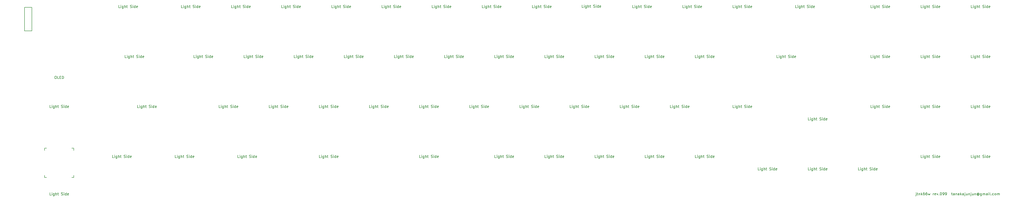
<source format=gto>
G04 #@! TF.GenerationSoftware,KiCad,Pcbnew,(5.1.12)-1*
G04 #@! TF.CreationDate,2023-11-04T13:46:32+09:00*
G04 #@! TF.ProjectId,jtnk66w,6a746e6b-3636-4772-9e6b-696361645f70,rev?*
G04 #@! TF.SameCoordinates,Original*
G04 #@! TF.FileFunction,Legend,Top*
G04 #@! TF.FilePolarity,Positive*
%FSLAX46Y46*%
G04 Gerber Fmt 4.6, Leading zero omitted, Abs format (unit mm)*
G04 Created by KiCad (PCBNEW (5.1.12)-1) date 2023-11-04 13:46:32*
%MOMM*%
%LPD*%
G01*
G04 APERTURE LIST*
%ADD10C,0.150000*%
G04 APERTURE END LIST*
D10*
X361266666Y-111655714D02*
X361266666Y-112512857D01*
X361219047Y-112608095D01*
X361123809Y-112655714D01*
X361076190Y-112655714D01*
X361266666Y-111322380D02*
X361219047Y-111370000D01*
X361266666Y-111417619D01*
X361314285Y-111370000D01*
X361266666Y-111322380D01*
X361266666Y-111417619D01*
X361600000Y-111655714D02*
X361980952Y-111655714D01*
X361742857Y-111322380D02*
X361742857Y-112179523D01*
X361790476Y-112274761D01*
X361885714Y-112322380D01*
X361980952Y-112322380D01*
X362314285Y-111655714D02*
X362314285Y-112322380D01*
X362314285Y-111750952D02*
X362361904Y-111703333D01*
X362457142Y-111655714D01*
X362600000Y-111655714D01*
X362695238Y-111703333D01*
X362742857Y-111798571D01*
X362742857Y-112322380D01*
X363219047Y-112322380D02*
X363219047Y-111322380D01*
X363314285Y-111941428D02*
X363600000Y-112322380D01*
X363600000Y-111655714D02*
X363219047Y-112036666D01*
X364457142Y-111322380D02*
X364266666Y-111322380D01*
X364171428Y-111370000D01*
X364123809Y-111417619D01*
X364028571Y-111560476D01*
X363980952Y-111750952D01*
X363980952Y-112131904D01*
X364028571Y-112227142D01*
X364076190Y-112274761D01*
X364171428Y-112322380D01*
X364361904Y-112322380D01*
X364457142Y-112274761D01*
X364504761Y-112227142D01*
X364552380Y-112131904D01*
X364552380Y-111893809D01*
X364504761Y-111798571D01*
X364457142Y-111750952D01*
X364361904Y-111703333D01*
X364171428Y-111703333D01*
X364076190Y-111750952D01*
X364028571Y-111798571D01*
X363980952Y-111893809D01*
X365409523Y-111322380D02*
X365219047Y-111322380D01*
X365123809Y-111370000D01*
X365076190Y-111417619D01*
X364980952Y-111560476D01*
X364933333Y-111750952D01*
X364933333Y-112131904D01*
X364980952Y-112227142D01*
X365028571Y-112274761D01*
X365123809Y-112322380D01*
X365314285Y-112322380D01*
X365409523Y-112274761D01*
X365457142Y-112227142D01*
X365504761Y-112131904D01*
X365504761Y-111893809D01*
X365457142Y-111798571D01*
X365409523Y-111750952D01*
X365314285Y-111703333D01*
X365123809Y-111703333D01*
X365028571Y-111750952D01*
X364980952Y-111798571D01*
X364933333Y-111893809D01*
X365838095Y-111655714D02*
X366028571Y-112322380D01*
X366219047Y-111846190D01*
X366409523Y-112322380D01*
X366600000Y-111655714D01*
X367742857Y-112322380D02*
X367742857Y-111655714D01*
X367742857Y-111846190D02*
X367790476Y-111750952D01*
X367838095Y-111703333D01*
X367933333Y-111655714D01*
X368028571Y-111655714D01*
X368742857Y-112274761D02*
X368647619Y-112322380D01*
X368457142Y-112322380D01*
X368361904Y-112274761D01*
X368314285Y-112179523D01*
X368314285Y-111798571D01*
X368361904Y-111703333D01*
X368457142Y-111655714D01*
X368647619Y-111655714D01*
X368742857Y-111703333D01*
X368790476Y-111798571D01*
X368790476Y-111893809D01*
X368314285Y-111989047D01*
X369123809Y-111655714D02*
X369361904Y-112322380D01*
X369600000Y-111655714D01*
X369980952Y-112227142D02*
X370028571Y-112274761D01*
X369980952Y-112322380D01*
X369933333Y-112274761D01*
X369980952Y-112227142D01*
X369980952Y-112322380D01*
X370647619Y-111322380D02*
X370742857Y-111322380D01*
X370838095Y-111370000D01*
X370885714Y-111417619D01*
X370933333Y-111512857D01*
X370980952Y-111703333D01*
X370980952Y-111941428D01*
X370933333Y-112131904D01*
X370885714Y-112227142D01*
X370838095Y-112274761D01*
X370742857Y-112322380D01*
X370647619Y-112322380D01*
X370552380Y-112274761D01*
X370504761Y-112227142D01*
X370457142Y-112131904D01*
X370409523Y-111941428D01*
X370409523Y-111703333D01*
X370457142Y-111512857D01*
X370504761Y-111417619D01*
X370552380Y-111370000D01*
X370647619Y-111322380D01*
X371457142Y-112322380D02*
X371647619Y-112322380D01*
X371742857Y-112274761D01*
X371790476Y-112227142D01*
X371885714Y-112084285D01*
X371933333Y-111893809D01*
X371933333Y-111512857D01*
X371885714Y-111417619D01*
X371838095Y-111370000D01*
X371742857Y-111322380D01*
X371552380Y-111322380D01*
X371457142Y-111370000D01*
X371409523Y-111417619D01*
X371361904Y-111512857D01*
X371361904Y-111750952D01*
X371409523Y-111846190D01*
X371457142Y-111893809D01*
X371552380Y-111941428D01*
X371742857Y-111941428D01*
X371838095Y-111893809D01*
X371885714Y-111846190D01*
X371933333Y-111750952D01*
X372409523Y-112322380D02*
X372600000Y-112322380D01*
X372695238Y-112274761D01*
X372742857Y-112227142D01*
X372838095Y-112084285D01*
X372885714Y-111893809D01*
X372885714Y-111512857D01*
X372838095Y-111417619D01*
X372790476Y-111370000D01*
X372695238Y-111322380D01*
X372504761Y-111322380D01*
X372409523Y-111370000D01*
X372361904Y-111417619D01*
X372314285Y-111512857D01*
X372314285Y-111750952D01*
X372361904Y-111846190D01*
X372409523Y-111893809D01*
X372504761Y-111941428D01*
X372695238Y-111941428D01*
X372790476Y-111893809D01*
X372838095Y-111846190D01*
X372885714Y-111750952D01*
X374695238Y-111655714D02*
X375076190Y-111655714D01*
X374838095Y-111322380D02*
X374838095Y-112179523D01*
X374885714Y-112274761D01*
X374980952Y-112322380D01*
X375076190Y-112322380D01*
X375838095Y-112322380D02*
X375838095Y-111798571D01*
X375790476Y-111703333D01*
X375695238Y-111655714D01*
X375504761Y-111655714D01*
X375409523Y-111703333D01*
X375838095Y-112274761D02*
X375742857Y-112322380D01*
X375504761Y-112322380D01*
X375409523Y-112274761D01*
X375361904Y-112179523D01*
X375361904Y-112084285D01*
X375409523Y-111989047D01*
X375504761Y-111941428D01*
X375742857Y-111941428D01*
X375838095Y-111893809D01*
X376314285Y-111655714D02*
X376314285Y-112322380D01*
X376314285Y-111750952D02*
X376361904Y-111703333D01*
X376457142Y-111655714D01*
X376600000Y-111655714D01*
X376695238Y-111703333D01*
X376742857Y-111798571D01*
X376742857Y-112322380D01*
X377647619Y-112322380D02*
X377647619Y-111798571D01*
X377600000Y-111703333D01*
X377504761Y-111655714D01*
X377314285Y-111655714D01*
X377219047Y-111703333D01*
X377647619Y-112274761D02*
X377552380Y-112322380D01*
X377314285Y-112322380D01*
X377219047Y-112274761D01*
X377171428Y-112179523D01*
X377171428Y-112084285D01*
X377219047Y-111989047D01*
X377314285Y-111941428D01*
X377552380Y-111941428D01*
X377647619Y-111893809D01*
X378123809Y-112322380D02*
X378123809Y-111322380D01*
X378219047Y-111941428D02*
X378504761Y-112322380D01*
X378504761Y-111655714D02*
X378123809Y-112036666D01*
X379361904Y-112322380D02*
X379361904Y-111798571D01*
X379314285Y-111703333D01*
X379219047Y-111655714D01*
X379028571Y-111655714D01*
X378933333Y-111703333D01*
X379361904Y-112274761D02*
X379266666Y-112322380D01*
X379028571Y-112322380D01*
X378933333Y-112274761D01*
X378885714Y-112179523D01*
X378885714Y-112084285D01*
X378933333Y-111989047D01*
X379028571Y-111941428D01*
X379266666Y-111941428D01*
X379361904Y-111893809D01*
X379838095Y-111655714D02*
X379838095Y-112512857D01*
X379790476Y-112608095D01*
X379695238Y-112655714D01*
X379647619Y-112655714D01*
X379838095Y-111322380D02*
X379790476Y-111370000D01*
X379838095Y-111417619D01*
X379885714Y-111370000D01*
X379838095Y-111322380D01*
X379838095Y-111417619D01*
X380742857Y-111655714D02*
X380742857Y-112322380D01*
X380314285Y-111655714D02*
X380314285Y-112179523D01*
X380361904Y-112274761D01*
X380457142Y-112322380D01*
X380599999Y-112322380D01*
X380695238Y-112274761D01*
X380742857Y-112227142D01*
X381219047Y-111655714D02*
X381219047Y-112322380D01*
X381219047Y-111750952D02*
X381266666Y-111703333D01*
X381361904Y-111655714D01*
X381504761Y-111655714D01*
X381599999Y-111703333D01*
X381647619Y-111798571D01*
X381647619Y-112322380D01*
X382123809Y-111655714D02*
X382123809Y-112512857D01*
X382076190Y-112608095D01*
X381980952Y-112655714D01*
X381933333Y-112655714D01*
X382123809Y-111322380D02*
X382076190Y-111370000D01*
X382123809Y-111417619D01*
X382171428Y-111370000D01*
X382123809Y-111322380D01*
X382123809Y-111417619D01*
X383028571Y-111655714D02*
X383028571Y-112322380D01*
X382599999Y-111655714D02*
X382599999Y-112179523D01*
X382647619Y-112274761D01*
X382742857Y-112322380D01*
X382885714Y-112322380D01*
X382980952Y-112274761D01*
X383028571Y-112227142D01*
X383504761Y-111655714D02*
X383504761Y-112322380D01*
X383504761Y-111750952D02*
X383552380Y-111703333D01*
X383647619Y-111655714D01*
X383790476Y-111655714D01*
X383885714Y-111703333D01*
X383933333Y-111798571D01*
X383933333Y-112322380D01*
X385028571Y-111846190D02*
X384980952Y-111798571D01*
X384885714Y-111750952D01*
X384790476Y-111750952D01*
X384695238Y-111798571D01*
X384647619Y-111846190D01*
X384599999Y-111941428D01*
X384599999Y-112036666D01*
X384647619Y-112131904D01*
X384695238Y-112179523D01*
X384790476Y-112227142D01*
X384885714Y-112227142D01*
X384980952Y-112179523D01*
X385028571Y-112131904D01*
X385028571Y-111750952D02*
X385028571Y-112131904D01*
X385076190Y-112179523D01*
X385123809Y-112179523D01*
X385219047Y-112131904D01*
X385266666Y-112036666D01*
X385266666Y-111798571D01*
X385171428Y-111655714D01*
X385028571Y-111560476D01*
X384838095Y-111512857D01*
X384647619Y-111560476D01*
X384504761Y-111655714D01*
X384409523Y-111798571D01*
X384361904Y-111989047D01*
X384409523Y-112179523D01*
X384504761Y-112322380D01*
X384647619Y-112417619D01*
X384838095Y-112465238D01*
X385028571Y-112417619D01*
X385171428Y-112322380D01*
X386123809Y-111655714D02*
X386123809Y-112465238D01*
X386076190Y-112560476D01*
X386028571Y-112608095D01*
X385933333Y-112655714D01*
X385790476Y-112655714D01*
X385695238Y-112608095D01*
X386123809Y-112274761D02*
X386028571Y-112322380D01*
X385838095Y-112322380D01*
X385742857Y-112274761D01*
X385695238Y-112227142D01*
X385647619Y-112131904D01*
X385647619Y-111846190D01*
X385695238Y-111750952D01*
X385742857Y-111703333D01*
X385838095Y-111655714D01*
X386028571Y-111655714D01*
X386123809Y-111703333D01*
X386599999Y-112322380D02*
X386599999Y-111655714D01*
X386599999Y-111750952D02*
X386647619Y-111703333D01*
X386742857Y-111655714D01*
X386885714Y-111655714D01*
X386980952Y-111703333D01*
X387028571Y-111798571D01*
X387028571Y-112322380D01*
X387028571Y-111798571D02*
X387076190Y-111703333D01*
X387171428Y-111655714D01*
X387314285Y-111655714D01*
X387409523Y-111703333D01*
X387457142Y-111798571D01*
X387457142Y-112322380D01*
X388361904Y-112322380D02*
X388361904Y-111798571D01*
X388314285Y-111703333D01*
X388219047Y-111655714D01*
X388028571Y-111655714D01*
X387933333Y-111703333D01*
X388361904Y-112274761D02*
X388266666Y-112322380D01*
X388028571Y-112322380D01*
X387933333Y-112274761D01*
X387885714Y-112179523D01*
X387885714Y-112084285D01*
X387933333Y-111989047D01*
X388028571Y-111941428D01*
X388266666Y-111941428D01*
X388361904Y-111893809D01*
X388838095Y-112322380D02*
X388838095Y-111655714D01*
X388838095Y-111322380D02*
X388790476Y-111370000D01*
X388838095Y-111417619D01*
X388885714Y-111370000D01*
X388838095Y-111322380D01*
X388838095Y-111417619D01*
X389457142Y-112322380D02*
X389361904Y-112274761D01*
X389314285Y-112179523D01*
X389314285Y-111322380D01*
X389838095Y-112227142D02*
X389885714Y-112274761D01*
X389838095Y-112322380D01*
X389790476Y-112274761D01*
X389838095Y-112227142D01*
X389838095Y-112322380D01*
X390742857Y-112274761D02*
X390647619Y-112322380D01*
X390457142Y-112322380D01*
X390361904Y-112274761D01*
X390314285Y-112227142D01*
X390266666Y-112131904D01*
X390266666Y-111846190D01*
X390314285Y-111750952D01*
X390361904Y-111703333D01*
X390457142Y-111655714D01*
X390647619Y-111655714D01*
X390742857Y-111703333D01*
X391314285Y-112322380D02*
X391219047Y-112274761D01*
X391171428Y-112227142D01*
X391123809Y-112131904D01*
X391123809Y-111846190D01*
X391171428Y-111750952D01*
X391219047Y-111703333D01*
X391314285Y-111655714D01*
X391457142Y-111655714D01*
X391552380Y-111703333D01*
X391599999Y-111750952D01*
X391647619Y-111846190D01*
X391647619Y-112131904D01*
X391599999Y-112227142D01*
X391552380Y-112274761D01*
X391457142Y-112322380D01*
X391314285Y-112322380D01*
X392076190Y-112322380D02*
X392076190Y-111655714D01*
X392076190Y-111750952D02*
X392123809Y-111703333D01*
X392219047Y-111655714D01*
X392361904Y-111655714D01*
X392457142Y-111703333D01*
X392504761Y-111798571D01*
X392504761Y-112322380D01*
X392504761Y-111798571D02*
X392552380Y-111703333D01*
X392647619Y-111655714D01*
X392790476Y-111655714D01*
X392885714Y-111703333D01*
X392933333Y-111798571D01*
X392933333Y-112322380D01*
X30162550Y-105568250D02*
X30956300Y-105568250D01*
X30162550Y-104774500D02*
X30162550Y-105568250D01*
X30162550Y-94455750D02*
X30162550Y-95249500D01*
X30956300Y-94455750D02*
X30162550Y-94455750D01*
X41275050Y-105568250D02*
X41275050Y-104774500D01*
X40481300Y-105568250D02*
X41275050Y-105568250D01*
X41275050Y-94455750D02*
X41275050Y-95249500D01*
X40481300Y-94455750D02*
X41275050Y-94455750D01*
X25312500Y-40743800D02*
X25312500Y-49743800D01*
X25312500Y-49743800D02*
X22562500Y-49743800D01*
X22562500Y-49743800D02*
X22562500Y-40743800D01*
X22562500Y-40743800D02*
X25312500Y-40743800D01*
X34266419Y-66958580D02*
X34456895Y-66958580D01*
X34552133Y-67006200D01*
X34647371Y-67101438D01*
X34694990Y-67291914D01*
X34694990Y-67625247D01*
X34647371Y-67815723D01*
X34552133Y-67910961D01*
X34456895Y-67958580D01*
X34266419Y-67958580D01*
X34171180Y-67910961D01*
X34075942Y-67815723D01*
X34028323Y-67625247D01*
X34028323Y-67291914D01*
X34075942Y-67101438D01*
X34171180Y-67006200D01*
X34266419Y-66958580D01*
X35599752Y-67958580D02*
X35123561Y-67958580D01*
X35123561Y-66958580D01*
X35933085Y-67434771D02*
X36266419Y-67434771D01*
X36409276Y-67958580D02*
X35933085Y-67958580D01*
X35933085Y-66958580D01*
X36409276Y-66958580D01*
X36837847Y-67958580D02*
X36837847Y-66958580D01*
X37075942Y-66958580D01*
X37218800Y-67006200D01*
X37314038Y-67101438D01*
X37361657Y-67196676D01*
X37409276Y-67387152D01*
X37409276Y-67530009D01*
X37361657Y-67720485D01*
X37314038Y-67815723D01*
X37218800Y-67910961D01*
X37075942Y-67958580D01*
X36837847Y-67958580D01*
X382666761Y-98052380D02*
X382190571Y-98052380D01*
X382190571Y-97052380D01*
X383000095Y-98052380D02*
X383000095Y-97385714D01*
X383000095Y-97052380D02*
X382952476Y-97100000D01*
X383000095Y-97147619D01*
X383047714Y-97100000D01*
X383000095Y-97052380D01*
X383000095Y-97147619D01*
X383904857Y-97385714D02*
X383904857Y-98195238D01*
X383857238Y-98290476D01*
X383809619Y-98338095D01*
X383714380Y-98385714D01*
X383571523Y-98385714D01*
X383476285Y-98338095D01*
X383904857Y-98004761D02*
X383809619Y-98052380D01*
X383619142Y-98052380D01*
X383523904Y-98004761D01*
X383476285Y-97957142D01*
X383428666Y-97861904D01*
X383428666Y-97576190D01*
X383476285Y-97480952D01*
X383523904Y-97433333D01*
X383619142Y-97385714D01*
X383809619Y-97385714D01*
X383904857Y-97433333D01*
X384381047Y-98052380D02*
X384381047Y-97052380D01*
X384809619Y-98052380D02*
X384809619Y-97528571D01*
X384762000Y-97433333D01*
X384666761Y-97385714D01*
X384523904Y-97385714D01*
X384428666Y-97433333D01*
X384381047Y-97480952D01*
X385142952Y-97385714D02*
X385523904Y-97385714D01*
X385285809Y-97052380D02*
X385285809Y-97909523D01*
X385333428Y-98004761D01*
X385428666Y-98052380D01*
X385523904Y-98052380D01*
X386571523Y-98004761D02*
X386714380Y-98052380D01*
X386952476Y-98052380D01*
X387047714Y-98004761D01*
X387095333Y-97957142D01*
X387142952Y-97861904D01*
X387142952Y-97766666D01*
X387095333Y-97671428D01*
X387047714Y-97623809D01*
X386952476Y-97576190D01*
X386762000Y-97528571D01*
X386666761Y-97480952D01*
X386619142Y-97433333D01*
X386571523Y-97338095D01*
X386571523Y-97242857D01*
X386619142Y-97147619D01*
X386666761Y-97100000D01*
X386762000Y-97052380D01*
X387000095Y-97052380D01*
X387142952Y-97100000D01*
X387571523Y-98052380D02*
X387571523Y-97385714D01*
X387571523Y-97052380D02*
X387523904Y-97100000D01*
X387571523Y-97147619D01*
X387619142Y-97100000D01*
X387571523Y-97052380D01*
X387571523Y-97147619D01*
X388476285Y-98052380D02*
X388476285Y-97052380D01*
X388476285Y-98004761D02*
X388381047Y-98052380D01*
X388190571Y-98052380D01*
X388095333Y-98004761D01*
X388047714Y-97957142D01*
X388000095Y-97861904D01*
X388000095Y-97576190D01*
X388047714Y-97480952D01*
X388095333Y-97433333D01*
X388190571Y-97385714D01*
X388381047Y-97385714D01*
X388476285Y-97433333D01*
X389333428Y-98004761D02*
X389238190Y-98052380D01*
X389047714Y-98052380D01*
X388952476Y-98004761D01*
X388904857Y-97909523D01*
X388904857Y-97528571D01*
X388952476Y-97433333D01*
X389047714Y-97385714D01*
X389238190Y-97385714D01*
X389333428Y-97433333D01*
X389381047Y-97528571D01*
X389381047Y-97623809D01*
X388904857Y-97719047D01*
X382666761Y-79002380D02*
X382190571Y-79002380D01*
X382190571Y-78002380D01*
X383000095Y-79002380D02*
X383000095Y-78335714D01*
X383000095Y-78002380D02*
X382952476Y-78050000D01*
X383000095Y-78097619D01*
X383047714Y-78050000D01*
X383000095Y-78002380D01*
X383000095Y-78097619D01*
X383904857Y-78335714D02*
X383904857Y-79145238D01*
X383857238Y-79240476D01*
X383809619Y-79288095D01*
X383714380Y-79335714D01*
X383571523Y-79335714D01*
X383476285Y-79288095D01*
X383904857Y-78954761D02*
X383809619Y-79002380D01*
X383619142Y-79002380D01*
X383523904Y-78954761D01*
X383476285Y-78907142D01*
X383428666Y-78811904D01*
X383428666Y-78526190D01*
X383476285Y-78430952D01*
X383523904Y-78383333D01*
X383619142Y-78335714D01*
X383809619Y-78335714D01*
X383904857Y-78383333D01*
X384381047Y-79002380D02*
X384381047Y-78002380D01*
X384809619Y-79002380D02*
X384809619Y-78478571D01*
X384762000Y-78383333D01*
X384666761Y-78335714D01*
X384523904Y-78335714D01*
X384428666Y-78383333D01*
X384381047Y-78430952D01*
X385142952Y-78335714D02*
X385523904Y-78335714D01*
X385285809Y-78002380D02*
X385285809Y-78859523D01*
X385333428Y-78954761D01*
X385428666Y-79002380D01*
X385523904Y-79002380D01*
X386571523Y-78954761D02*
X386714380Y-79002380D01*
X386952476Y-79002380D01*
X387047714Y-78954761D01*
X387095333Y-78907142D01*
X387142952Y-78811904D01*
X387142952Y-78716666D01*
X387095333Y-78621428D01*
X387047714Y-78573809D01*
X386952476Y-78526190D01*
X386762000Y-78478571D01*
X386666761Y-78430952D01*
X386619142Y-78383333D01*
X386571523Y-78288095D01*
X386571523Y-78192857D01*
X386619142Y-78097619D01*
X386666761Y-78050000D01*
X386762000Y-78002380D01*
X387000095Y-78002380D01*
X387142952Y-78050000D01*
X387571523Y-79002380D02*
X387571523Y-78335714D01*
X387571523Y-78002380D02*
X387523904Y-78050000D01*
X387571523Y-78097619D01*
X387619142Y-78050000D01*
X387571523Y-78002380D01*
X387571523Y-78097619D01*
X388476285Y-79002380D02*
X388476285Y-78002380D01*
X388476285Y-78954761D02*
X388381047Y-79002380D01*
X388190571Y-79002380D01*
X388095333Y-78954761D01*
X388047714Y-78907142D01*
X388000095Y-78811904D01*
X388000095Y-78526190D01*
X388047714Y-78430952D01*
X388095333Y-78383333D01*
X388190571Y-78335714D01*
X388381047Y-78335714D01*
X388476285Y-78383333D01*
X389333428Y-78954761D02*
X389238190Y-79002380D01*
X389047714Y-79002380D01*
X388952476Y-78954761D01*
X388904857Y-78859523D01*
X388904857Y-78478571D01*
X388952476Y-78383333D01*
X389047714Y-78335714D01*
X389238190Y-78335714D01*
X389333428Y-78383333D01*
X389381047Y-78478571D01*
X389381047Y-78573809D01*
X388904857Y-78669047D01*
X382666761Y-59952380D02*
X382190571Y-59952380D01*
X382190571Y-58952380D01*
X383000095Y-59952380D02*
X383000095Y-59285714D01*
X383000095Y-58952380D02*
X382952476Y-59000000D01*
X383000095Y-59047619D01*
X383047714Y-59000000D01*
X383000095Y-58952380D01*
X383000095Y-59047619D01*
X383904857Y-59285714D02*
X383904857Y-60095238D01*
X383857238Y-60190476D01*
X383809619Y-60238095D01*
X383714380Y-60285714D01*
X383571523Y-60285714D01*
X383476285Y-60238095D01*
X383904857Y-59904761D02*
X383809619Y-59952380D01*
X383619142Y-59952380D01*
X383523904Y-59904761D01*
X383476285Y-59857142D01*
X383428666Y-59761904D01*
X383428666Y-59476190D01*
X383476285Y-59380952D01*
X383523904Y-59333333D01*
X383619142Y-59285714D01*
X383809619Y-59285714D01*
X383904857Y-59333333D01*
X384381047Y-59952380D02*
X384381047Y-58952380D01*
X384809619Y-59952380D02*
X384809619Y-59428571D01*
X384762000Y-59333333D01*
X384666761Y-59285714D01*
X384523904Y-59285714D01*
X384428666Y-59333333D01*
X384381047Y-59380952D01*
X385142952Y-59285714D02*
X385523904Y-59285714D01*
X385285809Y-58952380D02*
X385285809Y-59809523D01*
X385333428Y-59904761D01*
X385428666Y-59952380D01*
X385523904Y-59952380D01*
X386571523Y-59904761D02*
X386714380Y-59952380D01*
X386952476Y-59952380D01*
X387047714Y-59904761D01*
X387095333Y-59857142D01*
X387142952Y-59761904D01*
X387142952Y-59666666D01*
X387095333Y-59571428D01*
X387047714Y-59523809D01*
X386952476Y-59476190D01*
X386762000Y-59428571D01*
X386666761Y-59380952D01*
X386619142Y-59333333D01*
X386571523Y-59238095D01*
X386571523Y-59142857D01*
X386619142Y-59047619D01*
X386666761Y-59000000D01*
X386762000Y-58952380D01*
X387000095Y-58952380D01*
X387142952Y-59000000D01*
X387571523Y-59952380D02*
X387571523Y-59285714D01*
X387571523Y-58952380D02*
X387523904Y-59000000D01*
X387571523Y-59047619D01*
X387619142Y-59000000D01*
X387571523Y-58952380D01*
X387571523Y-59047619D01*
X388476285Y-59952380D02*
X388476285Y-58952380D01*
X388476285Y-59904761D02*
X388381047Y-59952380D01*
X388190571Y-59952380D01*
X388095333Y-59904761D01*
X388047714Y-59857142D01*
X388000095Y-59761904D01*
X388000095Y-59476190D01*
X388047714Y-59380952D01*
X388095333Y-59333333D01*
X388190571Y-59285714D01*
X388381047Y-59285714D01*
X388476285Y-59333333D01*
X389333428Y-59904761D02*
X389238190Y-59952380D01*
X389047714Y-59952380D01*
X388952476Y-59904761D01*
X388904857Y-59809523D01*
X388904857Y-59428571D01*
X388952476Y-59333333D01*
X389047714Y-59285714D01*
X389238190Y-59285714D01*
X389333428Y-59333333D01*
X389381047Y-59428571D01*
X389381047Y-59523809D01*
X388904857Y-59619047D01*
X382666761Y-40902380D02*
X382190571Y-40902380D01*
X382190571Y-39902380D01*
X383000095Y-40902380D02*
X383000095Y-40235714D01*
X383000095Y-39902380D02*
X382952476Y-39950000D01*
X383000095Y-39997619D01*
X383047714Y-39950000D01*
X383000095Y-39902380D01*
X383000095Y-39997619D01*
X383904857Y-40235714D02*
X383904857Y-41045238D01*
X383857238Y-41140476D01*
X383809619Y-41188095D01*
X383714380Y-41235714D01*
X383571523Y-41235714D01*
X383476285Y-41188095D01*
X383904857Y-40854761D02*
X383809619Y-40902380D01*
X383619142Y-40902380D01*
X383523904Y-40854761D01*
X383476285Y-40807142D01*
X383428666Y-40711904D01*
X383428666Y-40426190D01*
X383476285Y-40330952D01*
X383523904Y-40283333D01*
X383619142Y-40235714D01*
X383809619Y-40235714D01*
X383904857Y-40283333D01*
X384381047Y-40902380D02*
X384381047Y-39902380D01*
X384809619Y-40902380D02*
X384809619Y-40378571D01*
X384762000Y-40283333D01*
X384666761Y-40235714D01*
X384523904Y-40235714D01*
X384428666Y-40283333D01*
X384381047Y-40330952D01*
X385142952Y-40235714D02*
X385523904Y-40235714D01*
X385285809Y-39902380D02*
X385285809Y-40759523D01*
X385333428Y-40854761D01*
X385428666Y-40902380D01*
X385523904Y-40902380D01*
X386571523Y-40854761D02*
X386714380Y-40902380D01*
X386952476Y-40902380D01*
X387047714Y-40854761D01*
X387095333Y-40807142D01*
X387142952Y-40711904D01*
X387142952Y-40616666D01*
X387095333Y-40521428D01*
X387047714Y-40473809D01*
X386952476Y-40426190D01*
X386762000Y-40378571D01*
X386666761Y-40330952D01*
X386619142Y-40283333D01*
X386571523Y-40188095D01*
X386571523Y-40092857D01*
X386619142Y-39997619D01*
X386666761Y-39950000D01*
X386762000Y-39902380D01*
X387000095Y-39902380D01*
X387142952Y-39950000D01*
X387571523Y-40902380D02*
X387571523Y-40235714D01*
X387571523Y-39902380D02*
X387523904Y-39950000D01*
X387571523Y-39997619D01*
X387619142Y-39950000D01*
X387571523Y-39902380D01*
X387571523Y-39997619D01*
X388476285Y-40902380D02*
X388476285Y-39902380D01*
X388476285Y-40854761D02*
X388381047Y-40902380D01*
X388190571Y-40902380D01*
X388095333Y-40854761D01*
X388047714Y-40807142D01*
X388000095Y-40711904D01*
X388000095Y-40426190D01*
X388047714Y-40330952D01*
X388095333Y-40283333D01*
X388190571Y-40235714D01*
X388381047Y-40235714D01*
X388476285Y-40283333D01*
X389333428Y-40854761D02*
X389238190Y-40902380D01*
X389047714Y-40902380D01*
X388952476Y-40854761D01*
X388904857Y-40759523D01*
X388904857Y-40378571D01*
X388952476Y-40283333D01*
X389047714Y-40235714D01*
X389238190Y-40235714D01*
X389333428Y-40283333D01*
X389381047Y-40378571D01*
X389381047Y-40473809D01*
X388904857Y-40569047D01*
X363616761Y-40902380D02*
X363140571Y-40902380D01*
X363140571Y-39902380D01*
X363950095Y-40902380D02*
X363950095Y-40235714D01*
X363950095Y-39902380D02*
X363902476Y-39950000D01*
X363950095Y-39997619D01*
X363997714Y-39950000D01*
X363950095Y-39902380D01*
X363950095Y-39997619D01*
X364854857Y-40235714D02*
X364854857Y-41045238D01*
X364807238Y-41140476D01*
X364759619Y-41188095D01*
X364664380Y-41235714D01*
X364521523Y-41235714D01*
X364426285Y-41188095D01*
X364854857Y-40854761D02*
X364759619Y-40902380D01*
X364569142Y-40902380D01*
X364473904Y-40854761D01*
X364426285Y-40807142D01*
X364378666Y-40711904D01*
X364378666Y-40426190D01*
X364426285Y-40330952D01*
X364473904Y-40283333D01*
X364569142Y-40235714D01*
X364759619Y-40235714D01*
X364854857Y-40283333D01*
X365331047Y-40902380D02*
X365331047Y-39902380D01*
X365759619Y-40902380D02*
X365759619Y-40378571D01*
X365712000Y-40283333D01*
X365616761Y-40235714D01*
X365473904Y-40235714D01*
X365378666Y-40283333D01*
X365331047Y-40330952D01*
X366092952Y-40235714D02*
X366473904Y-40235714D01*
X366235809Y-39902380D02*
X366235809Y-40759523D01*
X366283428Y-40854761D01*
X366378666Y-40902380D01*
X366473904Y-40902380D01*
X367521523Y-40854761D02*
X367664380Y-40902380D01*
X367902476Y-40902380D01*
X367997714Y-40854761D01*
X368045333Y-40807142D01*
X368092952Y-40711904D01*
X368092952Y-40616666D01*
X368045333Y-40521428D01*
X367997714Y-40473809D01*
X367902476Y-40426190D01*
X367712000Y-40378571D01*
X367616761Y-40330952D01*
X367569142Y-40283333D01*
X367521523Y-40188095D01*
X367521523Y-40092857D01*
X367569142Y-39997619D01*
X367616761Y-39950000D01*
X367712000Y-39902380D01*
X367950095Y-39902380D01*
X368092952Y-39950000D01*
X368521523Y-40902380D02*
X368521523Y-40235714D01*
X368521523Y-39902380D02*
X368473904Y-39950000D01*
X368521523Y-39997619D01*
X368569142Y-39950000D01*
X368521523Y-39902380D01*
X368521523Y-39997619D01*
X369426285Y-40902380D02*
X369426285Y-39902380D01*
X369426285Y-40854761D02*
X369331047Y-40902380D01*
X369140571Y-40902380D01*
X369045333Y-40854761D01*
X368997714Y-40807142D01*
X368950095Y-40711904D01*
X368950095Y-40426190D01*
X368997714Y-40330952D01*
X369045333Y-40283333D01*
X369140571Y-40235714D01*
X369331047Y-40235714D01*
X369426285Y-40283333D01*
X370283428Y-40854761D02*
X370188190Y-40902380D01*
X369997714Y-40902380D01*
X369902476Y-40854761D01*
X369854857Y-40759523D01*
X369854857Y-40378571D01*
X369902476Y-40283333D01*
X369997714Y-40235714D01*
X370188190Y-40235714D01*
X370283428Y-40283333D01*
X370331047Y-40378571D01*
X370331047Y-40473809D01*
X369854857Y-40569047D01*
X363616761Y-59952380D02*
X363140571Y-59952380D01*
X363140571Y-58952380D01*
X363950095Y-59952380D02*
X363950095Y-59285714D01*
X363950095Y-58952380D02*
X363902476Y-59000000D01*
X363950095Y-59047619D01*
X363997714Y-59000000D01*
X363950095Y-58952380D01*
X363950095Y-59047619D01*
X364854857Y-59285714D02*
X364854857Y-60095238D01*
X364807238Y-60190476D01*
X364759619Y-60238095D01*
X364664380Y-60285714D01*
X364521523Y-60285714D01*
X364426285Y-60238095D01*
X364854857Y-59904761D02*
X364759619Y-59952380D01*
X364569142Y-59952380D01*
X364473904Y-59904761D01*
X364426285Y-59857142D01*
X364378666Y-59761904D01*
X364378666Y-59476190D01*
X364426285Y-59380952D01*
X364473904Y-59333333D01*
X364569142Y-59285714D01*
X364759619Y-59285714D01*
X364854857Y-59333333D01*
X365331047Y-59952380D02*
X365331047Y-58952380D01*
X365759619Y-59952380D02*
X365759619Y-59428571D01*
X365712000Y-59333333D01*
X365616761Y-59285714D01*
X365473904Y-59285714D01*
X365378666Y-59333333D01*
X365331047Y-59380952D01*
X366092952Y-59285714D02*
X366473904Y-59285714D01*
X366235809Y-58952380D02*
X366235809Y-59809523D01*
X366283428Y-59904761D01*
X366378666Y-59952380D01*
X366473904Y-59952380D01*
X367521523Y-59904761D02*
X367664380Y-59952380D01*
X367902476Y-59952380D01*
X367997714Y-59904761D01*
X368045333Y-59857142D01*
X368092952Y-59761904D01*
X368092952Y-59666666D01*
X368045333Y-59571428D01*
X367997714Y-59523809D01*
X367902476Y-59476190D01*
X367712000Y-59428571D01*
X367616761Y-59380952D01*
X367569142Y-59333333D01*
X367521523Y-59238095D01*
X367521523Y-59142857D01*
X367569142Y-59047619D01*
X367616761Y-59000000D01*
X367712000Y-58952380D01*
X367950095Y-58952380D01*
X368092952Y-59000000D01*
X368521523Y-59952380D02*
X368521523Y-59285714D01*
X368521523Y-58952380D02*
X368473904Y-59000000D01*
X368521523Y-59047619D01*
X368569142Y-59000000D01*
X368521523Y-58952380D01*
X368521523Y-59047619D01*
X369426285Y-59952380D02*
X369426285Y-58952380D01*
X369426285Y-59904761D02*
X369331047Y-59952380D01*
X369140571Y-59952380D01*
X369045333Y-59904761D01*
X368997714Y-59857142D01*
X368950095Y-59761904D01*
X368950095Y-59476190D01*
X368997714Y-59380952D01*
X369045333Y-59333333D01*
X369140571Y-59285714D01*
X369331047Y-59285714D01*
X369426285Y-59333333D01*
X370283428Y-59904761D02*
X370188190Y-59952380D01*
X369997714Y-59952380D01*
X369902476Y-59904761D01*
X369854857Y-59809523D01*
X369854857Y-59428571D01*
X369902476Y-59333333D01*
X369997714Y-59285714D01*
X370188190Y-59285714D01*
X370283428Y-59333333D01*
X370331047Y-59428571D01*
X370331047Y-59523809D01*
X369854857Y-59619047D01*
X363616761Y-79002380D02*
X363140571Y-79002380D01*
X363140571Y-78002380D01*
X363950095Y-79002380D02*
X363950095Y-78335714D01*
X363950095Y-78002380D02*
X363902476Y-78050000D01*
X363950095Y-78097619D01*
X363997714Y-78050000D01*
X363950095Y-78002380D01*
X363950095Y-78097619D01*
X364854857Y-78335714D02*
X364854857Y-79145238D01*
X364807238Y-79240476D01*
X364759619Y-79288095D01*
X364664380Y-79335714D01*
X364521523Y-79335714D01*
X364426285Y-79288095D01*
X364854857Y-78954761D02*
X364759619Y-79002380D01*
X364569142Y-79002380D01*
X364473904Y-78954761D01*
X364426285Y-78907142D01*
X364378666Y-78811904D01*
X364378666Y-78526190D01*
X364426285Y-78430952D01*
X364473904Y-78383333D01*
X364569142Y-78335714D01*
X364759619Y-78335714D01*
X364854857Y-78383333D01*
X365331047Y-79002380D02*
X365331047Y-78002380D01*
X365759619Y-79002380D02*
X365759619Y-78478571D01*
X365712000Y-78383333D01*
X365616761Y-78335714D01*
X365473904Y-78335714D01*
X365378666Y-78383333D01*
X365331047Y-78430952D01*
X366092952Y-78335714D02*
X366473904Y-78335714D01*
X366235809Y-78002380D02*
X366235809Y-78859523D01*
X366283428Y-78954761D01*
X366378666Y-79002380D01*
X366473904Y-79002380D01*
X367521523Y-78954761D02*
X367664380Y-79002380D01*
X367902476Y-79002380D01*
X367997714Y-78954761D01*
X368045333Y-78907142D01*
X368092952Y-78811904D01*
X368092952Y-78716666D01*
X368045333Y-78621428D01*
X367997714Y-78573809D01*
X367902476Y-78526190D01*
X367712000Y-78478571D01*
X367616761Y-78430952D01*
X367569142Y-78383333D01*
X367521523Y-78288095D01*
X367521523Y-78192857D01*
X367569142Y-78097619D01*
X367616761Y-78050000D01*
X367712000Y-78002380D01*
X367950095Y-78002380D01*
X368092952Y-78050000D01*
X368521523Y-79002380D02*
X368521523Y-78335714D01*
X368521523Y-78002380D02*
X368473904Y-78050000D01*
X368521523Y-78097619D01*
X368569142Y-78050000D01*
X368521523Y-78002380D01*
X368521523Y-78097619D01*
X369426285Y-79002380D02*
X369426285Y-78002380D01*
X369426285Y-78954761D02*
X369331047Y-79002380D01*
X369140571Y-79002380D01*
X369045333Y-78954761D01*
X368997714Y-78907142D01*
X368950095Y-78811904D01*
X368950095Y-78526190D01*
X368997714Y-78430952D01*
X369045333Y-78383333D01*
X369140571Y-78335714D01*
X369331047Y-78335714D01*
X369426285Y-78383333D01*
X370283428Y-78954761D02*
X370188190Y-79002380D01*
X369997714Y-79002380D01*
X369902476Y-78954761D01*
X369854857Y-78859523D01*
X369854857Y-78478571D01*
X369902476Y-78383333D01*
X369997714Y-78335714D01*
X370188190Y-78335714D01*
X370283428Y-78383333D01*
X370331047Y-78478571D01*
X370331047Y-78573809D01*
X369854857Y-78669047D01*
X363616761Y-98052380D02*
X363140571Y-98052380D01*
X363140571Y-97052380D01*
X363950095Y-98052380D02*
X363950095Y-97385714D01*
X363950095Y-97052380D02*
X363902476Y-97100000D01*
X363950095Y-97147619D01*
X363997714Y-97100000D01*
X363950095Y-97052380D01*
X363950095Y-97147619D01*
X364854857Y-97385714D02*
X364854857Y-98195238D01*
X364807238Y-98290476D01*
X364759619Y-98338095D01*
X364664380Y-98385714D01*
X364521523Y-98385714D01*
X364426285Y-98338095D01*
X364854857Y-98004761D02*
X364759619Y-98052380D01*
X364569142Y-98052380D01*
X364473904Y-98004761D01*
X364426285Y-97957142D01*
X364378666Y-97861904D01*
X364378666Y-97576190D01*
X364426285Y-97480952D01*
X364473904Y-97433333D01*
X364569142Y-97385714D01*
X364759619Y-97385714D01*
X364854857Y-97433333D01*
X365331047Y-98052380D02*
X365331047Y-97052380D01*
X365759619Y-98052380D02*
X365759619Y-97528571D01*
X365712000Y-97433333D01*
X365616761Y-97385714D01*
X365473904Y-97385714D01*
X365378666Y-97433333D01*
X365331047Y-97480952D01*
X366092952Y-97385714D02*
X366473904Y-97385714D01*
X366235809Y-97052380D02*
X366235809Y-97909523D01*
X366283428Y-98004761D01*
X366378666Y-98052380D01*
X366473904Y-98052380D01*
X367521523Y-98004761D02*
X367664380Y-98052380D01*
X367902476Y-98052380D01*
X367997714Y-98004761D01*
X368045333Y-97957142D01*
X368092952Y-97861904D01*
X368092952Y-97766666D01*
X368045333Y-97671428D01*
X367997714Y-97623809D01*
X367902476Y-97576190D01*
X367712000Y-97528571D01*
X367616761Y-97480952D01*
X367569142Y-97433333D01*
X367521523Y-97338095D01*
X367521523Y-97242857D01*
X367569142Y-97147619D01*
X367616761Y-97100000D01*
X367712000Y-97052380D01*
X367950095Y-97052380D01*
X368092952Y-97100000D01*
X368521523Y-98052380D02*
X368521523Y-97385714D01*
X368521523Y-97052380D02*
X368473904Y-97100000D01*
X368521523Y-97147619D01*
X368569142Y-97100000D01*
X368521523Y-97052380D01*
X368521523Y-97147619D01*
X369426285Y-98052380D02*
X369426285Y-97052380D01*
X369426285Y-98004761D02*
X369331047Y-98052380D01*
X369140571Y-98052380D01*
X369045333Y-98004761D01*
X368997714Y-97957142D01*
X368950095Y-97861904D01*
X368950095Y-97576190D01*
X368997714Y-97480952D01*
X369045333Y-97433333D01*
X369140571Y-97385714D01*
X369331047Y-97385714D01*
X369426285Y-97433333D01*
X370283428Y-98004761D02*
X370188190Y-98052380D01*
X369997714Y-98052380D01*
X369902476Y-98004761D01*
X369854857Y-97909523D01*
X369854857Y-97528571D01*
X369902476Y-97433333D01*
X369997714Y-97385714D01*
X370188190Y-97385714D01*
X370283428Y-97433333D01*
X370331047Y-97528571D01*
X370331047Y-97623809D01*
X369854857Y-97719047D01*
X339804761Y-102814380D02*
X339328571Y-102814380D01*
X339328571Y-101814380D01*
X340138095Y-102814380D02*
X340138095Y-102147714D01*
X340138095Y-101814380D02*
X340090476Y-101862000D01*
X340138095Y-101909619D01*
X340185714Y-101862000D01*
X340138095Y-101814380D01*
X340138095Y-101909619D01*
X341042857Y-102147714D02*
X341042857Y-102957238D01*
X340995238Y-103052476D01*
X340947619Y-103100095D01*
X340852380Y-103147714D01*
X340709523Y-103147714D01*
X340614285Y-103100095D01*
X341042857Y-102766761D02*
X340947619Y-102814380D01*
X340757142Y-102814380D01*
X340661904Y-102766761D01*
X340614285Y-102719142D01*
X340566666Y-102623904D01*
X340566666Y-102338190D01*
X340614285Y-102242952D01*
X340661904Y-102195333D01*
X340757142Y-102147714D01*
X340947619Y-102147714D01*
X341042857Y-102195333D01*
X341519047Y-102814380D02*
X341519047Y-101814380D01*
X341947619Y-102814380D02*
X341947619Y-102290571D01*
X341900000Y-102195333D01*
X341804761Y-102147714D01*
X341661904Y-102147714D01*
X341566666Y-102195333D01*
X341519047Y-102242952D01*
X342280952Y-102147714D02*
X342661904Y-102147714D01*
X342423809Y-101814380D02*
X342423809Y-102671523D01*
X342471428Y-102766761D01*
X342566666Y-102814380D01*
X342661904Y-102814380D01*
X343709523Y-102766761D02*
X343852380Y-102814380D01*
X344090476Y-102814380D01*
X344185714Y-102766761D01*
X344233333Y-102719142D01*
X344280952Y-102623904D01*
X344280952Y-102528666D01*
X344233333Y-102433428D01*
X344185714Y-102385809D01*
X344090476Y-102338190D01*
X343900000Y-102290571D01*
X343804761Y-102242952D01*
X343757142Y-102195333D01*
X343709523Y-102100095D01*
X343709523Y-102004857D01*
X343757142Y-101909619D01*
X343804761Y-101862000D01*
X343900000Y-101814380D01*
X344138095Y-101814380D01*
X344280952Y-101862000D01*
X344709523Y-102814380D02*
X344709523Y-102147714D01*
X344709523Y-101814380D02*
X344661904Y-101862000D01*
X344709523Y-101909619D01*
X344757142Y-101862000D01*
X344709523Y-101814380D01*
X344709523Y-101909619D01*
X345614285Y-102814380D02*
X345614285Y-101814380D01*
X345614285Y-102766761D02*
X345519047Y-102814380D01*
X345328571Y-102814380D01*
X345233333Y-102766761D01*
X345185714Y-102719142D01*
X345138095Y-102623904D01*
X345138095Y-102338190D01*
X345185714Y-102242952D01*
X345233333Y-102195333D01*
X345328571Y-102147714D01*
X345519047Y-102147714D01*
X345614285Y-102195333D01*
X346471428Y-102766761D02*
X346376190Y-102814380D01*
X346185714Y-102814380D01*
X346090476Y-102766761D01*
X346042857Y-102671523D01*
X346042857Y-102290571D01*
X346090476Y-102195333D01*
X346185714Y-102147714D01*
X346376190Y-102147714D01*
X346471428Y-102195333D01*
X346519047Y-102290571D01*
X346519047Y-102385809D01*
X346042857Y-102481047D01*
X344566761Y-79002380D02*
X344090571Y-79002380D01*
X344090571Y-78002380D01*
X344900095Y-79002380D02*
X344900095Y-78335714D01*
X344900095Y-78002380D02*
X344852476Y-78050000D01*
X344900095Y-78097619D01*
X344947714Y-78050000D01*
X344900095Y-78002380D01*
X344900095Y-78097619D01*
X345804857Y-78335714D02*
X345804857Y-79145238D01*
X345757238Y-79240476D01*
X345709619Y-79288095D01*
X345614380Y-79335714D01*
X345471523Y-79335714D01*
X345376285Y-79288095D01*
X345804857Y-78954761D02*
X345709619Y-79002380D01*
X345519142Y-79002380D01*
X345423904Y-78954761D01*
X345376285Y-78907142D01*
X345328666Y-78811904D01*
X345328666Y-78526190D01*
X345376285Y-78430952D01*
X345423904Y-78383333D01*
X345519142Y-78335714D01*
X345709619Y-78335714D01*
X345804857Y-78383333D01*
X346281047Y-79002380D02*
X346281047Y-78002380D01*
X346709619Y-79002380D02*
X346709619Y-78478571D01*
X346662000Y-78383333D01*
X346566761Y-78335714D01*
X346423904Y-78335714D01*
X346328666Y-78383333D01*
X346281047Y-78430952D01*
X347042952Y-78335714D02*
X347423904Y-78335714D01*
X347185809Y-78002380D02*
X347185809Y-78859523D01*
X347233428Y-78954761D01*
X347328666Y-79002380D01*
X347423904Y-79002380D01*
X348471523Y-78954761D02*
X348614380Y-79002380D01*
X348852476Y-79002380D01*
X348947714Y-78954761D01*
X348995333Y-78907142D01*
X349042952Y-78811904D01*
X349042952Y-78716666D01*
X348995333Y-78621428D01*
X348947714Y-78573809D01*
X348852476Y-78526190D01*
X348662000Y-78478571D01*
X348566761Y-78430952D01*
X348519142Y-78383333D01*
X348471523Y-78288095D01*
X348471523Y-78192857D01*
X348519142Y-78097619D01*
X348566761Y-78050000D01*
X348662000Y-78002380D01*
X348900095Y-78002380D01*
X349042952Y-78050000D01*
X349471523Y-79002380D02*
X349471523Y-78335714D01*
X349471523Y-78002380D02*
X349423904Y-78050000D01*
X349471523Y-78097619D01*
X349519142Y-78050000D01*
X349471523Y-78002380D01*
X349471523Y-78097619D01*
X350376285Y-79002380D02*
X350376285Y-78002380D01*
X350376285Y-78954761D02*
X350281047Y-79002380D01*
X350090571Y-79002380D01*
X349995333Y-78954761D01*
X349947714Y-78907142D01*
X349900095Y-78811904D01*
X349900095Y-78526190D01*
X349947714Y-78430952D01*
X349995333Y-78383333D01*
X350090571Y-78335714D01*
X350281047Y-78335714D01*
X350376285Y-78383333D01*
X351233428Y-78954761D02*
X351138190Y-79002380D01*
X350947714Y-79002380D01*
X350852476Y-78954761D01*
X350804857Y-78859523D01*
X350804857Y-78478571D01*
X350852476Y-78383333D01*
X350947714Y-78335714D01*
X351138190Y-78335714D01*
X351233428Y-78383333D01*
X351281047Y-78478571D01*
X351281047Y-78573809D01*
X350804857Y-78669047D01*
X344566761Y-59952380D02*
X344090571Y-59952380D01*
X344090571Y-58952380D01*
X344900095Y-59952380D02*
X344900095Y-59285714D01*
X344900095Y-58952380D02*
X344852476Y-59000000D01*
X344900095Y-59047619D01*
X344947714Y-59000000D01*
X344900095Y-58952380D01*
X344900095Y-59047619D01*
X345804857Y-59285714D02*
X345804857Y-60095238D01*
X345757238Y-60190476D01*
X345709619Y-60238095D01*
X345614380Y-60285714D01*
X345471523Y-60285714D01*
X345376285Y-60238095D01*
X345804857Y-59904761D02*
X345709619Y-59952380D01*
X345519142Y-59952380D01*
X345423904Y-59904761D01*
X345376285Y-59857142D01*
X345328666Y-59761904D01*
X345328666Y-59476190D01*
X345376285Y-59380952D01*
X345423904Y-59333333D01*
X345519142Y-59285714D01*
X345709619Y-59285714D01*
X345804857Y-59333333D01*
X346281047Y-59952380D02*
X346281047Y-58952380D01*
X346709619Y-59952380D02*
X346709619Y-59428571D01*
X346662000Y-59333333D01*
X346566761Y-59285714D01*
X346423904Y-59285714D01*
X346328666Y-59333333D01*
X346281047Y-59380952D01*
X347042952Y-59285714D02*
X347423904Y-59285714D01*
X347185809Y-58952380D02*
X347185809Y-59809523D01*
X347233428Y-59904761D01*
X347328666Y-59952380D01*
X347423904Y-59952380D01*
X348471523Y-59904761D02*
X348614380Y-59952380D01*
X348852476Y-59952380D01*
X348947714Y-59904761D01*
X348995333Y-59857142D01*
X349042952Y-59761904D01*
X349042952Y-59666666D01*
X348995333Y-59571428D01*
X348947714Y-59523809D01*
X348852476Y-59476190D01*
X348662000Y-59428571D01*
X348566761Y-59380952D01*
X348519142Y-59333333D01*
X348471523Y-59238095D01*
X348471523Y-59142857D01*
X348519142Y-59047619D01*
X348566761Y-59000000D01*
X348662000Y-58952380D01*
X348900095Y-58952380D01*
X349042952Y-59000000D01*
X349471523Y-59952380D02*
X349471523Y-59285714D01*
X349471523Y-58952380D02*
X349423904Y-59000000D01*
X349471523Y-59047619D01*
X349519142Y-59000000D01*
X349471523Y-58952380D01*
X349471523Y-59047619D01*
X350376285Y-59952380D02*
X350376285Y-58952380D01*
X350376285Y-59904761D02*
X350281047Y-59952380D01*
X350090571Y-59952380D01*
X349995333Y-59904761D01*
X349947714Y-59857142D01*
X349900095Y-59761904D01*
X349900095Y-59476190D01*
X349947714Y-59380952D01*
X349995333Y-59333333D01*
X350090571Y-59285714D01*
X350281047Y-59285714D01*
X350376285Y-59333333D01*
X351233428Y-59904761D02*
X351138190Y-59952380D01*
X350947714Y-59952380D01*
X350852476Y-59904761D01*
X350804857Y-59809523D01*
X350804857Y-59428571D01*
X350852476Y-59333333D01*
X350947714Y-59285714D01*
X351138190Y-59285714D01*
X351233428Y-59333333D01*
X351281047Y-59428571D01*
X351281047Y-59523809D01*
X350804857Y-59619047D01*
X344566761Y-40902380D02*
X344090571Y-40902380D01*
X344090571Y-39902380D01*
X344900095Y-40902380D02*
X344900095Y-40235714D01*
X344900095Y-39902380D02*
X344852476Y-39950000D01*
X344900095Y-39997619D01*
X344947714Y-39950000D01*
X344900095Y-39902380D01*
X344900095Y-39997619D01*
X345804857Y-40235714D02*
X345804857Y-41045238D01*
X345757238Y-41140476D01*
X345709619Y-41188095D01*
X345614380Y-41235714D01*
X345471523Y-41235714D01*
X345376285Y-41188095D01*
X345804857Y-40854761D02*
X345709619Y-40902380D01*
X345519142Y-40902380D01*
X345423904Y-40854761D01*
X345376285Y-40807142D01*
X345328666Y-40711904D01*
X345328666Y-40426190D01*
X345376285Y-40330952D01*
X345423904Y-40283333D01*
X345519142Y-40235714D01*
X345709619Y-40235714D01*
X345804857Y-40283333D01*
X346281047Y-40902380D02*
X346281047Y-39902380D01*
X346709619Y-40902380D02*
X346709619Y-40378571D01*
X346662000Y-40283333D01*
X346566761Y-40235714D01*
X346423904Y-40235714D01*
X346328666Y-40283333D01*
X346281047Y-40330952D01*
X347042952Y-40235714D02*
X347423904Y-40235714D01*
X347185809Y-39902380D02*
X347185809Y-40759523D01*
X347233428Y-40854761D01*
X347328666Y-40902380D01*
X347423904Y-40902380D01*
X348471523Y-40854761D02*
X348614380Y-40902380D01*
X348852476Y-40902380D01*
X348947714Y-40854761D01*
X348995333Y-40807142D01*
X349042952Y-40711904D01*
X349042952Y-40616666D01*
X348995333Y-40521428D01*
X348947714Y-40473809D01*
X348852476Y-40426190D01*
X348662000Y-40378571D01*
X348566761Y-40330952D01*
X348519142Y-40283333D01*
X348471523Y-40188095D01*
X348471523Y-40092857D01*
X348519142Y-39997619D01*
X348566761Y-39950000D01*
X348662000Y-39902380D01*
X348900095Y-39902380D01*
X349042952Y-39950000D01*
X349471523Y-40902380D02*
X349471523Y-40235714D01*
X349471523Y-39902380D02*
X349423904Y-39950000D01*
X349471523Y-39997619D01*
X349519142Y-39950000D01*
X349471523Y-39902380D01*
X349471523Y-39997619D01*
X350376285Y-40902380D02*
X350376285Y-39902380D01*
X350376285Y-40854761D02*
X350281047Y-40902380D01*
X350090571Y-40902380D01*
X349995333Y-40854761D01*
X349947714Y-40807142D01*
X349900095Y-40711904D01*
X349900095Y-40426190D01*
X349947714Y-40330952D01*
X349995333Y-40283333D01*
X350090571Y-40235714D01*
X350281047Y-40235714D01*
X350376285Y-40283333D01*
X351233428Y-40854761D02*
X351138190Y-40902380D01*
X350947714Y-40902380D01*
X350852476Y-40854761D01*
X350804857Y-40759523D01*
X350804857Y-40378571D01*
X350852476Y-40283333D01*
X350947714Y-40235714D01*
X351138190Y-40235714D01*
X351233428Y-40283333D01*
X351281047Y-40378571D01*
X351281047Y-40473809D01*
X350804857Y-40569047D01*
X315992761Y-40902380D02*
X315516571Y-40902380D01*
X315516571Y-39902380D01*
X316326095Y-40902380D02*
X316326095Y-40235714D01*
X316326095Y-39902380D02*
X316278476Y-39950000D01*
X316326095Y-39997619D01*
X316373714Y-39950000D01*
X316326095Y-39902380D01*
X316326095Y-39997619D01*
X317230857Y-40235714D02*
X317230857Y-41045238D01*
X317183238Y-41140476D01*
X317135619Y-41188095D01*
X317040380Y-41235714D01*
X316897523Y-41235714D01*
X316802285Y-41188095D01*
X317230857Y-40854761D02*
X317135619Y-40902380D01*
X316945142Y-40902380D01*
X316849904Y-40854761D01*
X316802285Y-40807142D01*
X316754666Y-40711904D01*
X316754666Y-40426190D01*
X316802285Y-40330952D01*
X316849904Y-40283333D01*
X316945142Y-40235714D01*
X317135619Y-40235714D01*
X317230857Y-40283333D01*
X317707047Y-40902380D02*
X317707047Y-39902380D01*
X318135619Y-40902380D02*
X318135619Y-40378571D01*
X318088000Y-40283333D01*
X317992761Y-40235714D01*
X317849904Y-40235714D01*
X317754666Y-40283333D01*
X317707047Y-40330952D01*
X318468952Y-40235714D02*
X318849904Y-40235714D01*
X318611809Y-39902380D02*
X318611809Y-40759523D01*
X318659428Y-40854761D01*
X318754666Y-40902380D01*
X318849904Y-40902380D01*
X319897523Y-40854761D02*
X320040380Y-40902380D01*
X320278476Y-40902380D01*
X320373714Y-40854761D01*
X320421333Y-40807142D01*
X320468952Y-40711904D01*
X320468952Y-40616666D01*
X320421333Y-40521428D01*
X320373714Y-40473809D01*
X320278476Y-40426190D01*
X320088000Y-40378571D01*
X319992761Y-40330952D01*
X319945142Y-40283333D01*
X319897523Y-40188095D01*
X319897523Y-40092857D01*
X319945142Y-39997619D01*
X319992761Y-39950000D01*
X320088000Y-39902380D01*
X320326095Y-39902380D01*
X320468952Y-39950000D01*
X320897523Y-40902380D02*
X320897523Y-40235714D01*
X320897523Y-39902380D02*
X320849904Y-39950000D01*
X320897523Y-39997619D01*
X320945142Y-39950000D01*
X320897523Y-39902380D01*
X320897523Y-39997619D01*
X321802285Y-40902380D02*
X321802285Y-39902380D01*
X321802285Y-40854761D02*
X321707047Y-40902380D01*
X321516571Y-40902380D01*
X321421333Y-40854761D01*
X321373714Y-40807142D01*
X321326095Y-40711904D01*
X321326095Y-40426190D01*
X321373714Y-40330952D01*
X321421333Y-40283333D01*
X321516571Y-40235714D01*
X321707047Y-40235714D01*
X321802285Y-40283333D01*
X322659428Y-40854761D02*
X322564190Y-40902380D01*
X322373714Y-40902380D01*
X322278476Y-40854761D01*
X322230857Y-40759523D01*
X322230857Y-40378571D01*
X322278476Y-40283333D01*
X322373714Y-40235714D01*
X322564190Y-40235714D01*
X322659428Y-40283333D01*
X322707047Y-40378571D01*
X322707047Y-40473809D01*
X322230857Y-40569047D01*
X292179761Y-40902380D02*
X291703571Y-40902380D01*
X291703571Y-39902380D01*
X292513095Y-40902380D02*
X292513095Y-40235714D01*
X292513095Y-39902380D02*
X292465476Y-39950000D01*
X292513095Y-39997619D01*
X292560714Y-39950000D01*
X292513095Y-39902380D01*
X292513095Y-39997619D01*
X293417857Y-40235714D02*
X293417857Y-41045238D01*
X293370238Y-41140476D01*
X293322619Y-41188095D01*
X293227380Y-41235714D01*
X293084523Y-41235714D01*
X292989285Y-41188095D01*
X293417857Y-40854761D02*
X293322619Y-40902380D01*
X293132142Y-40902380D01*
X293036904Y-40854761D01*
X292989285Y-40807142D01*
X292941666Y-40711904D01*
X292941666Y-40426190D01*
X292989285Y-40330952D01*
X293036904Y-40283333D01*
X293132142Y-40235714D01*
X293322619Y-40235714D01*
X293417857Y-40283333D01*
X293894047Y-40902380D02*
X293894047Y-39902380D01*
X294322619Y-40902380D02*
X294322619Y-40378571D01*
X294275000Y-40283333D01*
X294179761Y-40235714D01*
X294036904Y-40235714D01*
X293941666Y-40283333D01*
X293894047Y-40330952D01*
X294655952Y-40235714D02*
X295036904Y-40235714D01*
X294798809Y-39902380D02*
X294798809Y-40759523D01*
X294846428Y-40854761D01*
X294941666Y-40902380D01*
X295036904Y-40902380D01*
X296084523Y-40854761D02*
X296227380Y-40902380D01*
X296465476Y-40902380D01*
X296560714Y-40854761D01*
X296608333Y-40807142D01*
X296655952Y-40711904D01*
X296655952Y-40616666D01*
X296608333Y-40521428D01*
X296560714Y-40473809D01*
X296465476Y-40426190D01*
X296275000Y-40378571D01*
X296179761Y-40330952D01*
X296132142Y-40283333D01*
X296084523Y-40188095D01*
X296084523Y-40092857D01*
X296132142Y-39997619D01*
X296179761Y-39950000D01*
X296275000Y-39902380D01*
X296513095Y-39902380D01*
X296655952Y-39950000D01*
X297084523Y-40902380D02*
X297084523Y-40235714D01*
X297084523Y-39902380D02*
X297036904Y-39950000D01*
X297084523Y-39997619D01*
X297132142Y-39950000D01*
X297084523Y-39902380D01*
X297084523Y-39997619D01*
X297989285Y-40902380D02*
X297989285Y-39902380D01*
X297989285Y-40854761D02*
X297894047Y-40902380D01*
X297703571Y-40902380D01*
X297608333Y-40854761D01*
X297560714Y-40807142D01*
X297513095Y-40711904D01*
X297513095Y-40426190D01*
X297560714Y-40330952D01*
X297608333Y-40283333D01*
X297703571Y-40235714D01*
X297894047Y-40235714D01*
X297989285Y-40283333D01*
X298846428Y-40854761D02*
X298751190Y-40902380D01*
X298560714Y-40902380D01*
X298465476Y-40854761D01*
X298417857Y-40759523D01*
X298417857Y-40378571D01*
X298465476Y-40283333D01*
X298560714Y-40235714D01*
X298751190Y-40235714D01*
X298846428Y-40283333D01*
X298894047Y-40378571D01*
X298894047Y-40473809D01*
X298417857Y-40569047D01*
X308848761Y-59952380D02*
X308372571Y-59952380D01*
X308372571Y-58952380D01*
X309182095Y-59952380D02*
X309182095Y-59285714D01*
X309182095Y-58952380D02*
X309134476Y-59000000D01*
X309182095Y-59047619D01*
X309229714Y-59000000D01*
X309182095Y-58952380D01*
X309182095Y-59047619D01*
X310086857Y-59285714D02*
X310086857Y-60095238D01*
X310039238Y-60190476D01*
X309991619Y-60238095D01*
X309896380Y-60285714D01*
X309753523Y-60285714D01*
X309658285Y-60238095D01*
X310086857Y-59904761D02*
X309991619Y-59952380D01*
X309801142Y-59952380D01*
X309705904Y-59904761D01*
X309658285Y-59857142D01*
X309610666Y-59761904D01*
X309610666Y-59476190D01*
X309658285Y-59380952D01*
X309705904Y-59333333D01*
X309801142Y-59285714D01*
X309991619Y-59285714D01*
X310086857Y-59333333D01*
X310563047Y-59952380D02*
X310563047Y-58952380D01*
X310991619Y-59952380D02*
X310991619Y-59428571D01*
X310944000Y-59333333D01*
X310848761Y-59285714D01*
X310705904Y-59285714D01*
X310610666Y-59333333D01*
X310563047Y-59380952D01*
X311324952Y-59285714D02*
X311705904Y-59285714D01*
X311467809Y-58952380D02*
X311467809Y-59809523D01*
X311515428Y-59904761D01*
X311610666Y-59952380D01*
X311705904Y-59952380D01*
X312753523Y-59904761D02*
X312896380Y-59952380D01*
X313134476Y-59952380D01*
X313229714Y-59904761D01*
X313277333Y-59857142D01*
X313324952Y-59761904D01*
X313324952Y-59666666D01*
X313277333Y-59571428D01*
X313229714Y-59523809D01*
X313134476Y-59476190D01*
X312944000Y-59428571D01*
X312848761Y-59380952D01*
X312801142Y-59333333D01*
X312753523Y-59238095D01*
X312753523Y-59142857D01*
X312801142Y-59047619D01*
X312848761Y-59000000D01*
X312944000Y-58952380D01*
X313182095Y-58952380D01*
X313324952Y-59000000D01*
X313753523Y-59952380D02*
X313753523Y-59285714D01*
X313753523Y-58952380D02*
X313705904Y-59000000D01*
X313753523Y-59047619D01*
X313801142Y-59000000D01*
X313753523Y-58952380D01*
X313753523Y-59047619D01*
X314658285Y-59952380D02*
X314658285Y-58952380D01*
X314658285Y-59904761D02*
X314563047Y-59952380D01*
X314372571Y-59952380D01*
X314277333Y-59904761D01*
X314229714Y-59857142D01*
X314182095Y-59761904D01*
X314182095Y-59476190D01*
X314229714Y-59380952D01*
X314277333Y-59333333D01*
X314372571Y-59285714D01*
X314563047Y-59285714D01*
X314658285Y-59333333D01*
X315515428Y-59904761D02*
X315420190Y-59952380D01*
X315229714Y-59952380D01*
X315134476Y-59904761D01*
X315086857Y-59809523D01*
X315086857Y-59428571D01*
X315134476Y-59333333D01*
X315229714Y-59285714D01*
X315420190Y-59285714D01*
X315515428Y-59333333D01*
X315563047Y-59428571D01*
X315563047Y-59523809D01*
X315086857Y-59619047D01*
X320754761Y-83764880D02*
X320278571Y-83764880D01*
X320278571Y-82764880D01*
X321088095Y-83764880D02*
X321088095Y-83098214D01*
X321088095Y-82764880D02*
X321040476Y-82812500D01*
X321088095Y-82860119D01*
X321135714Y-82812500D01*
X321088095Y-82764880D01*
X321088095Y-82860119D01*
X321992857Y-83098214D02*
X321992857Y-83907738D01*
X321945238Y-84002976D01*
X321897619Y-84050595D01*
X321802380Y-84098214D01*
X321659523Y-84098214D01*
X321564285Y-84050595D01*
X321992857Y-83717261D02*
X321897619Y-83764880D01*
X321707142Y-83764880D01*
X321611904Y-83717261D01*
X321564285Y-83669642D01*
X321516666Y-83574404D01*
X321516666Y-83288690D01*
X321564285Y-83193452D01*
X321611904Y-83145833D01*
X321707142Y-83098214D01*
X321897619Y-83098214D01*
X321992857Y-83145833D01*
X322469047Y-83764880D02*
X322469047Y-82764880D01*
X322897619Y-83764880D02*
X322897619Y-83241071D01*
X322850000Y-83145833D01*
X322754761Y-83098214D01*
X322611904Y-83098214D01*
X322516666Y-83145833D01*
X322469047Y-83193452D01*
X323230952Y-83098214D02*
X323611904Y-83098214D01*
X323373809Y-82764880D02*
X323373809Y-83622023D01*
X323421428Y-83717261D01*
X323516666Y-83764880D01*
X323611904Y-83764880D01*
X324659523Y-83717261D02*
X324802380Y-83764880D01*
X325040476Y-83764880D01*
X325135714Y-83717261D01*
X325183333Y-83669642D01*
X325230952Y-83574404D01*
X325230952Y-83479166D01*
X325183333Y-83383928D01*
X325135714Y-83336309D01*
X325040476Y-83288690D01*
X324850000Y-83241071D01*
X324754761Y-83193452D01*
X324707142Y-83145833D01*
X324659523Y-83050595D01*
X324659523Y-82955357D01*
X324707142Y-82860119D01*
X324754761Y-82812500D01*
X324850000Y-82764880D01*
X325088095Y-82764880D01*
X325230952Y-82812500D01*
X325659523Y-83764880D02*
X325659523Y-83098214D01*
X325659523Y-82764880D02*
X325611904Y-82812500D01*
X325659523Y-82860119D01*
X325707142Y-82812500D01*
X325659523Y-82764880D01*
X325659523Y-82860119D01*
X326564285Y-83764880D02*
X326564285Y-82764880D01*
X326564285Y-83717261D02*
X326469047Y-83764880D01*
X326278571Y-83764880D01*
X326183333Y-83717261D01*
X326135714Y-83669642D01*
X326088095Y-83574404D01*
X326088095Y-83288690D01*
X326135714Y-83193452D01*
X326183333Y-83145833D01*
X326278571Y-83098214D01*
X326469047Y-83098214D01*
X326564285Y-83145833D01*
X327421428Y-83717261D02*
X327326190Y-83764880D01*
X327135714Y-83764880D01*
X327040476Y-83717261D01*
X326992857Y-83622023D01*
X326992857Y-83241071D01*
X327040476Y-83145833D01*
X327135714Y-83098214D01*
X327326190Y-83098214D01*
X327421428Y-83145833D01*
X327469047Y-83241071D01*
X327469047Y-83336309D01*
X326992857Y-83431547D01*
X320754761Y-102814380D02*
X320278571Y-102814380D01*
X320278571Y-101814380D01*
X321088095Y-102814380D02*
X321088095Y-102147714D01*
X321088095Y-101814380D02*
X321040476Y-101862000D01*
X321088095Y-101909619D01*
X321135714Y-101862000D01*
X321088095Y-101814380D01*
X321088095Y-101909619D01*
X321992857Y-102147714D02*
X321992857Y-102957238D01*
X321945238Y-103052476D01*
X321897619Y-103100095D01*
X321802380Y-103147714D01*
X321659523Y-103147714D01*
X321564285Y-103100095D01*
X321992857Y-102766761D02*
X321897619Y-102814380D01*
X321707142Y-102814380D01*
X321611904Y-102766761D01*
X321564285Y-102719142D01*
X321516666Y-102623904D01*
X321516666Y-102338190D01*
X321564285Y-102242952D01*
X321611904Y-102195333D01*
X321707142Y-102147714D01*
X321897619Y-102147714D01*
X321992857Y-102195333D01*
X322469047Y-102814380D02*
X322469047Y-101814380D01*
X322897619Y-102814380D02*
X322897619Y-102290571D01*
X322850000Y-102195333D01*
X322754761Y-102147714D01*
X322611904Y-102147714D01*
X322516666Y-102195333D01*
X322469047Y-102242952D01*
X323230952Y-102147714D02*
X323611904Y-102147714D01*
X323373809Y-101814380D02*
X323373809Y-102671523D01*
X323421428Y-102766761D01*
X323516666Y-102814380D01*
X323611904Y-102814380D01*
X324659523Y-102766761D02*
X324802380Y-102814380D01*
X325040476Y-102814380D01*
X325135714Y-102766761D01*
X325183333Y-102719142D01*
X325230952Y-102623904D01*
X325230952Y-102528666D01*
X325183333Y-102433428D01*
X325135714Y-102385809D01*
X325040476Y-102338190D01*
X324850000Y-102290571D01*
X324754761Y-102242952D01*
X324707142Y-102195333D01*
X324659523Y-102100095D01*
X324659523Y-102004857D01*
X324707142Y-101909619D01*
X324754761Y-101862000D01*
X324850000Y-101814380D01*
X325088095Y-101814380D01*
X325230952Y-101862000D01*
X325659523Y-102814380D02*
X325659523Y-102147714D01*
X325659523Y-101814380D02*
X325611904Y-101862000D01*
X325659523Y-101909619D01*
X325707142Y-101862000D01*
X325659523Y-101814380D01*
X325659523Y-101909619D01*
X326564285Y-102814380D02*
X326564285Y-101814380D01*
X326564285Y-102766761D02*
X326469047Y-102814380D01*
X326278571Y-102814380D01*
X326183333Y-102766761D01*
X326135714Y-102719142D01*
X326088095Y-102623904D01*
X326088095Y-102338190D01*
X326135714Y-102242952D01*
X326183333Y-102195333D01*
X326278571Y-102147714D01*
X326469047Y-102147714D01*
X326564285Y-102195333D01*
X327421428Y-102766761D02*
X327326190Y-102814380D01*
X327135714Y-102814380D01*
X327040476Y-102766761D01*
X326992857Y-102671523D01*
X326992857Y-102290571D01*
X327040476Y-102195333D01*
X327135714Y-102147714D01*
X327326190Y-102147714D01*
X327421428Y-102195333D01*
X327469047Y-102290571D01*
X327469047Y-102385809D01*
X326992857Y-102481047D01*
X301704761Y-102814380D02*
X301228571Y-102814380D01*
X301228571Y-101814380D01*
X302038095Y-102814380D02*
X302038095Y-102147714D01*
X302038095Y-101814380D02*
X301990476Y-101862000D01*
X302038095Y-101909619D01*
X302085714Y-101862000D01*
X302038095Y-101814380D01*
X302038095Y-101909619D01*
X302942857Y-102147714D02*
X302942857Y-102957238D01*
X302895238Y-103052476D01*
X302847619Y-103100095D01*
X302752380Y-103147714D01*
X302609523Y-103147714D01*
X302514285Y-103100095D01*
X302942857Y-102766761D02*
X302847619Y-102814380D01*
X302657142Y-102814380D01*
X302561904Y-102766761D01*
X302514285Y-102719142D01*
X302466666Y-102623904D01*
X302466666Y-102338190D01*
X302514285Y-102242952D01*
X302561904Y-102195333D01*
X302657142Y-102147714D01*
X302847619Y-102147714D01*
X302942857Y-102195333D01*
X303419047Y-102814380D02*
X303419047Y-101814380D01*
X303847619Y-102814380D02*
X303847619Y-102290571D01*
X303800000Y-102195333D01*
X303704761Y-102147714D01*
X303561904Y-102147714D01*
X303466666Y-102195333D01*
X303419047Y-102242952D01*
X304180952Y-102147714D02*
X304561904Y-102147714D01*
X304323809Y-101814380D02*
X304323809Y-102671523D01*
X304371428Y-102766761D01*
X304466666Y-102814380D01*
X304561904Y-102814380D01*
X305609523Y-102766761D02*
X305752380Y-102814380D01*
X305990476Y-102814380D01*
X306085714Y-102766761D01*
X306133333Y-102719142D01*
X306180952Y-102623904D01*
X306180952Y-102528666D01*
X306133333Y-102433428D01*
X306085714Y-102385809D01*
X305990476Y-102338190D01*
X305800000Y-102290571D01*
X305704761Y-102242952D01*
X305657142Y-102195333D01*
X305609523Y-102100095D01*
X305609523Y-102004857D01*
X305657142Y-101909619D01*
X305704761Y-101862000D01*
X305800000Y-101814380D01*
X306038095Y-101814380D01*
X306180952Y-101862000D01*
X306609523Y-102814380D02*
X306609523Y-102147714D01*
X306609523Y-101814380D02*
X306561904Y-101862000D01*
X306609523Y-101909619D01*
X306657142Y-101862000D01*
X306609523Y-101814380D01*
X306609523Y-101909619D01*
X307514285Y-102814380D02*
X307514285Y-101814380D01*
X307514285Y-102766761D02*
X307419047Y-102814380D01*
X307228571Y-102814380D01*
X307133333Y-102766761D01*
X307085714Y-102719142D01*
X307038095Y-102623904D01*
X307038095Y-102338190D01*
X307085714Y-102242952D01*
X307133333Y-102195333D01*
X307228571Y-102147714D01*
X307419047Y-102147714D01*
X307514285Y-102195333D01*
X308371428Y-102766761D02*
X308276190Y-102814380D01*
X308085714Y-102814380D01*
X307990476Y-102766761D01*
X307942857Y-102671523D01*
X307942857Y-102290571D01*
X307990476Y-102195333D01*
X308085714Y-102147714D01*
X308276190Y-102147714D01*
X308371428Y-102195333D01*
X308419047Y-102290571D01*
X308419047Y-102385809D01*
X307942857Y-102481047D01*
X292179761Y-79002380D02*
X291703571Y-79002380D01*
X291703571Y-78002380D01*
X292513095Y-79002380D02*
X292513095Y-78335714D01*
X292513095Y-78002380D02*
X292465476Y-78050000D01*
X292513095Y-78097619D01*
X292560714Y-78050000D01*
X292513095Y-78002380D01*
X292513095Y-78097619D01*
X293417857Y-78335714D02*
X293417857Y-79145238D01*
X293370238Y-79240476D01*
X293322619Y-79288095D01*
X293227380Y-79335714D01*
X293084523Y-79335714D01*
X292989285Y-79288095D01*
X293417857Y-78954761D02*
X293322619Y-79002380D01*
X293132142Y-79002380D01*
X293036904Y-78954761D01*
X292989285Y-78907142D01*
X292941666Y-78811904D01*
X292941666Y-78526190D01*
X292989285Y-78430952D01*
X293036904Y-78383333D01*
X293132142Y-78335714D01*
X293322619Y-78335714D01*
X293417857Y-78383333D01*
X293894047Y-79002380D02*
X293894047Y-78002380D01*
X294322619Y-79002380D02*
X294322619Y-78478571D01*
X294275000Y-78383333D01*
X294179761Y-78335714D01*
X294036904Y-78335714D01*
X293941666Y-78383333D01*
X293894047Y-78430952D01*
X294655952Y-78335714D02*
X295036904Y-78335714D01*
X294798809Y-78002380D02*
X294798809Y-78859523D01*
X294846428Y-78954761D01*
X294941666Y-79002380D01*
X295036904Y-79002380D01*
X296084523Y-78954761D02*
X296227380Y-79002380D01*
X296465476Y-79002380D01*
X296560714Y-78954761D01*
X296608333Y-78907142D01*
X296655952Y-78811904D01*
X296655952Y-78716666D01*
X296608333Y-78621428D01*
X296560714Y-78573809D01*
X296465476Y-78526190D01*
X296275000Y-78478571D01*
X296179761Y-78430952D01*
X296132142Y-78383333D01*
X296084523Y-78288095D01*
X296084523Y-78192857D01*
X296132142Y-78097619D01*
X296179761Y-78050000D01*
X296275000Y-78002380D01*
X296513095Y-78002380D01*
X296655952Y-78050000D01*
X297084523Y-79002380D02*
X297084523Y-78335714D01*
X297084523Y-78002380D02*
X297036904Y-78050000D01*
X297084523Y-78097619D01*
X297132142Y-78050000D01*
X297084523Y-78002380D01*
X297084523Y-78097619D01*
X297989285Y-79002380D02*
X297989285Y-78002380D01*
X297989285Y-78954761D02*
X297894047Y-79002380D01*
X297703571Y-79002380D01*
X297608333Y-78954761D01*
X297560714Y-78907142D01*
X297513095Y-78811904D01*
X297513095Y-78526190D01*
X297560714Y-78430952D01*
X297608333Y-78383333D01*
X297703571Y-78335714D01*
X297894047Y-78335714D01*
X297989285Y-78383333D01*
X298846428Y-78954761D02*
X298751190Y-79002380D01*
X298560714Y-79002380D01*
X298465476Y-78954761D01*
X298417857Y-78859523D01*
X298417857Y-78478571D01*
X298465476Y-78383333D01*
X298560714Y-78335714D01*
X298751190Y-78335714D01*
X298846428Y-78383333D01*
X298894047Y-78478571D01*
X298894047Y-78573809D01*
X298417857Y-78669047D01*
X277892761Y-59952380D02*
X277416571Y-59952380D01*
X277416571Y-58952380D01*
X278226095Y-59952380D02*
X278226095Y-59285714D01*
X278226095Y-58952380D02*
X278178476Y-59000000D01*
X278226095Y-59047619D01*
X278273714Y-59000000D01*
X278226095Y-58952380D01*
X278226095Y-59047619D01*
X279130857Y-59285714D02*
X279130857Y-60095238D01*
X279083238Y-60190476D01*
X279035619Y-60238095D01*
X278940380Y-60285714D01*
X278797523Y-60285714D01*
X278702285Y-60238095D01*
X279130857Y-59904761D02*
X279035619Y-59952380D01*
X278845142Y-59952380D01*
X278749904Y-59904761D01*
X278702285Y-59857142D01*
X278654666Y-59761904D01*
X278654666Y-59476190D01*
X278702285Y-59380952D01*
X278749904Y-59333333D01*
X278845142Y-59285714D01*
X279035619Y-59285714D01*
X279130857Y-59333333D01*
X279607047Y-59952380D02*
X279607047Y-58952380D01*
X280035619Y-59952380D02*
X280035619Y-59428571D01*
X279988000Y-59333333D01*
X279892761Y-59285714D01*
X279749904Y-59285714D01*
X279654666Y-59333333D01*
X279607047Y-59380952D01*
X280368952Y-59285714D02*
X280749904Y-59285714D01*
X280511809Y-58952380D02*
X280511809Y-59809523D01*
X280559428Y-59904761D01*
X280654666Y-59952380D01*
X280749904Y-59952380D01*
X281797523Y-59904761D02*
X281940380Y-59952380D01*
X282178476Y-59952380D01*
X282273714Y-59904761D01*
X282321333Y-59857142D01*
X282368952Y-59761904D01*
X282368952Y-59666666D01*
X282321333Y-59571428D01*
X282273714Y-59523809D01*
X282178476Y-59476190D01*
X281988000Y-59428571D01*
X281892761Y-59380952D01*
X281845142Y-59333333D01*
X281797523Y-59238095D01*
X281797523Y-59142857D01*
X281845142Y-59047619D01*
X281892761Y-59000000D01*
X281988000Y-58952380D01*
X282226095Y-58952380D01*
X282368952Y-59000000D01*
X282797523Y-59952380D02*
X282797523Y-59285714D01*
X282797523Y-58952380D02*
X282749904Y-59000000D01*
X282797523Y-59047619D01*
X282845142Y-59000000D01*
X282797523Y-58952380D01*
X282797523Y-59047619D01*
X283702285Y-59952380D02*
X283702285Y-58952380D01*
X283702285Y-59904761D02*
X283607047Y-59952380D01*
X283416571Y-59952380D01*
X283321333Y-59904761D01*
X283273714Y-59857142D01*
X283226095Y-59761904D01*
X283226095Y-59476190D01*
X283273714Y-59380952D01*
X283321333Y-59333333D01*
X283416571Y-59285714D01*
X283607047Y-59285714D01*
X283702285Y-59333333D01*
X284559428Y-59904761D02*
X284464190Y-59952380D01*
X284273714Y-59952380D01*
X284178476Y-59904761D01*
X284130857Y-59809523D01*
X284130857Y-59428571D01*
X284178476Y-59333333D01*
X284273714Y-59285714D01*
X284464190Y-59285714D01*
X284559428Y-59333333D01*
X284607047Y-59428571D01*
X284607047Y-59523809D01*
X284130857Y-59619047D01*
X273129761Y-40902380D02*
X272653571Y-40902380D01*
X272653571Y-39902380D01*
X273463095Y-40902380D02*
X273463095Y-40235714D01*
X273463095Y-39902380D02*
X273415476Y-39950000D01*
X273463095Y-39997619D01*
X273510714Y-39950000D01*
X273463095Y-39902380D01*
X273463095Y-39997619D01*
X274367857Y-40235714D02*
X274367857Y-41045238D01*
X274320238Y-41140476D01*
X274272619Y-41188095D01*
X274177380Y-41235714D01*
X274034523Y-41235714D01*
X273939285Y-41188095D01*
X274367857Y-40854761D02*
X274272619Y-40902380D01*
X274082142Y-40902380D01*
X273986904Y-40854761D01*
X273939285Y-40807142D01*
X273891666Y-40711904D01*
X273891666Y-40426190D01*
X273939285Y-40330952D01*
X273986904Y-40283333D01*
X274082142Y-40235714D01*
X274272619Y-40235714D01*
X274367857Y-40283333D01*
X274844047Y-40902380D02*
X274844047Y-39902380D01*
X275272619Y-40902380D02*
X275272619Y-40378571D01*
X275225000Y-40283333D01*
X275129761Y-40235714D01*
X274986904Y-40235714D01*
X274891666Y-40283333D01*
X274844047Y-40330952D01*
X275605952Y-40235714D02*
X275986904Y-40235714D01*
X275748809Y-39902380D02*
X275748809Y-40759523D01*
X275796428Y-40854761D01*
X275891666Y-40902380D01*
X275986904Y-40902380D01*
X277034523Y-40854761D02*
X277177380Y-40902380D01*
X277415476Y-40902380D01*
X277510714Y-40854761D01*
X277558333Y-40807142D01*
X277605952Y-40711904D01*
X277605952Y-40616666D01*
X277558333Y-40521428D01*
X277510714Y-40473809D01*
X277415476Y-40426190D01*
X277225000Y-40378571D01*
X277129761Y-40330952D01*
X277082142Y-40283333D01*
X277034523Y-40188095D01*
X277034523Y-40092857D01*
X277082142Y-39997619D01*
X277129761Y-39950000D01*
X277225000Y-39902380D01*
X277463095Y-39902380D01*
X277605952Y-39950000D01*
X278034523Y-40902380D02*
X278034523Y-40235714D01*
X278034523Y-39902380D02*
X277986904Y-39950000D01*
X278034523Y-39997619D01*
X278082142Y-39950000D01*
X278034523Y-39902380D01*
X278034523Y-39997619D01*
X278939285Y-40902380D02*
X278939285Y-39902380D01*
X278939285Y-40854761D02*
X278844047Y-40902380D01*
X278653571Y-40902380D01*
X278558333Y-40854761D01*
X278510714Y-40807142D01*
X278463095Y-40711904D01*
X278463095Y-40426190D01*
X278510714Y-40330952D01*
X278558333Y-40283333D01*
X278653571Y-40235714D01*
X278844047Y-40235714D01*
X278939285Y-40283333D01*
X279796428Y-40854761D02*
X279701190Y-40902380D01*
X279510714Y-40902380D01*
X279415476Y-40854761D01*
X279367857Y-40759523D01*
X279367857Y-40378571D01*
X279415476Y-40283333D01*
X279510714Y-40235714D01*
X279701190Y-40235714D01*
X279796428Y-40283333D01*
X279844047Y-40378571D01*
X279844047Y-40473809D01*
X279367857Y-40569047D01*
X254079761Y-40902380D02*
X253603571Y-40902380D01*
X253603571Y-39902380D01*
X254413095Y-40902380D02*
X254413095Y-40235714D01*
X254413095Y-39902380D02*
X254365476Y-39950000D01*
X254413095Y-39997619D01*
X254460714Y-39950000D01*
X254413095Y-39902380D01*
X254413095Y-39997619D01*
X255317857Y-40235714D02*
X255317857Y-41045238D01*
X255270238Y-41140476D01*
X255222619Y-41188095D01*
X255127380Y-41235714D01*
X254984523Y-41235714D01*
X254889285Y-41188095D01*
X255317857Y-40854761D02*
X255222619Y-40902380D01*
X255032142Y-40902380D01*
X254936904Y-40854761D01*
X254889285Y-40807142D01*
X254841666Y-40711904D01*
X254841666Y-40426190D01*
X254889285Y-40330952D01*
X254936904Y-40283333D01*
X255032142Y-40235714D01*
X255222619Y-40235714D01*
X255317857Y-40283333D01*
X255794047Y-40902380D02*
X255794047Y-39902380D01*
X256222619Y-40902380D02*
X256222619Y-40378571D01*
X256175000Y-40283333D01*
X256079761Y-40235714D01*
X255936904Y-40235714D01*
X255841666Y-40283333D01*
X255794047Y-40330952D01*
X256555952Y-40235714D02*
X256936904Y-40235714D01*
X256698809Y-39902380D02*
X256698809Y-40759523D01*
X256746428Y-40854761D01*
X256841666Y-40902380D01*
X256936904Y-40902380D01*
X257984523Y-40854761D02*
X258127380Y-40902380D01*
X258365476Y-40902380D01*
X258460714Y-40854761D01*
X258508333Y-40807142D01*
X258555952Y-40711904D01*
X258555952Y-40616666D01*
X258508333Y-40521428D01*
X258460714Y-40473809D01*
X258365476Y-40426190D01*
X258175000Y-40378571D01*
X258079761Y-40330952D01*
X258032142Y-40283333D01*
X257984523Y-40188095D01*
X257984523Y-40092857D01*
X258032142Y-39997619D01*
X258079761Y-39950000D01*
X258175000Y-39902380D01*
X258413095Y-39902380D01*
X258555952Y-39950000D01*
X258984523Y-40902380D02*
X258984523Y-40235714D01*
X258984523Y-39902380D02*
X258936904Y-39950000D01*
X258984523Y-39997619D01*
X259032142Y-39950000D01*
X258984523Y-39902380D01*
X258984523Y-39997619D01*
X259889285Y-40902380D02*
X259889285Y-39902380D01*
X259889285Y-40854761D02*
X259794047Y-40902380D01*
X259603571Y-40902380D01*
X259508333Y-40854761D01*
X259460714Y-40807142D01*
X259413095Y-40711904D01*
X259413095Y-40426190D01*
X259460714Y-40330952D01*
X259508333Y-40283333D01*
X259603571Y-40235714D01*
X259794047Y-40235714D01*
X259889285Y-40283333D01*
X260746428Y-40854761D02*
X260651190Y-40902380D01*
X260460714Y-40902380D01*
X260365476Y-40854761D01*
X260317857Y-40759523D01*
X260317857Y-40378571D01*
X260365476Y-40283333D01*
X260460714Y-40235714D01*
X260651190Y-40235714D01*
X260746428Y-40283333D01*
X260794047Y-40378571D01*
X260794047Y-40473809D01*
X260317857Y-40569047D01*
X258842761Y-59952380D02*
X258366571Y-59952380D01*
X258366571Y-58952380D01*
X259176095Y-59952380D02*
X259176095Y-59285714D01*
X259176095Y-58952380D02*
X259128476Y-59000000D01*
X259176095Y-59047619D01*
X259223714Y-59000000D01*
X259176095Y-58952380D01*
X259176095Y-59047619D01*
X260080857Y-59285714D02*
X260080857Y-60095238D01*
X260033238Y-60190476D01*
X259985619Y-60238095D01*
X259890380Y-60285714D01*
X259747523Y-60285714D01*
X259652285Y-60238095D01*
X260080857Y-59904761D02*
X259985619Y-59952380D01*
X259795142Y-59952380D01*
X259699904Y-59904761D01*
X259652285Y-59857142D01*
X259604666Y-59761904D01*
X259604666Y-59476190D01*
X259652285Y-59380952D01*
X259699904Y-59333333D01*
X259795142Y-59285714D01*
X259985619Y-59285714D01*
X260080857Y-59333333D01*
X260557047Y-59952380D02*
X260557047Y-58952380D01*
X260985619Y-59952380D02*
X260985619Y-59428571D01*
X260938000Y-59333333D01*
X260842761Y-59285714D01*
X260699904Y-59285714D01*
X260604666Y-59333333D01*
X260557047Y-59380952D01*
X261318952Y-59285714D02*
X261699904Y-59285714D01*
X261461809Y-58952380D02*
X261461809Y-59809523D01*
X261509428Y-59904761D01*
X261604666Y-59952380D01*
X261699904Y-59952380D01*
X262747523Y-59904761D02*
X262890380Y-59952380D01*
X263128476Y-59952380D01*
X263223714Y-59904761D01*
X263271333Y-59857142D01*
X263318952Y-59761904D01*
X263318952Y-59666666D01*
X263271333Y-59571428D01*
X263223714Y-59523809D01*
X263128476Y-59476190D01*
X262938000Y-59428571D01*
X262842761Y-59380952D01*
X262795142Y-59333333D01*
X262747523Y-59238095D01*
X262747523Y-59142857D01*
X262795142Y-59047619D01*
X262842761Y-59000000D01*
X262938000Y-58952380D01*
X263176095Y-58952380D01*
X263318952Y-59000000D01*
X263747523Y-59952380D02*
X263747523Y-59285714D01*
X263747523Y-58952380D02*
X263699904Y-59000000D01*
X263747523Y-59047619D01*
X263795142Y-59000000D01*
X263747523Y-58952380D01*
X263747523Y-59047619D01*
X264652285Y-59952380D02*
X264652285Y-58952380D01*
X264652285Y-59904761D02*
X264557047Y-59952380D01*
X264366571Y-59952380D01*
X264271333Y-59904761D01*
X264223714Y-59857142D01*
X264176095Y-59761904D01*
X264176095Y-59476190D01*
X264223714Y-59380952D01*
X264271333Y-59333333D01*
X264366571Y-59285714D01*
X264557047Y-59285714D01*
X264652285Y-59333333D01*
X265509428Y-59904761D02*
X265414190Y-59952380D01*
X265223714Y-59952380D01*
X265128476Y-59904761D01*
X265080857Y-59809523D01*
X265080857Y-59428571D01*
X265128476Y-59333333D01*
X265223714Y-59285714D01*
X265414190Y-59285714D01*
X265509428Y-59333333D01*
X265557047Y-59428571D01*
X265557047Y-59523809D01*
X265080857Y-59619047D01*
X268366761Y-79002380D02*
X267890571Y-79002380D01*
X267890571Y-78002380D01*
X268700095Y-79002380D02*
X268700095Y-78335714D01*
X268700095Y-78002380D02*
X268652476Y-78050000D01*
X268700095Y-78097619D01*
X268747714Y-78050000D01*
X268700095Y-78002380D01*
X268700095Y-78097619D01*
X269604857Y-78335714D02*
X269604857Y-79145238D01*
X269557238Y-79240476D01*
X269509619Y-79288095D01*
X269414380Y-79335714D01*
X269271523Y-79335714D01*
X269176285Y-79288095D01*
X269604857Y-78954761D02*
X269509619Y-79002380D01*
X269319142Y-79002380D01*
X269223904Y-78954761D01*
X269176285Y-78907142D01*
X269128666Y-78811904D01*
X269128666Y-78526190D01*
X269176285Y-78430952D01*
X269223904Y-78383333D01*
X269319142Y-78335714D01*
X269509619Y-78335714D01*
X269604857Y-78383333D01*
X270081047Y-79002380D02*
X270081047Y-78002380D01*
X270509619Y-79002380D02*
X270509619Y-78478571D01*
X270462000Y-78383333D01*
X270366761Y-78335714D01*
X270223904Y-78335714D01*
X270128666Y-78383333D01*
X270081047Y-78430952D01*
X270842952Y-78335714D02*
X271223904Y-78335714D01*
X270985809Y-78002380D02*
X270985809Y-78859523D01*
X271033428Y-78954761D01*
X271128666Y-79002380D01*
X271223904Y-79002380D01*
X272271523Y-78954761D02*
X272414380Y-79002380D01*
X272652476Y-79002380D01*
X272747714Y-78954761D01*
X272795333Y-78907142D01*
X272842952Y-78811904D01*
X272842952Y-78716666D01*
X272795333Y-78621428D01*
X272747714Y-78573809D01*
X272652476Y-78526190D01*
X272462000Y-78478571D01*
X272366761Y-78430952D01*
X272319142Y-78383333D01*
X272271523Y-78288095D01*
X272271523Y-78192857D01*
X272319142Y-78097619D01*
X272366761Y-78050000D01*
X272462000Y-78002380D01*
X272700095Y-78002380D01*
X272842952Y-78050000D01*
X273271523Y-79002380D02*
X273271523Y-78335714D01*
X273271523Y-78002380D02*
X273223904Y-78050000D01*
X273271523Y-78097619D01*
X273319142Y-78050000D01*
X273271523Y-78002380D01*
X273271523Y-78097619D01*
X274176285Y-79002380D02*
X274176285Y-78002380D01*
X274176285Y-78954761D02*
X274081047Y-79002380D01*
X273890571Y-79002380D01*
X273795333Y-78954761D01*
X273747714Y-78907142D01*
X273700095Y-78811904D01*
X273700095Y-78526190D01*
X273747714Y-78430952D01*
X273795333Y-78383333D01*
X273890571Y-78335714D01*
X274081047Y-78335714D01*
X274176285Y-78383333D01*
X275033428Y-78954761D02*
X274938190Y-79002380D01*
X274747714Y-79002380D01*
X274652476Y-78954761D01*
X274604857Y-78859523D01*
X274604857Y-78478571D01*
X274652476Y-78383333D01*
X274747714Y-78335714D01*
X274938190Y-78335714D01*
X275033428Y-78383333D01*
X275081047Y-78478571D01*
X275081047Y-78573809D01*
X274604857Y-78669047D01*
X277892761Y-98052380D02*
X277416571Y-98052380D01*
X277416571Y-97052380D01*
X278226095Y-98052380D02*
X278226095Y-97385714D01*
X278226095Y-97052380D02*
X278178476Y-97100000D01*
X278226095Y-97147619D01*
X278273714Y-97100000D01*
X278226095Y-97052380D01*
X278226095Y-97147619D01*
X279130857Y-97385714D02*
X279130857Y-98195238D01*
X279083238Y-98290476D01*
X279035619Y-98338095D01*
X278940380Y-98385714D01*
X278797523Y-98385714D01*
X278702285Y-98338095D01*
X279130857Y-98004761D02*
X279035619Y-98052380D01*
X278845142Y-98052380D01*
X278749904Y-98004761D01*
X278702285Y-97957142D01*
X278654666Y-97861904D01*
X278654666Y-97576190D01*
X278702285Y-97480952D01*
X278749904Y-97433333D01*
X278845142Y-97385714D01*
X279035619Y-97385714D01*
X279130857Y-97433333D01*
X279607047Y-98052380D02*
X279607047Y-97052380D01*
X280035619Y-98052380D02*
X280035619Y-97528571D01*
X279988000Y-97433333D01*
X279892761Y-97385714D01*
X279749904Y-97385714D01*
X279654666Y-97433333D01*
X279607047Y-97480952D01*
X280368952Y-97385714D02*
X280749904Y-97385714D01*
X280511809Y-97052380D02*
X280511809Y-97909523D01*
X280559428Y-98004761D01*
X280654666Y-98052380D01*
X280749904Y-98052380D01*
X281797523Y-98004761D02*
X281940380Y-98052380D01*
X282178476Y-98052380D01*
X282273714Y-98004761D01*
X282321333Y-97957142D01*
X282368952Y-97861904D01*
X282368952Y-97766666D01*
X282321333Y-97671428D01*
X282273714Y-97623809D01*
X282178476Y-97576190D01*
X281988000Y-97528571D01*
X281892761Y-97480952D01*
X281845142Y-97433333D01*
X281797523Y-97338095D01*
X281797523Y-97242857D01*
X281845142Y-97147619D01*
X281892761Y-97100000D01*
X281988000Y-97052380D01*
X282226095Y-97052380D01*
X282368952Y-97100000D01*
X282797523Y-98052380D02*
X282797523Y-97385714D01*
X282797523Y-97052380D02*
X282749904Y-97100000D01*
X282797523Y-97147619D01*
X282845142Y-97100000D01*
X282797523Y-97052380D01*
X282797523Y-97147619D01*
X283702285Y-98052380D02*
X283702285Y-97052380D01*
X283702285Y-98004761D02*
X283607047Y-98052380D01*
X283416571Y-98052380D01*
X283321333Y-98004761D01*
X283273714Y-97957142D01*
X283226095Y-97861904D01*
X283226095Y-97576190D01*
X283273714Y-97480952D01*
X283321333Y-97433333D01*
X283416571Y-97385714D01*
X283607047Y-97385714D01*
X283702285Y-97433333D01*
X284559428Y-98004761D02*
X284464190Y-98052380D01*
X284273714Y-98052380D01*
X284178476Y-98004761D01*
X284130857Y-97909523D01*
X284130857Y-97528571D01*
X284178476Y-97433333D01*
X284273714Y-97385714D01*
X284464190Y-97385714D01*
X284559428Y-97433333D01*
X284607047Y-97528571D01*
X284607047Y-97623809D01*
X284130857Y-97719047D01*
X258842761Y-98052380D02*
X258366571Y-98052380D01*
X258366571Y-97052380D01*
X259176095Y-98052380D02*
X259176095Y-97385714D01*
X259176095Y-97052380D02*
X259128476Y-97100000D01*
X259176095Y-97147619D01*
X259223714Y-97100000D01*
X259176095Y-97052380D01*
X259176095Y-97147619D01*
X260080857Y-97385714D02*
X260080857Y-98195238D01*
X260033238Y-98290476D01*
X259985619Y-98338095D01*
X259890380Y-98385714D01*
X259747523Y-98385714D01*
X259652285Y-98338095D01*
X260080857Y-98004761D02*
X259985619Y-98052380D01*
X259795142Y-98052380D01*
X259699904Y-98004761D01*
X259652285Y-97957142D01*
X259604666Y-97861904D01*
X259604666Y-97576190D01*
X259652285Y-97480952D01*
X259699904Y-97433333D01*
X259795142Y-97385714D01*
X259985619Y-97385714D01*
X260080857Y-97433333D01*
X260557047Y-98052380D02*
X260557047Y-97052380D01*
X260985619Y-98052380D02*
X260985619Y-97528571D01*
X260938000Y-97433333D01*
X260842761Y-97385714D01*
X260699904Y-97385714D01*
X260604666Y-97433333D01*
X260557047Y-97480952D01*
X261318952Y-97385714D02*
X261699904Y-97385714D01*
X261461809Y-97052380D02*
X261461809Y-97909523D01*
X261509428Y-98004761D01*
X261604666Y-98052380D01*
X261699904Y-98052380D01*
X262747523Y-98004761D02*
X262890380Y-98052380D01*
X263128476Y-98052380D01*
X263223714Y-98004761D01*
X263271333Y-97957142D01*
X263318952Y-97861904D01*
X263318952Y-97766666D01*
X263271333Y-97671428D01*
X263223714Y-97623809D01*
X263128476Y-97576190D01*
X262938000Y-97528571D01*
X262842761Y-97480952D01*
X262795142Y-97433333D01*
X262747523Y-97338095D01*
X262747523Y-97242857D01*
X262795142Y-97147619D01*
X262842761Y-97100000D01*
X262938000Y-97052380D01*
X263176095Y-97052380D01*
X263318952Y-97100000D01*
X263747523Y-98052380D02*
X263747523Y-97385714D01*
X263747523Y-97052380D02*
X263699904Y-97100000D01*
X263747523Y-97147619D01*
X263795142Y-97100000D01*
X263747523Y-97052380D01*
X263747523Y-97147619D01*
X264652285Y-98052380D02*
X264652285Y-97052380D01*
X264652285Y-98004761D02*
X264557047Y-98052380D01*
X264366571Y-98052380D01*
X264271333Y-98004761D01*
X264223714Y-97957142D01*
X264176095Y-97861904D01*
X264176095Y-97576190D01*
X264223714Y-97480952D01*
X264271333Y-97433333D01*
X264366571Y-97385714D01*
X264557047Y-97385714D01*
X264652285Y-97433333D01*
X265509428Y-98004761D02*
X265414190Y-98052380D01*
X265223714Y-98052380D01*
X265128476Y-98004761D01*
X265080857Y-97909523D01*
X265080857Y-97528571D01*
X265128476Y-97433333D01*
X265223714Y-97385714D01*
X265414190Y-97385714D01*
X265509428Y-97433333D01*
X265557047Y-97528571D01*
X265557047Y-97623809D01*
X265080857Y-97719047D01*
X249316761Y-79002380D02*
X248840571Y-79002380D01*
X248840571Y-78002380D01*
X249650095Y-79002380D02*
X249650095Y-78335714D01*
X249650095Y-78002380D02*
X249602476Y-78050000D01*
X249650095Y-78097619D01*
X249697714Y-78050000D01*
X249650095Y-78002380D01*
X249650095Y-78097619D01*
X250554857Y-78335714D02*
X250554857Y-79145238D01*
X250507238Y-79240476D01*
X250459619Y-79288095D01*
X250364380Y-79335714D01*
X250221523Y-79335714D01*
X250126285Y-79288095D01*
X250554857Y-78954761D02*
X250459619Y-79002380D01*
X250269142Y-79002380D01*
X250173904Y-78954761D01*
X250126285Y-78907142D01*
X250078666Y-78811904D01*
X250078666Y-78526190D01*
X250126285Y-78430952D01*
X250173904Y-78383333D01*
X250269142Y-78335714D01*
X250459619Y-78335714D01*
X250554857Y-78383333D01*
X251031047Y-79002380D02*
X251031047Y-78002380D01*
X251459619Y-79002380D02*
X251459619Y-78478571D01*
X251412000Y-78383333D01*
X251316761Y-78335714D01*
X251173904Y-78335714D01*
X251078666Y-78383333D01*
X251031047Y-78430952D01*
X251792952Y-78335714D02*
X252173904Y-78335714D01*
X251935809Y-78002380D02*
X251935809Y-78859523D01*
X251983428Y-78954761D01*
X252078666Y-79002380D01*
X252173904Y-79002380D01*
X253221523Y-78954761D02*
X253364380Y-79002380D01*
X253602476Y-79002380D01*
X253697714Y-78954761D01*
X253745333Y-78907142D01*
X253792952Y-78811904D01*
X253792952Y-78716666D01*
X253745333Y-78621428D01*
X253697714Y-78573809D01*
X253602476Y-78526190D01*
X253412000Y-78478571D01*
X253316761Y-78430952D01*
X253269142Y-78383333D01*
X253221523Y-78288095D01*
X253221523Y-78192857D01*
X253269142Y-78097619D01*
X253316761Y-78050000D01*
X253412000Y-78002380D01*
X253650095Y-78002380D01*
X253792952Y-78050000D01*
X254221523Y-79002380D02*
X254221523Y-78335714D01*
X254221523Y-78002380D02*
X254173904Y-78050000D01*
X254221523Y-78097619D01*
X254269142Y-78050000D01*
X254221523Y-78002380D01*
X254221523Y-78097619D01*
X255126285Y-79002380D02*
X255126285Y-78002380D01*
X255126285Y-78954761D02*
X255031047Y-79002380D01*
X254840571Y-79002380D01*
X254745333Y-78954761D01*
X254697714Y-78907142D01*
X254650095Y-78811904D01*
X254650095Y-78526190D01*
X254697714Y-78430952D01*
X254745333Y-78383333D01*
X254840571Y-78335714D01*
X255031047Y-78335714D01*
X255126285Y-78383333D01*
X255983428Y-78954761D02*
X255888190Y-79002380D01*
X255697714Y-79002380D01*
X255602476Y-78954761D01*
X255554857Y-78859523D01*
X255554857Y-78478571D01*
X255602476Y-78383333D01*
X255697714Y-78335714D01*
X255888190Y-78335714D01*
X255983428Y-78383333D01*
X256031047Y-78478571D01*
X256031047Y-78573809D01*
X255554857Y-78669047D01*
X239792761Y-59952380D02*
X239316571Y-59952380D01*
X239316571Y-58952380D01*
X240126095Y-59952380D02*
X240126095Y-59285714D01*
X240126095Y-58952380D02*
X240078476Y-59000000D01*
X240126095Y-59047619D01*
X240173714Y-59000000D01*
X240126095Y-58952380D01*
X240126095Y-59047619D01*
X241030857Y-59285714D02*
X241030857Y-60095238D01*
X240983238Y-60190476D01*
X240935619Y-60238095D01*
X240840380Y-60285714D01*
X240697523Y-60285714D01*
X240602285Y-60238095D01*
X241030857Y-59904761D02*
X240935619Y-59952380D01*
X240745142Y-59952380D01*
X240649904Y-59904761D01*
X240602285Y-59857142D01*
X240554666Y-59761904D01*
X240554666Y-59476190D01*
X240602285Y-59380952D01*
X240649904Y-59333333D01*
X240745142Y-59285714D01*
X240935619Y-59285714D01*
X241030857Y-59333333D01*
X241507047Y-59952380D02*
X241507047Y-58952380D01*
X241935619Y-59952380D02*
X241935619Y-59428571D01*
X241888000Y-59333333D01*
X241792761Y-59285714D01*
X241649904Y-59285714D01*
X241554666Y-59333333D01*
X241507047Y-59380952D01*
X242268952Y-59285714D02*
X242649904Y-59285714D01*
X242411809Y-58952380D02*
X242411809Y-59809523D01*
X242459428Y-59904761D01*
X242554666Y-59952380D01*
X242649904Y-59952380D01*
X243697523Y-59904761D02*
X243840380Y-59952380D01*
X244078476Y-59952380D01*
X244173714Y-59904761D01*
X244221333Y-59857142D01*
X244268952Y-59761904D01*
X244268952Y-59666666D01*
X244221333Y-59571428D01*
X244173714Y-59523809D01*
X244078476Y-59476190D01*
X243888000Y-59428571D01*
X243792761Y-59380952D01*
X243745142Y-59333333D01*
X243697523Y-59238095D01*
X243697523Y-59142857D01*
X243745142Y-59047619D01*
X243792761Y-59000000D01*
X243888000Y-58952380D01*
X244126095Y-58952380D01*
X244268952Y-59000000D01*
X244697523Y-59952380D02*
X244697523Y-59285714D01*
X244697523Y-58952380D02*
X244649904Y-59000000D01*
X244697523Y-59047619D01*
X244745142Y-59000000D01*
X244697523Y-58952380D01*
X244697523Y-59047619D01*
X245602285Y-59952380D02*
X245602285Y-58952380D01*
X245602285Y-59904761D02*
X245507047Y-59952380D01*
X245316571Y-59952380D01*
X245221333Y-59904761D01*
X245173714Y-59857142D01*
X245126095Y-59761904D01*
X245126095Y-59476190D01*
X245173714Y-59380952D01*
X245221333Y-59333333D01*
X245316571Y-59285714D01*
X245507047Y-59285714D01*
X245602285Y-59333333D01*
X246459428Y-59904761D02*
X246364190Y-59952380D01*
X246173714Y-59952380D01*
X246078476Y-59904761D01*
X246030857Y-59809523D01*
X246030857Y-59428571D01*
X246078476Y-59333333D01*
X246173714Y-59285714D01*
X246364190Y-59285714D01*
X246459428Y-59333333D01*
X246507047Y-59428571D01*
X246507047Y-59523809D01*
X246030857Y-59619047D01*
X234810761Y-40802380D02*
X234334571Y-40802380D01*
X234334571Y-39802380D01*
X235144095Y-40802380D02*
X235144095Y-40135714D01*
X235144095Y-39802380D02*
X235096476Y-39850000D01*
X235144095Y-39897619D01*
X235191714Y-39850000D01*
X235144095Y-39802380D01*
X235144095Y-39897619D01*
X236048857Y-40135714D02*
X236048857Y-40945238D01*
X236001238Y-41040476D01*
X235953619Y-41088095D01*
X235858380Y-41135714D01*
X235715523Y-41135714D01*
X235620285Y-41088095D01*
X236048857Y-40754761D02*
X235953619Y-40802380D01*
X235763142Y-40802380D01*
X235667904Y-40754761D01*
X235620285Y-40707142D01*
X235572666Y-40611904D01*
X235572666Y-40326190D01*
X235620285Y-40230952D01*
X235667904Y-40183333D01*
X235763142Y-40135714D01*
X235953619Y-40135714D01*
X236048857Y-40183333D01*
X236525047Y-40802380D02*
X236525047Y-39802380D01*
X236953619Y-40802380D02*
X236953619Y-40278571D01*
X236906000Y-40183333D01*
X236810761Y-40135714D01*
X236667904Y-40135714D01*
X236572666Y-40183333D01*
X236525047Y-40230952D01*
X237286952Y-40135714D02*
X237667904Y-40135714D01*
X237429809Y-39802380D02*
X237429809Y-40659523D01*
X237477428Y-40754761D01*
X237572666Y-40802380D01*
X237667904Y-40802380D01*
X238715523Y-40754761D02*
X238858380Y-40802380D01*
X239096476Y-40802380D01*
X239191714Y-40754761D01*
X239239333Y-40707142D01*
X239286952Y-40611904D01*
X239286952Y-40516666D01*
X239239333Y-40421428D01*
X239191714Y-40373809D01*
X239096476Y-40326190D01*
X238906000Y-40278571D01*
X238810761Y-40230952D01*
X238763142Y-40183333D01*
X238715523Y-40088095D01*
X238715523Y-39992857D01*
X238763142Y-39897619D01*
X238810761Y-39850000D01*
X238906000Y-39802380D01*
X239144095Y-39802380D01*
X239286952Y-39850000D01*
X239715523Y-40802380D02*
X239715523Y-40135714D01*
X239715523Y-39802380D02*
X239667904Y-39850000D01*
X239715523Y-39897619D01*
X239763142Y-39850000D01*
X239715523Y-39802380D01*
X239715523Y-39897619D01*
X240620285Y-40802380D02*
X240620285Y-39802380D01*
X240620285Y-40754761D02*
X240525047Y-40802380D01*
X240334571Y-40802380D01*
X240239333Y-40754761D01*
X240191714Y-40707142D01*
X240144095Y-40611904D01*
X240144095Y-40326190D01*
X240191714Y-40230952D01*
X240239333Y-40183333D01*
X240334571Y-40135714D01*
X240525047Y-40135714D01*
X240620285Y-40183333D01*
X241477428Y-40754761D02*
X241382190Y-40802380D01*
X241191714Y-40802380D01*
X241096476Y-40754761D01*
X241048857Y-40659523D01*
X241048857Y-40278571D01*
X241096476Y-40183333D01*
X241191714Y-40135714D01*
X241382190Y-40135714D01*
X241477428Y-40183333D01*
X241525047Y-40278571D01*
X241525047Y-40373809D01*
X241048857Y-40469047D01*
X215979761Y-40902380D02*
X215503571Y-40902380D01*
X215503571Y-39902380D01*
X216313095Y-40902380D02*
X216313095Y-40235714D01*
X216313095Y-39902380D02*
X216265476Y-39950000D01*
X216313095Y-39997619D01*
X216360714Y-39950000D01*
X216313095Y-39902380D01*
X216313095Y-39997619D01*
X217217857Y-40235714D02*
X217217857Y-41045238D01*
X217170238Y-41140476D01*
X217122619Y-41188095D01*
X217027380Y-41235714D01*
X216884523Y-41235714D01*
X216789285Y-41188095D01*
X217217857Y-40854761D02*
X217122619Y-40902380D01*
X216932142Y-40902380D01*
X216836904Y-40854761D01*
X216789285Y-40807142D01*
X216741666Y-40711904D01*
X216741666Y-40426190D01*
X216789285Y-40330952D01*
X216836904Y-40283333D01*
X216932142Y-40235714D01*
X217122619Y-40235714D01*
X217217857Y-40283333D01*
X217694047Y-40902380D02*
X217694047Y-39902380D01*
X218122619Y-40902380D02*
X218122619Y-40378571D01*
X218075000Y-40283333D01*
X217979761Y-40235714D01*
X217836904Y-40235714D01*
X217741666Y-40283333D01*
X217694047Y-40330952D01*
X218455952Y-40235714D02*
X218836904Y-40235714D01*
X218598809Y-39902380D02*
X218598809Y-40759523D01*
X218646428Y-40854761D01*
X218741666Y-40902380D01*
X218836904Y-40902380D01*
X219884523Y-40854761D02*
X220027380Y-40902380D01*
X220265476Y-40902380D01*
X220360714Y-40854761D01*
X220408333Y-40807142D01*
X220455952Y-40711904D01*
X220455952Y-40616666D01*
X220408333Y-40521428D01*
X220360714Y-40473809D01*
X220265476Y-40426190D01*
X220075000Y-40378571D01*
X219979761Y-40330952D01*
X219932142Y-40283333D01*
X219884523Y-40188095D01*
X219884523Y-40092857D01*
X219932142Y-39997619D01*
X219979761Y-39950000D01*
X220075000Y-39902380D01*
X220313095Y-39902380D01*
X220455952Y-39950000D01*
X220884523Y-40902380D02*
X220884523Y-40235714D01*
X220884523Y-39902380D02*
X220836904Y-39950000D01*
X220884523Y-39997619D01*
X220932142Y-39950000D01*
X220884523Y-39902380D01*
X220884523Y-39997619D01*
X221789285Y-40902380D02*
X221789285Y-39902380D01*
X221789285Y-40854761D02*
X221694047Y-40902380D01*
X221503571Y-40902380D01*
X221408333Y-40854761D01*
X221360714Y-40807142D01*
X221313095Y-40711904D01*
X221313095Y-40426190D01*
X221360714Y-40330952D01*
X221408333Y-40283333D01*
X221503571Y-40235714D01*
X221694047Y-40235714D01*
X221789285Y-40283333D01*
X222646428Y-40854761D02*
X222551190Y-40902380D01*
X222360714Y-40902380D01*
X222265476Y-40854761D01*
X222217857Y-40759523D01*
X222217857Y-40378571D01*
X222265476Y-40283333D01*
X222360714Y-40235714D01*
X222551190Y-40235714D01*
X222646428Y-40283333D01*
X222694047Y-40378571D01*
X222694047Y-40473809D01*
X222217857Y-40569047D01*
X220742761Y-59952380D02*
X220266571Y-59952380D01*
X220266571Y-58952380D01*
X221076095Y-59952380D02*
X221076095Y-59285714D01*
X221076095Y-58952380D02*
X221028476Y-59000000D01*
X221076095Y-59047619D01*
X221123714Y-59000000D01*
X221076095Y-58952380D01*
X221076095Y-59047619D01*
X221980857Y-59285714D02*
X221980857Y-60095238D01*
X221933238Y-60190476D01*
X221885619Y-60238095D01*
X221790380Y-60285714D01*
X221647523Y-60285714D01*
X221552285Y-60238095D01*
X221980857Y-59904761D02*
X221885619Y-59952380D01*
X221695142Y-59952380D01*
X221599904Y-59904761D01*
X221552285Y-59857142D01*
X221504666Y-59761904D01*
X221504666Y-59476190D01*
X221552285Y-59380952D01*
X221599904Y-59333333D01*
X221695142Y-59285714D01*
X221885619Y-59285714D01*
X221980857Y-59333333D01*
X222457047Y-59952380D02*
X222457047Y-58952380D01*
X222885619Y-59952380D02*
X222885619Y-59428571D01*
X222838000Y-59333333D01*
X222742761Y-59285714D01*
X222599904Y-59285714D01*
X222504666Y-59333333D01*
X222457047Y-59380952D01*
X223218952Y-59285714D02*
X223599904Y-59285714D01*
X223361809Y-58952380D02*
X223361809Y-59809523D01*
X223409428Y-59904761D01*
X223504666Y-59952380D01*
X223599904Y-59952380D01*
X224647523Y-59904761D02*
X224790380Y-59952380D01*
X225028476Y-59952380D01*
X225123714Y-59904761D01*
X225171333Y-59857142D01*
X225218952Y-59761904D01*
X225218952Y-59666666D01*
X225171333Y-59571428D01*
X225123714Y-59523809D01*
X225028476Y-59476190D01*
X224838000Y-59428571D01*
X224742761Y-59380952D01*
X224695142Y-59333333D01*
X224647523Y-59238095D01*
X224647523Y-59142857D01*
X224695142Y-59047619D01*
X224742761Y-59000000D01*
X224838000Y-58952380D01*
X225076095Y-58952380D01*
X225218952Y-59000000D01*
X225647523Y-59952380D02*
X225647523Y-59285714D01*
X225647523Y-58952380D02*
X225599904Y-59000000D01*
X225647523Y-59047619D01*
X225695142Y-59000000D01*
X225647523Y-58952380D01*
X225647523Y-59047619D01*
X226552285Y-59952380D02*
X226552285Y-58952380D01*
X226552285Y-59904761D02*
X226457047Y-59952380D01*
X226266571Y-59952380D01*
X226171333Y-59904761D01*
X226123714Y-59857142D01*
X226076095Y-59761904D01*
X226076095Y-59476190D01*
X226123714Y-59380952D01*
X226171333Y-59333333D01*
X226266571Y-59285714D01*
X226457047Y-59285714D01*
X226552285Y-59333333D01*
X227409428Y-59904761D02*
X227314190Y-59952380D01*
X227123714Y-59952380D01*
X227028476Y-59904761D01*
X226980857Y-59809523D01*
X226980857Y-59428571D01*
X227028476Y-59333333D01*
X227123714Y-59285714D01*
X227314190Y-59285714D01*
X227409428Y-59333333D01*
X227457047Y-59428571D01*
X227457047Y-59523809D01*
X226980857Y-59619047D01*
X230266761Y-79002380D02*
X229790571Y-79002380D01*
X229790571Y-78002380D01*
X230600095Y-79002380D02*
X230600095Y-78335714D01*
X230600095Y-78002380D02*
X230552476Y-78050000D01*
X230600095Y-78097619D01*
X230647714Y-78050000D01*
X230600095Y-78002380D01*
X230600095Y-78097619D01*
X231504857Y-78335714D02*
X231504857Y-79145238D01*
X231457238Y-79240476D01*
X231409619Y-79288095D01*
X231314380Y-79335714D01*
X231171523Y-79335714D01*
X231076285Y-79288095D01*
X231504857Y-78954761D02*
X231409619Y-79002380D01*
X231219142Y-79002380D01*
X231123904Y-78954761D01*
X231076285Y-78907142D01*
X231028666Y-78811904D01*
X231028666Y-78526190D01*
X231076285Y-78430952D01*
X231123904Y-78383333D01*
X231219142Y-78335714D01*
X231409619Y-78335714D01*
X231504857Y-78383333D01*
X231981047Y-79002380D02*
X231981047Y-78002380D01*
X232409619Y-79002380D02*
X232409619Y-78478571D01*
X232362000Y-78383333D01*
X232266761Y-78335714D01*
X232123904Y-78335714D01*
X232028666Y-78383333D01*
X231981047Y-78430952D01*
X232742952Y-78335714D02*
X233123904Y-78335714D01*
X232885809Y-78002380D02*
X232885809Y-78859523D01*
X232933428Y-78954761D01*
X233028666Y-79002380D01*
X233123904Y-79002380D01*
X234171523Y-78954761D02*
X234314380Y-79002380D01*
X234552476Y-79002380D01*
X234647714Y-78954761D01*
X234695333Y-78907142D01*
X234742952Y-78811904D01*
X234742952Y-78716666D01*
X234695333Y-78621428D01*
X234647714Y-78573809D01*
X234552476Y-78526190D01*
X234362000Y-78478571D01*
X234266761Y-78430952D01*
X234219142Y-78383333D01*
X234171523Y-78288095D01*
X234171523Y-78192857D01*
X234219142Y-78097619D01*
X234266761Y-78050000D01*
X234362000Y-78002380D01*
X234600095Y-78002380D01*
X234742952Y-78050000D01*
X235171523Y-79002380D02*
X235171523Y-78335714D01*
X235171523Y-78002380D02*
X235123904Y-78050000D01*
X235171523Y-78097619D01*
X235219142Y-78050000D01*
X235171523Y-78002380D01*
X235171523Y-78097619D01*
X236076285Y-79002380D02*
X236076285Y-78002380D01*
X236076285Y-78954761D02*
X235981047Y-79002380D01*
X235790571Y-79002380D01*
X235695333Y-78954761D01*
X235647714Y-78907142D01*
X235600095Y-78811904D01*
X235600095Y-78526190D01*
X235647714Y-78430952D01*
X235695333Y-78383333D01*
X235790571Y-78335714D01*
X235981047Y-78335714D01*
X236076285Y-78383333D01*
X236933428Y-78954761D02*
X236838190Y-79002380D01*
X236647714Y-79002380D01*
X236552476Y-78954761D01*
X236504857Y-78859523D01*
X236504857Y-78478571D01*
X236552476Y-78383333D01*
X236647714Y-78335714D01*
X236838190Y-78335714D01*
X236933428Y-78383333D01*
X236981047Y-78478571D01*
X236981047Y-78573809D01*
X236504857Y-78669047D01*
X239792761Y-98052380D02*
X239316571Y-98052380D01*
X239316571Y-97052380D01*
X240126095Y-98052380D02*
X240126095Y-97385714D01*
X240126095Y-97052380D02*
X240078476Y-97100000D01*
X240126095Y-97147619D01*
X240173714Y-97100000D01*
X240126095Y-97052380D01*
X240126095Y-97147619D01*
X241030857Y-97385714D02*
X241030857Y-98195238D01*
X240983238Y-98290476D01*
X240935619Y-98338095D01*
X240840380Y-98385714D01*
X240697523Y-98385714D01*
X240602285Y-98338095D01*
X241030857Y-98004761D02*
X240935619Y-98052380D01*
X240745142Y-98052380D01*
X240649904Y-98004761D01*
X240602285Y-97957142D01*
X240554666Y-97861904D01*
X240554666Y-97576190D01*
X240602285Y-97480952D01*
X240649904Y-97433333D01*
X240745142Y-97385714D01*
X240935619Y-97385714D01*
X241030857Y-97433333D01*
X241507047Y-98052380D02*
X241507047Y-97052380D01*
X241935619Y-98052380D02*
X241935619Y-97528571D01*
X241888000Y-97433333D01*
X241792761Y-97385714D01*
X241649904Y-97385714D01*
X241554666Y-97433333D01*
X241507047Y-97480952D01*
X242268952Y-97385714D02*
X242649904Y-97385714D01*
X242411809Y-97052380D02*
X242411809Y-97909523D01*
X242459428Y-98004761D01*
X242554666Y-98052380D01*
X242649904Y-98052380D01*
X243697523Y-98004761D02*
X243840380Y-98052380D01*
X244078476Y-98052380D01*
X244173714Y-98004761D01*
X244221333Y-97957142D01*
X244268952Y-97861904D01*
X244268952Y-97766666D01*
X244221333Y-97671428D01*
X244173714Y-97623809D01*
X244078476Y-97576190D01*
X243888000Y-97528571D01*
X243792761Y-97480952D01*
X243745142Y-97433333D01*
X243697523Y-97338095D01*
X243697523Y-97242857D01*
X243745142Y-97147619D01*
X243792761Y-97100000D01*
X243888000Y-97052380D01*
X244126095Y-97052380D01*
X244268952Y-97100000D01*
X244697523Y-98052380D02*
X244697523Y-97385714D01*
X244697523Y-97052380D02*
X244649904Y-97100000D01*
X244697523Y-97147619D01*
X244745142Y-97100000D01*
X244697523Y-97052380D01*
X244697523Y-97147619D01*
X245602285Y-98052380D02*
X245602285Y-97052380D01*
X245602285Y-98004761D02*
X245507047Y-98052380D01*
X245316571Y-98052380D01*
X245221333Y-98004761D01*
X245173714Y-97957142D01*
X245126095Y-97861904D01*
X245126095Y-97576190D01*
X245173714Y-97480952D01*
X245221333Y-97433333D01*
X245316571Y-97385714D01*
X245507047Y-97385714D01*
X245602285Y-97433333D01*
X246459428Y-98004761D02*
X246364190Y-98052380D01*
X246173714Y-98052380D01*
X246078476Y-98004761D01*
X246030857Y-97909523D01*
X246030857Y-97528571D01*
X246078476Y-97433333D01*
X246173714Y-97385714D01*
X246364190Y-97385714D01*
X246459428Y-97433333D01*
X246507047Y-97528571D01*
X246507047Y-97623809D01*
X246030857Y-97719047D01*
X220742761Y-98052380D02*
X220266571Y-98052380D01*
X220266571Y-97052380D01*
X221076095Y-98052380D02*
X221076095Y-97385714D01*
X221076095Y-97052380D02*
X221028476Y-97100000D01*
X221076095Y-97147619D01*
X221123714Y-97100000D01*
X221076095Y-97052380D01*
X221076095Y-97147619D01*
X221980857Y-97385714D02*
X221980857Y-98195238D01*
X221933238Y-98290476D01*
X221885619Y-98338095D01*
X221790380Y-98385714D01*
X221647523Y-98385714D01*
X221552285Y-98338095D01*
X221980857Y-98004761D02*
X221885619Y-98052380D01*
X221695142Y-98052380D01*
X221599904Y-98004761D01*
X221552285Y-97957142D01*
X221504666Y-97861904D01*
X221504666Y-97576190D01*
X221552285Y-97480952D01*
X221599904Y-97433333D01*
X221695142Y-97385714D01*
X221885619Y-97385714D01*
X221980857Y-97433333D01*
X222457047Y-98052380D02*
X222457047Y-97052380D01*
X222885619Y-98052380D02*
X222885619Y-97528571D01*
X222838000Y-97433333D01*
X222742761Y-97385714D01*
X222599904Y-97385714D01*
X222504666Y-97433333D01*
X222457047Y-97480952D01*
X223218952Y-97385714D02*
X223599904Y-97385714D01*
X223361809Y-97052380D02*
X223361809Y-97909523D01*
X223409428Y-98004761D01*
X223504666Y-98052380D01*
X223599904Y-98052380D01*
X224647523Y-98004761D02*
X224790380Y-98052380D01*
X225028476Y-98052380D01*
X225123714Y-98004761D01*
X225171333Y-97957142D01*
X225218952Y-97861904D01*
X225218952Y-97766666D01*
X225171333Y-97671428D01*
X225123714Y-97623809D01*
X225028476Y-97576190D01*
X224838000Y-97528571D01*
X224742761Y-97480952D01*
X224695142Y-97433333D01*
X224647523Y-97338095D01*
X224647523Y-97242857D01*
X224695142Y-97147619D01*
X224742761Y-97100000D01*
X224838000Y-97052380D01*
X225076095Y-97052380D01*
X225218952Y-97100000D01*
X225647523Y-98052380D02*
X225647523Y-97385714D01*
X225647523Y-97052380D02*
X225599904Y-97100000D01*
X225647523Y-97147619D01*
X225695142Y-97100000D01*
X225647523Y-97052380D01*
X225647523Y-97147619D01*
X226552285Y-98052380D02*
X226552285Y-97052380D01*
X226552285Y-98004761D02*
X226457047Y-98052380D01*
X226266571Y-98052380D01*
X226171333Y-98004761D01*
X226123714Y-97957142D01*
X226076095Y-97861904D01*
X226076095Y-97576190D01*
X226123714Y-97480952D01*
X226171333Y-97433333D01*
X226266571Y-97385714D01*
X226457047Y-97385714D01*
X226552285Y-97433333D01*
X227409428Y-98004761D02*
X227314190Y-98052380D01*
X227123714Y-98052380D01*
X227028476Y-98004761D01*
X226980857Y-97909523D01*
X226980857Y-97528571D01*
X227028476Y-97433333D01*
X227123714Y-97385714D01*
X227314190Y-97385714D01*
X227409428Y-97433333D01*
X227457047Y-97528571D01*
X227457047Y-97623809D01*
X226980857Y-97719047D01*
X211216761Y-79002380D02*
X210740571Y-79002380D01*
X210740571Y-78002380D01*
X211550095Y-79002380D02*
X211550095Y-78335714D01*
X211550095Y-78002380D02*
X211502476Y-78050000D01*
X211550095Y-78097619D01*
X211597714Y-78050000D01*
X211550095Y-78002380D01*
X211550095Y-78097619D01*
X212454857Y-78335714D02*
X212454857Y-79145238D01*
X212407238Y-79240476D01*
X212359619Y-79288095D01*
X212264380Y-79335714D01*
X212121523Y-79335714D01*
X212026285Y-79288095D01*
X212454857Y-78954761D02*
X212359619Y-79002380D01*
X212169142Y-79002380D01*
X212073904Y-78954761D01*
X212026285Y-78907142D01*
X211978666Y-78811904D01*
X211978666Y-78526190D01*
X212026285Y-78430952D01*
X212073904Y-78383333D01*
X212169142Y-78335714D01*
X212359619Y-78335714D01*
X212454857Y-78383333D01*
X212931047Y-79002380D02*
X212931047Y-78002380D01*
X213359619Y-79002380D02*
X213359619Y-78478571D01*
X213312000Y-78383333D01*
X213216761Y-78335714D01*
X213073904Y-78335714D01*
X212978666Y-78383333D01*
X212931047Y-78430952D01*
X213692952Y-78335714D02*
X214073904Y-78335714D01*
X213835809Y-78002380D02*
X213835809Y-78859523D01*
X213883428Y-78954761D01*
X213978666Y-79002380D01*
X214073904Y-79002380D01*
X215121523Y-78954761D02*
X215264380Y-79002380D01*
X215502476Y-79002380D01*
X215597714Y-78954761D01*
X215645333Y-78907142D01*
X215692952Y-78811904D01*
X215692952Y-78716666D01*
X215645333Y-78621428D01*
X215597714Y-78573809D01*
X215502476Y-78526190D01*
X215312000Y-78478571D01*
X215216761Y-78430952D01*
X215169142Y-78383333D01*
X215121523Y-78288095D01*
X215121523Y-78192857D01*
X215169142Y-78097619D01*
X215216761Y-78050000D01*
X215312000Y-78002380D01*
X215550095Y-78002380D01*
X215692952Y-78050000D01*
X216121523Y-79002380D02*
X216121523Y-78335714D01*
X216121523Y-78002380D02*
X216073904Y-78050000D01*
X216121523Y-78097619D01*
X216169142Y-78050000D01*
X216121523Y-78002380D01*
X216121523Y-78097619D01*
X217026285Y-79002380D02*
X217026285Y-78002380D01*
X217026285Y-78954761D02*
X216931047Y-79002380D01*
X216740571Y-79002380D01*
X216645333Y-78954761D01*
X216597714Y-78907142D01*
X216550095Y-78811904D01*
X216550095Y-78526190D01*
X216597714Y-78430952D01*
X216645333Y-78383333D01*
X216740571Y-78335714D01*
X216931047Y-78335714D01*
X217026285Y-78383333D01*
X217883428Y-78954761D02*
X217788190Y-79002380D01*
X217597714Y-79002380D01*
X217502476Y-78954761D01*
X217454857Y-78859523D01*
X217454857Y-78478571D01*
X217502476Y-78383333D01*
X217597714Y-78335714D01*
X217788190Y-78335714D01*
X217883428Y-78383333D01*
X217931047Y-78478571D01*
X217931047Y-78573809D01*
X217454857Y-78669047D01*
X201692761Y-59952380D02*
X201216571Y-59952380D01*
X201216571Y-58952380D01*
X202026095Y-59952380D02*
X202026095Y-59285714D01*
X202026095Y-58952380D02*
X201978476Y-59000000D01*
X202026095Y-59047619D01*
X202073714Y-59000000D01*
X202026095Y-58952380D01*
X202026095Y-59047619D01*
X202930857Y-59285714D02*
X202930857Y-60095238D01*
X202883238Y-60190476D01*
X202835619Y-60238095D01*
X202740380Y-60285714D01*
X202597523Y-60285714D01*
X202502285Y-60238095D01*
X202930857Y-59904761D02*
X202835619Y-59952380D01*
X202645142Y-59952380D01*
X202549904Y-59904761D01*
X202502285Y-59857142D01*
X202454666Y-59761904D01*
X202454666Y-59476190D01*
X202502285Y-59380952D01*
X202549904Y-59333333D01*
X202645142Y-59285714D01*
X202835619Y-59285714D01*
X202930857Y-59333333D01*
X203407047Y-59952380D02*
X203407047Y-58952380D01*
X203835619Y-59952380D02*
X203835619Y-59428571D01*
X203788000Y-59333333D01*
X203692761Y-59285714D01*
X203549904Y-59285714D01*
X203454666Y-59333333D01*
X203407047Y-59380952D01*
X204168952Y-59285714D02*
X204549904Y-59285714D01*
X204311809Y-58952380D02*
X204311809Y-59809523D01*
X204359428Y-59904761D01*
X204454666Y-59952380D01*
X204549904Y-59952380D01*
X205597523Y-59904761D02*
X205740380Y-59952380D01*
X205978476Y-59952380D01*
X206073714Y-59904761D01*
X206121333Y-59857142D01*
X206168952Y-59761904D01*
X206168952Y-59666666D01*
X206121333Y-59571428D01*
X206073714Y-59523809D01*
X205978476Y-59476190D01*
X205788000Y-59428571D01*
X205692761Y-59380952D01*
X205645142Y-59333333D01*
X205597523Y-59238095D01*
X205597523Y-59142857D01*
X205645142Y-59047619D01*
X205692761Y-59000000D01*
X205788000Y-58952380D01*
X206026095Y-58952380D01*
X206168952Y-59000000D01*
X206597523Y-59952380D02*
X206597523Y-59285714D01*
X206597523Y-58952380D02*
X206549904Y-59000000D01*
X206597523Y-59047619D01*
X206645142Y-59000000D01*
X206597523Y-58952380D01*
X206597523Y-59047619D01*
X207502285Y-59952380D02*
X207502285Y-58952380D01*
X207502285Y-59904761D02*
X207407047Y-59952380D01*
X207216571Y-59952380D01*
X207121333Y-59904761D01*
X207073714Y-59857142D01*
X207026095Y-59761904D01*
X207026095Y-59476190D01*
X207073714Y-59380952D01*
X207121333Y-59333333D01*
X207216571Y-59285714D01*
X207407047Y-59285714D01*
X207502285Y-59333333D01*
X208359428Y-59904761D02*
X208264190Y-59952380D01*
X208073714Y-59952380D01*
X207978476Y-59904761D01*
X207930857Y-59809523D01*
X207930857Y-59428571D01*
X207978476Y-59333333D01*
X208073714Y-59285714D01*
X208264190Y-59285714D01*
X208359428Y-59333333D01*
X208407047Y-59428571D01*
X208407047Y-59523809D01*
X207930857Y-59619047D01*
X196929761Y-40902380D02*
X196453571Y-40902380D01*
X196453571Y-39902380D01*
X197263095Y-40902380D02*
X197263095Y-40235714D01*
X197263095Y-39902380D02*
X197215476Y-39950000D01*
X197263095Y-39997619D01*
X197310714Y-39950000D01*
X197263095Y-39902380D01*
X197263095Y-39997619D01*
X198167857Y-40235714D02*
X198167857Y-41045238D01*
X198120238Y-41140476D01*
X198072619Y-41188095D01*
X197977380Y-41235714D01*
X197834523Y-41235714D01*
X197739285Y-41188095D01*
X198167857Y-40854761D02*
X198072619Y-40902380D01*
X197882142Y-40902380D01*
X197786904Y-40854761D01*
X197739285Y-40807142D01*
X197691666Y-40711904D01*
X197691666Y-40426190D01*
X197739285Y-40330952D01*
X197786904Y-40283333D01*
X197882142Y-40235714D01*
X198072619Y-40235714D01*
X198167857Y-40283333D01*
X198644047Y-40902380D02*
X198644047Y-39902380D01*
X199072619Y-40902380D02*
X199072619Y-40378571D01*
X199025000Y-40283333D01*
X198929761Y-40235714D01*
X198786904Y-40235714D01*
X198691666Y-40283333D01*
X198644047Y-40330952D01*
X199405952Y-40235714D02*
X199786904Y-40235714D01*
X199548809Y-39902380D02*
X199548809Y-40759523D01*
X199596428Y-40854761D01*
X199691666Y-40902380D01*
X199786904Y-40902380D01*
X200834523Y-40854761D02*
X200977380Y-40902380D01*
X201215476Y-40902380D01*
X201310714Y-40854761D01*
X201358333Y-40807142D01*
X201405952Y-40711904D01*
X201405952Y-40616666D01*
X201358333Y-40521428D01*
X201310714Y-40473809D01*
X201215476Y-40426190D01*
X201025000Y-40378571D01*
X200929761Y-40330952D01*
X200882142Y-40283333D01*
X200834523Y-40188095D01*
X200834523Y-40092857D01*
X200882142Y-39997619D01*
X200929761Y-39950000D01*
X201025000Y-39902380D01*
X201263095Y-39902380D01*
X201405952Y-39950000D01*
X201834523Y-40902380D02*
X201834523Y-40235714D01*
X201834523Y-39902380D02*
X201786904Y-39950000D01*
X201834523Y-39997619D01*
X201882142Y-39950000D01*
X201834523Y-39902380D01*
X201834523Y-39997619D01*
X202739285Y-40902380D02*
X202739285Y-39902380D01*
X202739285Y-40854761D02*
X202644047Y-40902380D01*
X202453571Y-40902380D01*
X202358333Y-40854761D01*
X202310714Y-40807142D01*
X202263095Y-40711904D01*
X202263095Y-40426190D01*
X202310714Y-40330952D01*
X202358333Y-40283333D01*
X202453571Y-40235714D01*
X202644047Y-40235714D01*
X202739285Y-40283333D01*
X203596428Y-40854761D02*
X203501190Y-40902380D01*
X203310714Y-40902380D01*
X203215476Y-40854761D01*
X203167857Y-40759523D01*
X203167857Y-40378571D01*
X203215476Y-40283333D01*
X203310714Y-40235714D01*
X203501190Y-40235714D01*
X203596428Y-40283333D01*
X203644047Y-40378571D01*
X203644047Y-40473809D01*
X203167857Y-40569047D01*
X177879761Y-40902380D02*
X177403571Y-40902380D01*
X177403571Y-39902380D01*
X178213095Y-40902380D02*
X178213095Y-40235714D01*
X178213095Y-39902380D02*
X178165476Y-39950000D01*
X178213095Y-39997619D01*
X178260714Y-39950000D01*
X178213095Y-39902380D01*
X178213095Y-39997619D01*
X179117857Y-40235714D02*
X179117857Y-41045238D01*
X179070238Y-41140476D01*
X179022619Y-41188095D01*
X178927380Y-41235714D01*
X178784523Y-41235714D01*
X178689285Y-41188095D01*
X179117857Y-40854761D02*
X179022619Y-40902380D01*
X178832142Y-40902380D01*
X178736904Y-40854761D01*
X178689285Y-40807142D01*
X178641666Y-40711904D01*
X178641666Y-40426190D01*
X178689285Y-40330952D01*
X178736904Y-40283333D01*
X178832142Y-40235714D01*
X179022619Y-40235714D01*
X179117857Y-40283333D01*
X179594047Y-40902380D02*
X179594047Y-39902380D01*
X180022619Y-40902380D02*
X180022619Y-40378571D01*
X179975000Y-40283333D01*
X179879761Y-40235714D01*
X179736904Y-40235714D01*
X179641666Y-40283333D01*
X179594047Y-40330952D01*
X180355952Y-40235714D02*
X180736904Y-40235714D01*
X180498809Y-39902380D02*
X180498809Y-40759523D01*
X180546428Y-40854761D01*
X180641666Y-40902380D01*
X180736904Y-40902380D01*
X181784523Y-40854761D02*
X181927380Y-40902380D01*
X182165476Y-40902380D01*
X182260714Y-40854761D01*
X182308333Y-40807142D01*
X182355952Y-40711904D01*
X182355952Y-40616666D01*
X182308333Y-40521428D01*
X182260714Y-40473809D01*
X182165476Y-40426190D01*
X181975000Y-40378571D01*
X181879761Y-40330952D01*
X181832142Y-40283333D01*
X181784523Y-40188095D01*
X181784523Y-40092857D01*
X181832142Y-39997619D01*
X181879761Y-39950000D01*
X181975000Y-39902380D01*
X182213095Y-39902380D01*
X182355952Y-39950000D01*
X182784523Y-40902380D02*
X182784523Y-40235714D01*
X182784523Y-39902380D02*
X182736904Y-39950000D01*
X182784523Y-39997619D01*
X182832142Y-39950000D01*
X182784523Y-39902380D01*
X182784523Y-39997619D01*
X183689285Y-40902380D02*
X183689285Y-39902380D01*
X183689285Y-40854761D02*
X183594047Y-40902380D01*
X183403571Y-40902380D01*
X183308333Y-40854761D01*
X183260714Y-40807142D01*
X183213095Y-40711904D01*
X183213095Y-40426190D01*
X183260714Y-40330952D01*
X183308333Y-40283333D01*
X183403571Y-40235714D01*
X183594047Y-40235714D01*
X183689285Y-40283333D01*
X184546428Y-40854761D02*
X184451190Y-40902380D01*
X184260714Y-40902380D01*
X184165476Y-40854761D01*
X184117857Y-40759523D01*
X184117857Y-40378571D01*
X184165476Y-40283333D01*
X184260714Y-40235714D01*
X184451190Y-40235714D01*
X184546428Y-40283333D01*
X184594047Y-40378571D01*
X184594047Y-40473809D01*
X184117857Y-40569047D01*
X182642761Y-59952380D02*
X182166571Y-59952380D01*
X182166571Y-58952380D01*
X182976095Y-59952380D02*
X182976095Y-59285714D01*
X182976095Y-58952380D02*
X182928476Y-59000000D01*
X182976095Y-59047619D01*
X183023714Y-59000000D01*
X182976095Y-58952380D01*
X182976095Y-59047619D01*
X183880857Y-59285714D02*
X183880857Y-60095238D01*
X183833238Y-60190476D01*
X183785619Y-60238095D01*
X183690380Y-60285714D01*
X183547523Y-60285714D01*
X183452285Y-60238095D01*
X183880857Y-59904761D02*
X183785619Y-59952380D01*
X183595142Y-59952380D01*
X183499904Y-59904761D01*
X183452285Y-59857142D01*
X183404666Y-59761904D01*
X183404666Y-59476190D01*
X183452285Y-59380952D01*
X183499904Y-59333333D01*
X183595142Y-59285714D01*
X183785619Y-59285714D01*
X183880857Y-59333333D01*
X184357047Y-59952380D02*
X184357047Y-58952380D01*
X184785619Y-59952380D02*
X184785619Y-59428571D01*
X184738000Y-59333333D01*
X184642761Y-59285714D01*
X184499904Y-59285714D01*
X184404666Y-59333333D01*
X184357047Y-59380952D01*
X185118952Y-59285714D02*
X185499904Y-59285714D01*
X185261809Y-58952380D02*
X185261809Y-59809523D01*
X185309428Y-59904761D01*
X185404666Y-59952380D01*
X185499904Y-59952380D01*
X186547523Y-59904761D02*
X186690380Y-59952380D01*
X186928476Y-59952380D01*
X187023714Y-59904761D01*
X187071333Y-59857142D01*
X187118952Y-59761904D01*
X187118952Y-59666666D01*
X187071333Y-59571428D01*
X187023714Y-59523809D01*
X186928476Y-59476190D01*
X186738000Y-59428571D01*
X186642761Y-59380952D01*
X186595142Y-59333333D01*
X186547523Y-59238095D01*
X186547523Y-59142857D01*
X186595142Y-59047619D01*
X186642761Y-59000000D01*
X186738000Y-58952380D01*
X186976095Y-58952380D01*
X187118952Y-59000000D01*
X187547523Y-59952380D02*
X187547523Y-59285714D01*
X187547523Y-58952380D02*
X187499904Y-59000000D01*
X187547523Y-59047619D01*
X187595142Y-59000000D01*
X187547523Y-58952380D01*
X187547523Y-59047619D01*
X188452285Y-59952380D02*
X188452285Y-58952380D01*
X188452285Y-59904761D02*
X188357047Y-59952380D01*
X188166571Y-59952380D01*
X188071333Y-59904761D01*
X188023714Y-59857142D01*
X187976095Y-59761904D01*
X187976095Y-59476190D01*
X188023714Y-59380952D01*
X188071333Y-59333333D01*
X188166571Y-59285714D01*
X188357047Y-59285714D01*
X188452285Y-59333333D01*
X189309428Y-59904761D02*
X189214190Y-59952380D01*
X189023714Y-59952380D01*
X188928476Y-59904761D01*
X188880857Y-59809523D01*
X188880857Y-59428571D01*
X188928476Y-59333333D01*
X189023714Y-59285714D01*
X189214190Y-59285714D01*
X189309428Y-59333333D01*
X189357047Y-59428571D01*
X189357047Y-59523809D01*
X188880857Y-59619047D01*
X192166761Y-79002380D02*
X191690571Y-79002380D01*
X191690571Y-78002380D01*
X192500095Y-79002380D02*
X192500095Y-78335714D01*
X192500095Y-78002380D02*
X192452476Y-78050000D01*
X192500095Y-78097619D01*
X192547714Y-78050000D01*
X192500095Y-78002380D01*
X192500095Y-78097619D01*
X193404857Y-78335714D02*
X193404857Y-79145238D01*
X193357238Y-79240476D01*
X193309619Y-79288095D01*
X193214380Y-79335714D01*
X193071523Y-79335714D01*
X192976285Y-79288095D01*
X193404857Y-78954761D02*
X193309619Y-79002380D01*
X193119142Y-79002380D01*
X193023904Y-78954761D01*
X192976285Y-78907142D01*
X192928666Y-78811904D01*
X192928666Y-78526190D01*
X192976285Y-78430952D01*
X193023904Y-78383333D01*
X193119142Y-78335714D01*
X193309619Y-78335714D01*
X193404857Y-78383333D01*
X193881047Y-79002380D02*
X193881047Y-78002380D01*
X194309619Y-79002380D02*
X194309619Y-78478571D01*
X194262000Y-78383333D01*
X194166761Y-78335714D01*
X194023904Y-78335714D01*
X193928666Y-78383333D01*
X193881047Y-78430952D01*
X194642952Y-78335714D02*
X195023904Y-78335714D01*
X194785809Y-78002380D02*
X194785809Y-78859523D01*
X194833428Y-78954761D01*
X194928666Y-79002380D01*
X195023904Y-79002380D01*
X196071523Y-78954761D02*
X196214380Y-79002380D01*
X196452476Y-79002380D01*
X196547714Y-78954761D01*
X196595333Y-78907142D01*
X196642952Y-78811904D01*
X196642952Y-78716666D01*
X196595333Y-78621428D01*
X196547714Y-78573809D01*
X196452476Y-78526190D01*
X196262000Y-78478571D01*
X196166761Y-78430952D01*
X196119142Y-78383333D01*
X196071523Y-78288095D01*
X196071523Y-78192857D01*
X196119142Y-78097619D01*
X196166761Y-78050000D01*
X196262000Y-78002380D01*
X196500095Y-78002380D01*
X196642952Y-78050000D01*
X197071523Y-79002380D02*
X197071523Y-78335714D01*
X197071523Y-78002380D02*
X197023904Y-78050000D01*
X197071523Y-78097619D01*
X197119142Y-78050000D01*
X197071523Y-78002380D01*
X197071523Y-78097619D01*
X197976285Y-79002380D02*
X197976285Y-78002380D01*
X197976285Y-78954761D02*
X197881047Y-79002380D01*
X197690571Y-79002380D01*
X197595333Y-78954761D01*
X197547714Y-78907142D01*
X197500095Y-78811904D01*
X197500095Y-78526190D01*
X197547714Y-78430952D01*
X197595333Y-78383333D01*
X197690571Y-78335714D01*
X197881047Y-78335714D01*
X197976285Y-78383333D01*
X198833428Y-78954761D02*
X198738190Y-79002380D01*
X198547714Y-79002380D01*
X198452476Y-78954761D01*
X198404857Y-78859523D01*
X198404857Y-78478571D01*
X198452476Y-78383333D01*
X198547714Y-78335714D01*
X198738190Y-78335714D01*
X198833428Y-78383333D01*
X198881047Y-78478571D01*
X198881047Y-78573809D01*
X198404857Y-78669047D01*
X201692761Y-98052380D02*
X201216571Y-98052380D01*
X201216571Y-97052380D01*
X202026095Y-98052380D02*
X202026095Y-97385714D01*
X202026095Y-97052380D02*
X201978476Y-97100000D01*
X202026095Y-97147619D01*
X202073714Y-97100000D01*
X202026095Y-97052380D01*
X202026095Y-97147619D01*
X202930857Y-97385714D02*
X202930857Y-98195238D01*
X202883238Y-98290476D01*
X202835619Y-98338095D01*
X202740380Y-98385714D01*
X202597523Y-98385714D01*
X202502285Y-98338095D01*
X202930857Y-98004761D02*
X202835619Y-98052380D01*
X202645142Y-98052380D01*
X202549904Y-98004761D01*
X202502285Y-97957142D01*
X202454666Y-97861904D01*
X202454666Y-97576190D01*
X202502285Y-97480952D01*
X202549904Y-97433333D01*
X202645142Y-97385714D01*
X202835619Y-97385714D01*
X202930857Y-97433333D01*
X203407047Y-98052380D02*
X203407047Y-97052380D01*
X203835619Y-98052380D02*
X203835619Y-97528571D01*
X203788000Y-97433333D01*
X203692761Y-97385714D01*
X203549904Y-97385714D01*
X203454666Y-97433333D01*
X203407047Y-97480952D01*
X204168952Y-97385714D02*
X204549904Y-97385714D01*
X204311809Y-97052380D02*
X204311809Y-97909523D01*
X204359428Y-98004761D01*
X204454666Y-98052380D01*
X204549904Y-98052380D01*
X205597523Y-98004761D02*
X205740380Y-98052380D01*
X205978476Y-98052380D01*
X206073714Y-98004761D01*
X206121333Y-97957142D01*
X206168952Y-97861904D01*
X206168952Y-97766666D01*
X206121333Y-97671428D01*
X206073714Y-97623809D01*
X205978476Y-97576190D01*
X205788000Y-97528571D01*
X205692761Y-97480952D01*
X205645142Y-97433333D01*
X205597523Y-97338095D01*
X205597523Y-97242857D01*
X205645142Y-97147619D01*
X205692761Y-97100000D01*
X205788000Y-97052380D01*
X206026095Y-97052380D01*
X206168952Y-97100000D01*
X206597523Y-98052380D02*
X206597523Y-97385714D01*
X206597523Y-97052380D02*
X206549904Y-97100000D01*
X206597523Y-97147619D01*
X206645142Y-97100000D01*
X206597523Y-97052380D01*
X206597523Y-97147619D01*
X207502285Y-98052380D02*
X207502285Y-97052380D01*
X207502285Y-98004761D02*
X207407047Y-98052380D01*
X207216571Y-98052380D01*
X207121333Y-98004761D01*
X207073714Y-97957142D01*
X207026095Y-97861904D01*
X207026095Y-97576190D01*
X207073714Y-97480952D01*
X207121333Y-97433333D01*
X207216571Y-97385714D01*
X207407047Y-97385714D01*
X207502285Y-97433333D01*
X208359428Y-98004761D02*
X208264190Y-98052380D01*
X208073714Y-98052380D01*
X207978476Y-98004761D01*
X207930857Y-97909523D01*
X207930857Y-97528571D01*
X207978476Y-97433333D01*
X208073714Y-97385714D01*
X208264190Y-97385714D01*
X208359428Y-97433333D01*
X208407047Y-97528571D01*
X208407047Y-97623809D01*
X207930857Y-97719047D01*
X173116761Y-98052380D02*
X172640571Y-98052380D01*
X172640571Y-97052380D01*
X173450095Y-98052380D02*
X173450095Y-97385714D01*
X173450095Y-97052380D02*
X173402476Y-97100000D01*
X173450095Y-97147619D01*
X173497714Y-97100000D01*
X173450095Y-97052380D01*
X173450095Y-97147619D01*
X174354857Y-97385714D02*
X174354857Y-98195238D01*
X174307238Y-98290476D01*
X174259619Y-98338095D01*
X174164380Y-98385714D01*
X174021523Y-98385714D01*
X173926285Y-98338095D01*
X174354857Y-98004761D02*
X174259619Y-98052380D01*
X174069142Y-98052380D01*
X173973904Y-98004761D01*
X173926285Y-97957142D01*
X173878666Y-97861904D01*
X173878666Y-97576190D01*
X173926285Y-97480952D01*
X173973904Y-97433333D01*
X174069142Y-97385714D01*
X174259619Y-97385714D01*
X174354857Y-97433333D01*
X174831047Y-98052380D02*
X174831047Y-97052380D01*
X175259619Y-98052380D02*
X175259619Y-97528571D01*
X175212000Y-97433333D01*
X175116761Y-97385714D01*
X174973904Y-97385714D01*
X174878666Y-97433333D01*
X174831047Y-97480952D01*
X175592952Y-97385714D02*
X175973904Y-97385714D01*
X175735809Y-97052380D02*
X175735809Y-97909523D01*
X175783428Y-98004761D01*
X175878666Y-98052380D01*
X175973904Y-98052380D01*
X177021523Y-98004761D02*
X177164380Y-98052380D01*
X177402476Y-98052380D01*
X177497714Y-98004761D01*
X177545333Y-97957142D01*
X177592952Y-97861904D01*
X177592952Y-97766666D01*
X177545333Y-97671428D01*
X177497714Y-97623809D01*
X177402476Y-97576190D01*
X177212000Y-97528571D01*
X177116761Y-97480952D01*
X177069142Y-97433333D01*
X177021523Y-97338095D01*
X177021523Y-97242857D01*
X177069142Y-97147619D01*
X177116761Y-97100000D01*
X177212000Y-97052380D01*
X177450095Y-97052380D01*
X177592952Y-97100000D01*
X178021523Y-98052380D02*
X178021523Y-97385714D01*
X178021523Y-97052380D02*
X177973904Y-97100000D01*
X178021523Y-97147619D01*
X178069142Y-97100000D01*
X178021523Y-97052380D01*
X178021523Y-97147619D01*
X178926285Y-98052380D02*
X178926285Y-97052380D01*
X178926285Y-98004761D02*
X178831047Y-98052380D01*
X178640571Y-98052380D01*
X178545333Y-98004761D01*
X178497714Y-97957142D01*
X178450095Y-97861904D01*
X178450095Y-97576190D01*
X178497714Y-97480952D01*
X178545333Y-97433333D01*
X178640571Y-97385714D01*
X178831047Y-97385714D01*
X178926285Y-97433333D01*
X179783428Y-98004761D02*
X179688190Y-98052380D01*
X179497714Y-98052380D01*
X179402476Y-98004761D01*
X179354857Y-97909523D01*
X179354857Y-97528571D01*
X179402476Y-97433333D01*
X179497714Y-97385714D01*
X179688190Y-97385714D01*
X179783428Y-97433333D01*
X179831047Y-97528571D01*
X179831047Y-97623809D01*
X179354857Y-97719047D01*
X173116761Y-79002380D02*
X172640571Y-79002380D01*
X172640571Y-78002380D01*
X173450095Y-79002380D02*
X173450095Y-78335714D01*
X173450095Y-78002380D02*
X173402476Y-78050000D01*
X173450095Y-78097619D01*
X173497714Y-78050000D01*
X173450095Y-78002380D01*
X173450095Y-78097619D01*
X174354857Y-78335714D02*
X174354857Y-79145238D01*
X174307238Y-79240476D01*
X174259619Y-79288095D01*
X174164380Y-79335714D01*
X174021523Y-79335714D01*
X173926285Y-79288095D01*
X174354857Y-78954761D02*
X174259619Y-79002380D01*
X174069142Y-79002380D01*
X173973904Y-78954761D01*
X173926285Y-78907142D01*
X173878666Y-78811904D01*
X173878666Y-78526190D01*
X173926285Y-78430952D01*
X173973904Y-78383333D01*
X174069142Y-78335714D01*
X174259619Y-78335714D01*
X174354857Y-78383333D01*
X174831047Y-79002380D02*
X174831047Y-78002380D01*
X175259619Y-79002380D02*
X175259619Y-78478571D01*
X175212000Y-78383333D01*
X175116761Y-78335714D01*
X174973904Y-78335714D01*
X174878666Y-78383333D01*
X174831047Y-78430952D01*
X175592952Y-78335714D02*
X175973904Y-78335714D01*
X175735809Y-78002380D02*
X175735809Y-78859523D01*
X175783428Y-78954761D01*
X175878666Y-79002380D01*
X175973904Y-79002380D01*
X177021523Y-78954761D02*
X177164380Y-79002380D01*
X177402476Y-79002380D01*
X177497714Y-78954761D01*
X177545333Y-78907142D01*
X177592952Y-78811904D01*
X177592952Y-78716666D01*
X177545333Y-78621428D01*
X177497714Y-78573809D01*
X177402476Y-78526190D01*
X177212000Y-78478571D01*
X177116761Y-78430952D01*
X177069142Y-78383333D01*
X177021523Y-78288095D01*
X177021523Y-78192857D01*
X177069142Y-78097619D01*
X177116761Y-78050000D01*
X177212000Y-78002380D01*
X177450095Y-78002380D01*
X177592952Y-78050000D01*
X178021523Y-79002380D02*
X178021523Y-78335714D01*
X178021523Y-78002380D02*
X177973904Y-78050000D01*
X178021523Y-78097619D01*
X178069142Y-78050000D01*
X178021523Y-78002380D01*
X178021523Y-78097619D01*
X178926285Y-79002380D02*
X178926285Y-78002380D01*
X178926285Y-78954761D02*
X178831047Y-79002380D01*
X178640571Y-79002380D01*
X178545333Y-78954761D01*
X178497714Y-78907142D01*
X178450095Y-78811904D01*
X178450095Y-78526190D01*
X178497714Y-78430952D01*
X178545333Y-78383333D01*
X178640571Y-78335714D01*
X178831047Y-78335714D01*
X178926285Y-78383333D01*
X179783428Y-78954761D02*
X179688190Y-79002380D01*
X179497714Y-79002380D01*
X179402476Y-78954761D01*
X179354857Y-78859523D01*
X179354857Y-78478571D01*
X179402476Y-78383333D01*
X179497714Y-78335714D01*
X179688190Y-78335714D01*
X179783428Y-78383333D01*
X179831047Y-78478571D01*
X179831047Y-78573809D01*
X179354857Y-78669047D01*
X163592761Y-59952380D02*
X163116571Y-59952380D01*
X163116571Y-58952380D01*
X163926095Y-59952380D02*
X163926095Y-59285714D01*
X163926095Y-58952380D02*
X163878476Y-59000000D01*
X163926095Y-59047619D01*
X163973714Y-59000000D01*
X163926095Y-58952380D01*
X163926095Y-59047619D01*
X164830857Y-59285714D02*
X164830857Y-60095238D01*
X164783238Y-60190476D01*
X164735619Y-60238095D01*
X164640380Y-60285714D01*
X164497523Y-60285714D01*
X164402285Y-60238095D01*
X164830857Y-59904761D02*
X164735619Y-59952380D01*
X164545142Y-59952380D01*
X164449904Y-59904761D01*
X164402285Y-59857142D01*
X164354666Y-59761904D01*
X164354666Y-59476190D01*
X164402285Y-59380952D01*
X164449904Y-59333333D01*
X164545142Y-59285714D01*
X164735619Y-59285714D01*
X164830857Y-59333333D01*
X165307047Y-59952380D02*
X165307047Y-58952380D01*
X165735619Y-59952380D02*
X165735619Y-59428571D01*
X165688000Y-59333333D01*
X165592761Y-59285714D01*
X165449904Y-59285714D01*
X165354666Y-59333333D01*
X165307047Y-59380952D01*
X166068952Y-59285714D02*
X166449904Y-59285714D01*
X166211809Y-58952380D02*
X166211809Y-59809523D01*
X166259428Y-59904761D01*
X166354666Y-59952380D01*
X166449904Y-59952380D01*
X167497523Y-59904761D02*
X167640380Y-59952380D01*
X167878476Y-59952380D01*
X167973714Y-59904761D01*
X168021333Y-59857142D01*
X168068952Y-59761904D01*
X168068952Y-59666666D01*
X168021333Y-59571428D01*
X167973714Y-59523809D01*
X167878476Y-59476190D01*
X167688000Y-59428571D01*
X167592761Y-59380952D01*
X167545142Y-59333333D01*
X167497523Y-59238095D01*
X167497523Y-59142857D01*
X167545142Y-59047619D01*
X167592761Y-59000000D01*
X167688000Y-58952380D01*
X167926095Y-58952380D01*
X168068952Y-59000000D01*
X168497523Y-59952380D02*
X168497523Y-59285714D01*
X168497523Y-58952380D02*
X168449904Y-59000000D01*
X168497523Y-59047619D01*
X168545142Y-59000000D01*
X168497523Y-58952380D01*
X168497523Y-59047619D01*
X169402285Y-59952380D02*
X169402285Y-58952380D01*
X169402285Y-59904761D02*
X169307047Y-59952380D01*
X169116571Y-59952380D01*
X169021333Y-59904761D01*
X168973714Y-59857142D01*
X168926095Y-59761904D01*
X168926095Y-59476190D01*
X168973714Y-59380952D01*
X169021333Y-59333333D01*
X169116571Y-59285714D01*
X169307047Y-59285714D01*
X169402285Y-59333333D01*
X170259428Y-59904761D02*
X170164190Y-59952380D01*
X169973714Y-59952380D01*
X169878476Y-59904761D01*
X169830857Y-59809523D01*
X169830857Y-59428571D01*
X169878476Y-59333333D01*
X169973714Y-59285714D01*
X170164190Y-59285714D01*
X170259428Y-59333333D01*
X170307047Y-59428571D01*
X170307047Y-59523809D01*
X169830857Y-59619047D01*
X158829761Y-40902380D02*
X158353571Y-40902380D01*
X158353571Y-39902380D01*
X159163095Y-40902380D02*
X159163095Y-40235714D01*
X159163095Y-39902380D02*
X159115476Y-39950000D01*
X159163095Y-39997619D01*
X159210714Y-39950000D01*
X159163095Y-39902380D01*
X159163095Y-39997619D01*
X160067857Y-40235714D02*
X160067857Y-41045238D01*
X160020238Y-41140476D01*
X159972619Y-41188095D01*
X159877380Y-41235714D01*
X159734523Y-41235714D01*
X159639285Y-41188095D01*
X160067857Y-40854761D02*
X159972619Y-40902380D01*
X159782142Y-40902380D01*
X159686904Y-40854761D01*
X159639285Y-40807142D01*
X159591666Y-40711904D01*
X159591666Y-40426190D01*
X159639285Y-40330952D01*
X159686904Y-40283333D01*
X159782142Y-40235714D01*
X159972619Y-40235714D01*
X160067857Y-40283333D01*
X160544047Y-40902380D02*
X160544047Y-39902380D01*
X160972619Y-40902380D02*
X160972619Y-40378571D01*
X160925000Y-40283333D01*
X160829761Y-40235714D01*
X160686904Y-40235714D01*
X160591666Y-40283333D01*
X160544047Y-40330952D01*
X161305952Y-40235714D02*
X161686904Y-40235714D01*
X161448809Y-39902380D02*
X161448809Y-40759523D01*
X161496428Y-40854761D01*
X161591666Y-40902380D01*
X161686904Y-40902380D01*
X162734523Y-40854761D02*
X162877380Y-40902380D01*
X163115476Y-40902380D01*
X163210714Y-40854761D01*
X163258333Y-40807142D01*
X163305952Y-40711904D01*
X163305952Y-40616666D01*
X163258333Y-40521428D01*
X163210714Y-40473809D01*
X163115476Y-40426190D01*
X162925000Y-40378571D01*
X162829761Y-40330952D01*
X162782142Y-40283333D01*
X162734523Y-40188095D01*
X162734523Y-40092857D01*
X162782142Y-39997619D01*
X162829761Y-39950000D01*
X162925000Y-39902380D01*
X163163095Y-39902380D01*
X163305952Y-39950000D01*
X163734523Y-40902380D02*
X163734523Y-40235714D01*
X163734523Y-39902380D02*
X163686904Y-39950000D01*
X163734523Y-39997619D01*
X163782142Y-39950000D01*
X163734523Y-39902380D01*
X163734523Y-39997619D01*
X164639285Y-40902380D02*
X164639285Y-39902380D01*
X164639285Y-40854761D02*
X164544047Y-40902380D01*
X164353571Y-40902380D01*
X164258333Y-40854761D01*
X164210714Y-40807142D01*
X164163095Y-40711904D01*
X164163095Y-40426190D01*
X164210714Y-40330952D01*
X164258333Y-40283333D01*
X164353571Y-40235714D01*
X164544047Y-40235714D01*
X164639285Y-40283333D01*
X165496428Y-40854761D02*
X165401190Y-40902380D01*
X165210714Y-40902380D01*
X165115476Y-40854761D01*
X165067857Y-40759523D01*
X165067857Y-40378571D01*
X165115476Y-40283333D01*
X165210714Y-40235714D01*
X165401190Y-40235714D01*
X165496428Y-40283333D01*
X165544047Y-40378571D01*
X165544047Y-40473809D01*
X165067857Y-40569047D01*
X139779761Y-40902380D02*
X139303571Y-40902380D01*
X139303571Y-39902380D01*
X140113095Y-40902380D02*
X140113095Y-40235714D01*
X140113095Y-39902380D02*
X140065476Y-39950000D01*
X140113095Y-39997619D01*
X140160714Y-39950000D01*
X140113095Y-39902380D01*
X140113095Y-39997619D01*
X141017857Y-40235714D02*
X141017857Y-41045238D01*
X140970238Y-41140476D01*
X140922619Y-41188095D01*
X140827380Y-41235714D01*
X140684523Y-41235714D01*
X140589285Y-41188095D01*
X141017857Y-40854761D02*
X140922619Y-40902380D01*
X140732142Y-40902380D01*
X140636904Y-40854761D01*
X140589285Y-40807142D01*
X140541666Y-40711904D01*
X140541666Y-40426190D01*
X140589285Y-40330952D01*
X140636904Y-40283333D01*
X140732142Y-40235714D01*
X140922619Y-40235714D01*
X141017857Y-40283333D01*
X141494047Y-40902380D02*
X141494047Y-39902380D01*
X141922619Y-40902380D02*
X141922619Y-40378571D01*
X141875000Y-40283333D01*
X141779761Y-40235714D01*
X141636904Y-40235714D01*
X141541666Y-40283333D01*
X141494047Y-40330952D01*
X142255952Y-40235714D02*
X142636904Y-40235714D01*
X142398809Y-39902380D02*
X142398809Y-40759523D01*
X142446428Y-40854761D01*
X142541666Y-40902380D01*
X142636904Y-40902380D01*
X143684523Y-40854761D02*
X143827380Y-40902380D01*
X144065476Y-40902380D01*
X144160714Y-40854761D01*
X144208333Y-40807142D01*
X144255952Y-40711904D01*
X144255952Y-40616666D01*
X144208333Y-40521428D01*
X144160714Y-40473809D01*
X144065476Y-40426190D01*
X143875000Y-40378571D01*
X143779761Y-40330952D01*
X143732142Y-40283333D01*
X143684523Y-40188095D01*
X143684523Y-40092857D01*
X143732142Y-39997619D01*
X143779761Y-39950000D01*
X143875000Y-39902380D01*
X144113095Y-39902380D01*
X144255952Y-39950000D01*
X144684523Y-40902380D02*
X144684523Y-40235714D01*
X144684523Y-39902380D02*
X144636904Y-39950000D01*
X144684523Y-39997619D01*
X144732142Y-39950000D01*
X144684523Y-39902380D01*
X144684523Y-39997619D01*
X145589285Y-40902380D02*
X145589285Y-39902380D01*
X145589285Y-40854761D02*
X145494047Y-40902380D01*
X145303571Y-40902380D01*
X145208333Y-40854761D01*
X145160714Y-40807142D01*
X145113095Y-40711904D01*
X145113095Y-40426190D01*
X145160714Y-40330952D01*
X145208333Y-40283333D01*
X145303571Y-40235714D01*
X145494047Y-40235714D01*
X145589285Y-40283333D01*
X146446428Y-40854761D02*
X146351190Y-40902380D01*
X146160714Y-40902380D01*
X146065476Y-40854761D01*
X146017857Y-40759523D01*
X146017857Y-40378571D01*
X146065476Y-40283333D01*
X146160714Y-40235714D01*
X146351190Y-40235714D01*
X146446428Y-40283333D01*
X146494047Y-40378571D01*
X146494047Y-40473809D01*
X146017857Y-40569047D01*
X144542761Y-59952380D02*
X144066571Y-59952380D01*
X144066571Y-58952380D01*
X144876095Y-59952380D02*
X144876095Y-59285714D01*
X144876095Y-58952380D02*
X144828476Y-59000000D01*
X144876095Y-59047619D01*
X144923714Y-59000000D01*
X144876095Y-58952380D01*
X144876095Y-59047619D01*
X145780857Y-59285714D02*
X145780857Y-60095238D01*
X145733238Y-60190476D01*
X145685619Y-60238095D01*
X145590380Y-60285714D01*
X145447523Y-60285714D01*
X145352285Y-60238095D01*
X145780857Y-59904761D02*
X145685619Y-59952380D01*
X145495142Y-59952380D01*
X145399904Y-59904761D01*
X145352285Y-59857142D01*
X145304666Y-59761904D01*
X145304666Y-59476190D01*
X145352285Y-59380952D01*
X145399904Y-59333333D01*
X145495142Y-59285714D01*
X145685619Y-59285714D01*
X145780857Y-59333333D01*
X146257047Y-59952380D02*
X146257047Y-58952380D01*
X146685619Y-59952380D02*
X146685619Y-59428571D01*
X146638000Y-59333333D01*
X146542761Y-59285714D01*
X146399904Y-59285714D01*
X146304666Y-59333333D01*
X146257047Y-59380952D01*
X147018952Y-59285714D02*
X147399904Y-59285714D01*
X147161809Y-58952380D02*
X147161809Y-59809523D01*
X147209428Y-59904761D01*
X147304666Y-59952380D01*
X147399904Y-59952380D01*
X148447523Y-59904761D02*
X148590380Y-59952380D01*
X148828476Y-59952380D01*
X148923714Y-59904761D01*
X148971333Y-59857142D01*
X149018952Y-59761904D01*
X149018952Y-59666666D01*
X148971333Y-59571428D01*
X148923714Y-59523809D01*
X148828476Y-59476190D01*
X148638000Y-59428571D01*
X148542761Y-59380952D01*
X148495142Y-59333333D01*
X148447523Y-59238095D01*
X148447523Y-59142857D01*
X148495142Y-59047619D01*
X148542761Y-59000000D01*
X148638000Y-58952380D01*
X148876095Y-58952380D01*
X149018952Y-59000000D01*
X149447523Y-59952380D02*
X149447523Y-59285714D01*
X149447523Y-58952380D02*
X149399904Y-59000000D01*
X149447523Y-59047619D01*
X149495142Y-59000000D01*
X149447523Y-58952380D01*
X149447523Y-59047619D01*
X150352285Y-59952380D02*
X150352285Y-58952380D01*
X150352285Y-59904761D02*
X150257047Y-59952380D01*
X150066571Y-59952380D01*
X149971333Y-59904761D01*
X149923714Y-59857142D01*
X149876095Y-59761904D01*
X149876095Y-59476190D01*
X149923714Y-59380952D01*
X149971333Y-59333333D01*
X150066571Y-59285714D01*
X150257047Y-59285714D01*
X150352285Y-59333333D01*
X151209428Y-59904761D02*
X151114190Y-59952380D01*
X150923714Y-59952380D01*
X150828476Y-59904761D01*
X150780857Y-59809523D01*
X150780857Y-59428571D01*
X150828476Y-59333333D01*
X150923714Y-59285714D01*
X151114190Y-59285714D01*
X151209428Y-59333333D01*
X151257047Y-59428571D01*
X151257047Y-59523809D01*
X150780857Y-59619047D01*
X154066761Y-79002380D02*
X153590571Y-79002380D01*
X153590571Y-78002380D01*
X154400095Y-79002380D02*
X154400095Y-78335714D01*
X154400095Y-78002380D02*
X154352476Y-78050000D01*
X154400095Y-78097619D01*
X154447714Y-78050000D01*
X154400095Y-78002380D01*
X154400095Y-78097619D01*
X155304857Y-78335714D02*
X155304857Y-79145238D01*
X155257238Y-79240476D01*
X155209619Y-79288095D01*
X155114380Y-79335714D01*
X154971523Y-79335714D01*
X154876285Y-79288095D01*
X155304857Y-78954761D02*
X155209619Y-79002380D01*
X155019142Y-79002380D01*
X154923904Y-78954761D01*
X154876285Y-78907142D01*
X154828666Y-78811904D01*
X154828666Y-78526190D01*
X154876285Y-78430952D01*
X154923904Y-78383333D01*
X155019142Y-78335714D01*
X155209619Y-78335714D01*
X155304857Y-78383333D01*
X155781047Y-79002380D02*
X155781047Y-78002380D01*
X156209619Y-79002380D02*
X156209619Y-78478571D01*
X156162000Y-78383333D01*
X156066761Y-78335714D01*
X155923904Y-78335714D01*
X155828666Y-78383333D01*
X155781047Y-78430952D01*
X156542952Y-78335714D02*
X156923904Y-78335714D01*
X156685809Y-78002380D02*
X156685809Y-78859523D01*
X156733428Y-78954761D01*
X156828666Y-79002380D01*
X156923904Y-79002380D01*
X157971523Y-78954761D02*
X158114380Y-79002380D01*
X158352476Y-79002380D01*
X158447714Y-78954761D01*
X158495333Y-78907142D01*
X158542952Y-78811904D01*
X158542952Y-78716666D01*
X158495333Y-78621428D01*
X158447714Y-78573809D01*
X158352476Y-78526190D01*
X158162000Y-78478571D01*
X158066761Y-78430952D01*
X158019142Y-78383333D01*
X157971523Y-78288095D01*
X157971523Y-78192857D01*
X158019142Y-78097619D01*
X158066761Y-78050000D01*
X158162000Y-78002380D01*
X158400095Y-78002380D01*
X158542952Y-78050000D01*
X158971523Y-79002380D02*
X158971523Y-78335714D01*
X158971523Y-78002380D02*
X158923904Y-78050000D01*
X158971523Y-78097619D01*
X159019142Y-78050000D01*
X158971523Y-78002380D01*
X158971523Y-78097619D01*
X159876285Y-79002380D02*
X159876285Y-78002380D01*
X159876285Y-78954761D02*
X159781047Y-79002380D01*
X159590571Y-79002380D01*
X159495333Y-78954761D01*
X159447714Y-78907142D01*
X159400095Y-78811904D01*
X159400095Y-78526190D01*
X159447714Y-78430952D01*
X159495333Y-78383333D01*
X159590571Y-78335714D01*
X159781047Y-78335714D01*
X159876285Y-78383333D01*
X160733428Y-78954761D02*
X160638190Y-79002380D01*
X160447714Y-79002380D01*
X160352476Y-78954761D01*
X160304857Y-78859523D01*
X160304857Y-78478571D01*
X160352476Y-78383333D01*
X160447714Y-78335714D01*
X160638190Y-78335714D01*
X160733428Y-78383333D01*
X160781047Y-78478571D01*
X160781047Y-78573809D01*
X160304857Y-78669047D01*
X135016761Y-98052380D02*
X134540571Y-98052380D01*
X134540571Y-97052380D01*
X135350095Y-98052380D02*
X135350095Y-97385714D01*
X135350095Y-97052380D02*
X135302476Y-97100000D01*
X135350095Y-97147619D01*
X135397714Y-97100000D01*
X135350095Y-97052380D01*
X135350095Y-97147619D01*
X136254857Y-97385714D02*
X136254857Y-98195238D01*
X136207238Y-98290476D01*
X136159619Y-98338095D01*
X136064380Y-98385714D01*
X135921523Y-98385714D01*
X135826285Y-98338095D01*
X136254857Y-98004761D02*
X136159619Y-98052380D01*
X135969142Y-98052380D01*
X135873904Y-98004761D01*
X135826285Y-97957142D01*
X135778666Y-97861904D01*
X135778666Y-97576190D01*
X135826285Y-97480952D01*
X135873904Y-97433333D01*
X135969142Y-97385714D01*
X136159619Y-97385714D01*
X136254857Y-97433333D01*
X136731047Y-98052380D02*
X136731047Y-97052380D01*
X137159619Y-98052380D02*
X137159619Y-97528571D01*
X137112000Y-97433333D01*
X137016761Y-97385714D01*
X136873904Y-97385714D01*
X136778666Y-97433333D01*
X136731047Y-97480952D01*
X137492952Y-97385714D02*
X137873904Y-97385714D01*
X137635809Y-97052380D02*
X137635809Y-97909523D01*
X137683428Y-98004761D01*
X137778666Y-98052380D01*
X137873904Y-98052380D01*
X138921523Y-98004761D02*
X139064380Y-98052380D01*
X139302476Y-98052380D01*
X139397714Y-98004761D01*
X139445333Y-97957142D01*
X139492952Y-97861904D01*
X139492952Y-97766666D01*
X139445333Y-97671428D01*
X139397714Y-97623809D01*
X139302476Y-97576190D01*
X139112000Y-97528571D01*
X139016761Y-97480952D01*
X138969142Y-97433333D01*
X138921523Y-97338095D01*
X138921523Y-97242857D01*
X138969142Y-97147619D01*
X139016761Y-97100000D01*
X139112000Y-97052380D01*
X139350095Y-97052380D01*
X139492952Y-97100000D01*
X139921523Y-98052380D02*
X139921523Y-97385714D01*
X139921523Y-97052380D02*
X139873904Y-97100000D01*
X139921523Y-97147619D01*
X139969142Y-97100000D01*
X139921523Y-97052380D01*
X139921523Y-97147619D01*
X140826285Y-98052380D02*
X140826285Y-97052380D01*
X140826285Y-98004761D02*
X140731047Y-98052380D01*
X140540571Y-98052380D01*
X140445333Y-98004761D01*
X140397714Y-97957142D01*
X140350095Y-97861904D01*
X140350095Y-97576190D01*
X140397714Y-97480952D01*
X140445333Y-97433333D01*
X140540571Y-97385714D01*
X140731047Y-97385714D01*
X140826285Y-97433333D01*
X141683428Y-98004761D02*
X141588190Y-98052380D01*
X141397714Y-98052380D01*
X141302476Y-98004761D01*
X141254857Y-97909523D01*
X141254857Y-97528571D01*
X141302476Y-97433333D01*
X141397714Y-97385714D01*
X141588190Y-97385714D01*
X141683428Y-97433333D01*
X141731047Y-97528571D01*
X141731047Y-97623809D01*
X141254857Y-97719047D01*
X135016761Y-79002380D02*
X134540571Y-79002380D01*
X134540571Y-78002380D01*
X135350095Y-79002380D02*
X135350095Y-78335714D01*
X135350095Y-78002380D02*
X135302476Y-78050000D01*
X135350095Y-78097619D01*
X135397714Y-78050000D01*
X135350095Y-78002380D01*
X135350095Y-78097619D01*
X136254857Y-78335714D02*
X136254857Y-79145238D01*
X136207238Y-79240476D01*
X136159619Y-79288095D01*
X136064380Y-79335714D01*
X135921523Y-79335714D01*
X135826285Y-79288095D01*
X136254857Y-78954761D02*
X136159619Y-79002380D01*
X135969142Y-79002380D01*
X135873904Y-78954761D01*
X135826285Y-78907142D01*
X135778666Y-78811904D01*
X135778666Y-78526190D01*
X135826285Y-78430952D01*
X135873904Y-78383333D01*
X135969142Y-78335714D01*
X136159619Y-78335714D01*
X136254857Y-78383333D01*
X136731047Y-79002380D02*
X136731047Y-78002380D01*
X137159619Y-79002380D02*
X137159619Y-78478571D01*
X137112000Y-78383333D01*
X137016761Y-78335714D01*
X136873904Y-78335714D01*
X136778666Y-78383333D01*
X136731047Y-78430952D01*
X137492952Y-78335714D02*
X137873904Y-78335714D01*
X137635809Y-78002380D02*
X137635809Y-78859523D01*
X137683428Y-78954761D01*
X137778666Y-79002380D01*
X137873904Y-79002380D01*
X138921523Y-78954761D02*
X139064380Y-79002380D01*
X139302476Y-79002380D01*
X139397714Y-78954761D01*
X139445333Y-78907142D01*
X139492952Y-78811904D01*
X139492952Y-78716666D01*
X139445333Y-78621428D01*
X139397714Y-78573809D01*
X139302476Y-78526190D01*
X139112000Y-78478571D01*
X139016761Y-78430952D01*
X138969142Y-78383333D01*
X138921523Y-78288095D01*
X138921523Y-78192857D01*
X138969142Y-78097619D01*
X139016761Y-78050000D01*
X139112000Y-78002380D01*
X139350095Y-78002380D01*
X139492952Y-78050000D01*
X139921523Y-79002380D02*
X139921523Y-78335714D01*
X139921523Y-78002380D02*
X139873904Y-78050000D01*
X139921523Y-78097619D01*
X139969142Y-78050000D01*
X139921523Y-78002380D01*
X139921523Y-78097619D01*
X140826285Y-79002380D02*
X140826285Y-78002380D01*
X140826285Y-78954761D02*
X140731047Y-79002380D01*
X140540571Y-79002380D01*
X140445333Y-78954761D01*
X140397714Y-78907142D01*
X140350095Y-78811904D01*
X140350095Y-78526190D01*
X140397714Y-78430952D01*
X140445333Y-78383333D01*
X140540571Y-78335714D01*
X140731047Y-78335714D01*
X140826285Y-78383333D01*
X141683428Y-78954761D02*
X141588190Y-79002380D01*
X141397714Y-79002380D01*
X141302476Y-78954761D01*
X141254857Y-78859523D01*
X141254857Y-78478571D01*
X141302476Y-78383333D01*
X141397714Y-78335714D01*
X141588190Y-78335714D01*
X141683428Y-78383333D01*
X141731047Y-78478571D01*
X141731047Y-78573809D01*
X141254857Y-78669047D01*
X125492761Y-59952380D02*
X125016571Y-59952380D01*
X125016571Y-58952380D01*
X125826095Y-59952380D02*
X125826095Y-59285714D01*
X125826095Y-58952380D02*
X125778476Y-59000000D01*
X125826095Y-59047619D01*
X125873714Y-59000000D01*
X125826095Y-58952380D01*
X125826095Y-59047619D01*
X126730857Y-59285714D02*
X126730857Y-60095238D01*
X126683238Y-60190476D01*
X126635619Y-60238095D01*
X126540380Y-60285714D01*
X126397523Y-60285714D01*
X126302285Y-60238095D01*
X126730857Y-59904761D02*
X126635619Y-59952380D01*
X126445142Y-59952380D01*
X126349904Y-59904761D01*
X126302285Y-59857142D01*
X126254666Y-59761904D01*
X126254666Y-59476190D01*
X126302285Y-59380952D01*
X126349904Y-59333333D01*
X126445142Y-59285714D01*
X126635619Y-59285714D01*
X126730857Y-59333333D01*
X127207047Y-59952380D02*
X127207047Y-58952380D01*
X127635619Y-59952380D02*
X127635619Y-59428571D01*
X127588000Y-59333333D01*
X127492761Y-59285714D01*
X127349904Y-59285714D01*
X127254666Y-59333333D01*
X127207047Y-59380952D01*
X127968952Y-59285714D02*
X128349904Y-59285714D01*
X128111809Y-58952380D02*
X128111809Y-59809523D01*
X128159428Y-59904761D01*
X128254666Y-59952380D01*
X128349904Y-59952380D01*
X129397523Y-59904761D02*
X129540380Y-59952380D01*
X129778476Y-59952380D01*
X129873714Y-59904761D01*
X129921333Y-59857142D01*
X129968952Y-59761904D01*
X129968952Y-59666666D01*
X129921333Y-59571428D01*
X129873714Y-59523809D01*
X129778476Y-59476190D01*
X129588000Y-59428571D01*
X129492761Y-59380952D01*
X129445142Y-59333333D01*
X129397523Y-59238095D01*
X129397523Y-59142857D01*
X129445142Y-59047619D01*
X129492761Y-59000000D01*
X129588000Y-58952380D01*
X129826095Y-58952380D01*
X129968952Y-59000000D01*
X130397523Y-59952380D02*
X130397523Y-59285714D01*
X130397523Y-58952380D02*
X130349904Y-59000000D01*
X130397523Y-59047619D01*
X130445142Y-59000000D01*
X130397523Y-58952380D01*
X130397523Y-59047619D01*
X131302285Y-59952380D02*
X131302285Y-58952380D01*
X131302285Y-59904761D02*
X131207047Y-59952380D01*
X131016571Y-59952380D01*
X130921333Y-59904761D01*
X130873714Y-59857142D01*
X130826095Y-59761904D01*
X130826095Y-59476190D01*
X130873714Y-59380952D01*
X130921333Y-59333333D01*
X131016571Y-59285714D01*
X131207047Y-59285714D01*
X131302285Y-59333333D01*
X132159428Y-59904761D02*
X132064190Y-59952380D01*
X131873714Y-59952380D01*
X131778476Y-59904761D01*
X131730857Y-59809523D01*
X131730857Y-59428571D01*
X131778476Y-59333333D01*
X131873714Y-59285714D01*
X132064190Y-59285714D01*
X132159428Y-59333333D01*
X132207047Y-59428571D01*
X132207047Y-59523809D01*
X131730857Y-59619047D01*
X120729761Y-40902380D02*
X120253571Y-40902380D01*
X120253571Y-39902380D01*
X121063095Y-40902380D02*
X121063095Y-40235714D01*
X121063095Y-39902380D02*
X121015476Y-39950000D01*
X121063095Y-39997619D01*
X121110714Y-39950000D01*
X121063095Y-39902380D01*
X121063095Y-39997619D01*
X121967857Y-40235714D02*
X121967857Y-41045238D01*
X121920238Y-41140476D01*
X121872619Y-41188095D01*
X121777380Y-41235714D01*
X121634523Y-41235714D01*
X121539285Y-41188095D01*
X121967857Y-40854761D02*
X121872619Y-40902380D01*
X121682142Y-40902380D01*
X121586904Y-40854761D01*
X121539285Y-40807142D01*
X121491666Y-40711904D01*
X121491666Y-40426190D01*
X121539285Y-40330952D01*
X121586904Y-40283333D01*
X121682142Y-40235714D01*
X121872619Y-40235714D01*
X121967857Y-40283333D01*
X122444047Y-40902380D02*
X122444047Y-39902380D01*
X122872619Y-40902380D02*
X122872619Y-40378571D01*
X122825000Y-40283333D01*
X122729761Y-40235714D01*
X122586904Y-40235714D01*
X122491666Y-40283333D01*
X122444047Y-40330952D01*
X123205952Y-40235714D02*
X123586904Y-40235714D01*
X123348809Y-39902380D02*
X123348809Y-40759523D01*
X123396428Y-40854761D01*
X123491666Y-40902380D01*
X123586904Y-40902380D01*
X124634523Y-40854761D02*
X124777380Y-40902380D01*
X125015476Y-40902380D01*
X125110714Y-40854761D01*
X125158333Y-40807142D01*
X125205952Y-40711904D01*
X125205952Y-40616666D01*
X125158333Y-40521428D01*
X125110714Y-40473809D01*
X125015476Y-40426190D01*
X124825000Y-40378571D01*
X124729761Y-40330952D01*
X124682142Y-40283333D01*
X124634523Y-40188095D01*
X124634523Y-40092857D01*
X124682142Y-39997619D01*
X124729761Y-39950000D01*
X124825000Y-39902380D01*
X125063095Y-39902380D01*
X125205952Y-39950000D01*
X125634523Y-40902380D02*
X125634523Y-40235714D01*
X125634523Y-39902380D02*
X125586904Y-39950000D01*
X125634523Y-39997619D01*
X125682142Y-39950000D01*
X125634523Y-39902380D01*
X125634523Y-39997619D01*
X126539285Y-40902380D02*
X126539285Y-39902380D01*
X126539285Y-40854761D02*
X126444047Y-40902380D01*
X126253571Y-40902380D01*
X126158333Y-40854761D01*
X126110714Y-40807142D01*
X126063095Y-40711904D01*
X126063095Y-40426190D01*
X126110714Y-40330952D01*
X126158333Y-40283333D01*
X126253571Y-40235714D01*
X126444047Y-40235714D01*
X126539285Y-40283333D01*
X127396428Y-40854761D02*
X127301190Y-40902380D01*
X127110714Y-40902380D01*
X127015476Y-40854761D01*
X126967857Y-40759523D01*
X126967857Y-40378571D01*
X127015476Y-40283333D01*
X127110714Y-40235714D01*
X127301190Y-40235714D01*
X127396428Y-40283333D01*
X127444047Y-40378571D01*
X127444047Y-40473809D01*
X126967857Y-40569047D01*
X101679761Y-40902380D02*
X101203571Y-40902380D01*
X101203571Y-39902380D01*
X102013095Y-40902380D02*
X102013095Y-40235714D01*
X102013095Y-39902380D02*
X101965476Y-39950000D01*
X102013095Y-39997619D01*
X102060714Y-39950000D01*
X102013095Y-39902380D01*
X102013095Y-39997619D01*
X102917857Y-40235714D02*
X102917857Y-41045238D01*
X102870238Y-41140476D01*
X102822619Y-41188095D01*
X102727380Y-41235714D01*
X102584523Y-41235714D01*
X102489285Y-41188095D01*
X102917857Y-40854761D02*
X102822619Y-40902380D01*
X102632142Y-40902380D01*
X102536904Y-40854761D01*
X102489285Y-40807142D01*
X102441666Y-40711904D01*
X102441666Y-40426190D01*
X102489285Y-40330952D01*
X102536904Y-40283333D01*
X102632142Y-40235714D01*
X102822619Y-40235714D01*
X102917857Y-40283333D01*
X103394047Y-40902380D02*
X103394047Y-39902380D01*
X103822619Y-40902380D02*
X103822619Y-40378571D01*
X103775000Y-40283333D01*
X103679761Y-40235714D01*
X103536904Y-40235714D01*
X103441666Y-40283333D01*
X103394047Y-40330952D01*
X104155952Y-40235714D02*
X104536904Y-40235714D01*
X104298809Y-39902380D02*
X104298809Y-40759523D01*
X104346428Y-40854761D01*
X104441666Y-40902380D01*
X104536904Y-40902380D01*
X105584523Y-40854761D02*
X105727380Y-40902380D01*
X105965476Y-40902380D01*
X106060714Y-40854761D01*
X106108333Y-40807142D01*
X106155952Y-40711904D01*
X106155952Y-40616666D01*
X106108333Y-40521428D01*
X106060714Y-40473809D01*
X105965476Y-40426190D01*
X105775000Y-40378571D01*
X105679761Y-40330952D01*
X105632142Y-40283333D01*
X105584523Y-40188095D01*
X105584523Y-40092857D01*
X105632142Y-39997619D01*
X105679761Y-39950000D01*
X105775000Y-39902380D01*
X106013095Y-39902380D01*
X106155952Y-39950000D01*
X106584523Y-40902380D02*
X106584523Y-40235714D01*
X106584523Y-39902380D02*
X106536904Y-39950000D01*
X106584523Y-39997619D01*
X106632142Y-39950000D01*
X106584523Y-39902380D01*
X106584523Y-39997619D01*
X107489285Y-40902380D02*
X107489285Y-39902380D01*
X107489285Y-40854761D02*
X107394047Y-40902380D01*
X107203571Y-40902380D01*
X107108333Y-40854761D01*
X107060714Y-40807142D01*
X107013095Y-40711904D01*
X107013095Y-40426190D01*
X107060714Y-40330952D01*
X107108333Y-40283333D01*
X107203571Y-40235714D01*
X107394047Y-40235714D01*
X107489285Y-40283333D01*
X108346428Y-40854761D02*
X108251190Y-40902380D01*
X108060714Y-40902380D01*
X107965476Y-40854761D01*
X107917857Y-40759523D01*
X107917857Y-40378571D01*
X107965476Y-40283333D01*
X108060714Y-40235714D01*
X108251190Y-40235714D01*
X108346428Y-40283333D01*
X108394047Y-40378571D01*
X108394047Y-40473809D01*
X107917857Y-40569047D01*
X106442761Y-59952380D02*
X105966571Y-59952380D01*
X105966571Y-58952380D01*
X106776095Y-59952380D02*
X106776095Y-59285714D01*
X106776095Y-58952380D02*
X106728476Y-59000000D01*
X106776095Y-59047619D01*
X106823714Y-59000000D01*
X106776095Y-58952380D01*
X106776095Y-59047619D01*
X107680857Y-59285714D02*
X107680857Y-60095238D01*
X107633238Y-60190476D01*
X107585619Y-60238095D01*
X107490380Y-60285714D01*
X107347523Y-60285714D01*
X107252285Y-60238095D01*
X107680857Y-59904761D02*
X107585619Y-59952380D01*
X107395142Y-59952380D01*
X107299904Y-59904761D01*
X107252285Y-59857142D01*
X107204666Y-59761904D01*
X107204666Y-59476190D01*
X107252285Y-59380952D01*
X107299904Y-59333333D01*
X107395142Y-59285714D01*
X107585619Y-59285714D01*
X107680857Y-59333333D01*
X108157047Y-59952380D02*
X108157047Y-58952380D01*
X108585619Y-59952380D02*
X108585619Y-59428571D01*
X108538000Y-59333333D01*
X108442761Y-59285714D01*
X108299904Y-59285714D01*
X108204666Y-59333333D01*
X108157047Y-59380952D01*
X108918952Y-59285714D02*
X109299904Y-59285714D01*
X109061809Y-58952380D02*
X109061809Y-59809523D01*
X109109428Y-59904761D01*
X109204666Y-59952380D01*
X109299904Y-59952380D01*
X110347523Y-59904761D02*
X110490380Y-59952380D01*
X110728476Y-59952380D01*
X110823714Y-59904761D01*
X110871333Y-59857142D01*
X110918952Y-59761904D01*
X110918952Y-59666666D01*
X110871333Y-59571428D01*
X110823714Y-59523809D01*
X110728476Y-59476190D01*
X110538000Y-59428571D01*
X110442761Y-59380952D01*
X110395142Y-59333333D01*
X110347523Y-59238095D01*
X110347523Y-59142857D01*
X110395142Y-59047619D01*
X110442761Y-59000000D01*
X110538000Y-58952380D01*
X110776095Y-58952380D01*
X110918952Y-59000000D01*
X111347523Y-59952380D02*
X111347523Y-59285714D01*
X111347523Y-58952380D02*
X111299904Y-59000000D01*
X111347523Y-59047619D01*
X111395142Y-59000000D01*
X111347523Y-58952380D01*
X111347523Y-59047619D01*
X112252285Y-59952380D02*
X112252285Y-58952380D01*
X112252285Y-59904761D02*
X112157047Y-59952380D01*
X111966571Y-59952380D01*
X111871333Y-59904761D01*
X111823714Y-59857142D01*
X111776095Y-59761904D01*
X111776095Y-59476190D01*
X111823714Y-59380952D01*
X111871333Y-59333333D01*
X111966571Y-59285714D01*
X112157047Y-59285714D01*
X112252285Y-59333333D01*
X113109428Y-59904761D02*
X113014190Y-59952380D01*
X112823714Y-59952380D01*
X112728476Y-59904761D01*
X112680857Y-59809523D01*
X112680857Y-59428571D01*
X112728476Y-59333333D01*
X112823714Y-59285714D01*
X113014190Y-59285714D01*
X113109428Y-59333333D01*
X113157047Y-59428571D01*
X113157047Y-59523809D01*
X112680857Y-59619047D01*
X115966761Y-79002380D02*
X115490571Y-79002380D01*
X115490571Y-78002380D01*
X116300095Y-79002380D02*
X116300095Y-78335714D01*
X116300095Y-78002380D02*
X116252476Y-78050000D01*
X116300095Y-78097619D01*
X116347714Y-78050000D01*
X116300095Y-78002380D01*
X116300095Y-78097619D01*
X117204857Y-78335714D02*
X117204857Y-79145238D01*
X117157238Y-79240476D01*
X117109619Y-79288095D01*
X117014380Y-79335714D01*
X116871523Y-79335714D01*
X116776285Y-79288095D01*
X117204857Y-78954761D02*
X117109619Y-79002380D01*
X116919142Y-79002380D01*
X116823904Y-78954761D01*
X116776285Y-78907142D01*
X116728666Y-78811904D01*
X116728666Y-78526190D01*
X116776285Y-78430952D01*
X116823904Y-78383333D01*
X116919142Y-78335714D01*
X117109619Y-78335714D01*
X117204857Y-78383333D01*
X117681047Y-79002380D02*
X117681047Y-78002380D01*
X118109619Y-79002380D02*
X118109619Y-78478571D01*
X118062000Y-78383333D01*
X117966761Y-78335714D01*
X117823904Y-78335714D01*
X117728666Y-78383333D01*
X117681047Y-78430952D01*
X118442952Y-78335714D02*
X118823904Y-78335714D01*
X118585809Y-78002380D02*
X118585809Y-78859523D01*
X118633428Y-78954761D01*
X118728666Y-79002380D01*
X118823904Y-79002380D01*
X119871523Y-78954761D02*
X120014380Y-79002380D01*
X120252476Y-79002380D01*
X120347714Y-78954761D01*
X120395333Y-78907142D01*
X120442952Y-78811904D01*
X120442952Y-78716666D01*
X120395333Y-78621428D01*
X120347714Y-78573809D01*
X120252476Y-78526190D01*
X120062000Y-78478571D01*
X119966761Y-78430952D01*
X119919142Y-78383333D01*
X119871523Y-78288095D01*
X119871523Y-78192857D01*
X119919142Y-78097619D01*
X119966761Y-78050000D01*
X120062000Y-78002380D01*
X120300095Y-78002380D01*
X120442952Y-78050000D01*
X120871523Y-79002380D02*
X120871523Y-78335714D01*
X120871523Y-78002380D02*
X120823904Y-78050000D01*
X120871523Y-78097619D01*
X120919142Y-78050000D01*
X120871523Y-78002380D01*
X120871523Y-78097619D01*
X121776285Y-79002380D02*
X121776285Y-78002380D01*
X121776285Y-78954761D02*
X121681047Y-79002380D01*
X121490571Y-79002380D01*
X121395333Y-78954761D01*
X121347714Y-78907142D01*
X121300095Y-78811904D01*
X121300095Y-78526190D01*
X121347714Y-78430952D01*
X121395333Y-78383333D01*
X121490571Y-78335714D01*
X121681047Y-78335714D01*
X121776285Y-78383333D01*
X122633428Y-78954761D02*
X122538190Y-79002380D01*
X122347714Y-79002380D01*
X122252476Y-78954761D01*
X122204857Y-78859523D01*
X122204857Y-78478571D01*
X122252476Y-78383333D01*
X122347714Y-78335714D01*
X122538190Y-78335714D01*
X122633428Y-78383333D01*
X122681047Y-78478571D01*
X122681047Y-78573809D01*
X122204857Y-78669047D01*
X104060761Y-98052380D02*
X103584571Y-98052380D01*
X103584571Y-97052380D01*
X104394095Y-98052380D02*
X104394095Y-97385714D01*
X104394095Y-97052380D02*
X104346476Y-97100000D01*
X104394095Y-97147619D01*
X104441714Y-97100000D01*
X104394095Y-97052380D01*
X104394095Y-97147619D01*
X105298857Y-97385714D02*
X105298857Y-98195238D01*
X105251238Y-98290476D01*
X105203619Y-98338095D01*
X105108380Y-98385714D01*
X104965523Y-98385714D01*
X104870285Y-98338095D01*
X105298857Y-98004761D02*
X105203619Y-98052380D01*
X105013142Y-98052380D01*
X104917904Y-98004761D01*
X104870285Y-97957142D01*
X104822666Y-97861904D01*
X104822666Y-97576190D01*
X104870285Y-97480952D01*
X104917904Y-97433333D01*
X105013142Y-97385714D01*
X105203619Y-97385714D01*
X105298857Y-97433333D01*
X105775047Y-98052380D02*
X105775047Y-97052380D01*
X106203619Y-98052380D02*
X106203619Y-97528571D01*
X106156000Y-97433333D01*
X106060761Y-97385714D01*
X105917904Y-97385714D01*
X105822666Y-97433333D01*
X105775047Y-97480952D01*
X106536952Y-97385714D02*
X106917904Y-97385714D01*
X106679809Y-97052380D02*
X106679809Y-97909523D01*
X106727428Y-98004761D01*
X106822666Y-98052380D01*
X106917904Y-98052380D01*
X107965523Y-98004761D02*
X108108380Y-98052380D01*
X108346476Y-98052380D01*
X108441714Y-98004761D01*
X108489333Y-97957142D01*
X108536952Y-97861904D01*
X108536952Y-97766666D01*
X108489333Y-97671428D01*
X108441714Y-97623809D01*
X108346476Y-97576190D01*
X108156000Y-97528571D01*
X108060761Y-97480952D01*
X108013142Y-97433333D01*
X107965523Y-97338095D01*
X107965523Y-97242857D01*
X108013142Y-97147619D01*
X108060761Y-97100000D01*
X108156000Y-97052380D01*
X108394095Y-97052380D01*
X108536952Y-97100000D01*
X108965523Y-98052380D02*
X108965523Y-97385714D01*
X108965523Y-97052380D02*
X108917904Y-97100000D01*
X108965523Y-97147619D01*
X109013142Y-97100000D01*
X108965523Y-97052380D01*
X108965523Y-97147619D01*
X109870285Y-98052380D02*
X109870285Y-97052380D01*
X109870285Y-98004761D02*
X109775047Y-98052380D01*
X109584571Y-98052380D01*
X109489333Y-98004761D01*
X109441714Y-97957142D01*
X109394095Y-97861904D01*
X109394095Y-97576190D01*
X109441714Y-97480952D01*
X109489333Y-97433333D01*
X109584571Y-97385714D01*
X109775047Y-97385714D01*
X109870285Y-97433333D01*
X110727428Y-98004761D02*
X110632190Y-98052380D01*
X110441714Y-98052380D01*
X110346476Y-98004761D01*
X110298857Y-97909523D01*
X110298857Y-97528571D01*
X110346476Y-97433333D01*
X110441714Y-97385714D01*
X110632190Y-97385714D01*
X110727428Y-97433333D01*
X110775047Y-97528571D01*
X110775047Y-97623809D01*
X110298857Y-97719047D01*
X80248561Y-98052380D02*
X79772371Y-98052380D01*
X79772371Y-97052380D01*
X80581895Y-98052380D02*
X80581895Y-97385714D01*
X80581895Y-97052380D02*
X80534276Y-97100000D01*
X80581895Y-97147619D01*
X80629514Y-97100000D01*
X80581895Y-97052380D01*
X80581895Y-97147619D01*
X81486657Y-97385714D02*
X81486657Y-98195238D01*
X81439038Y-98290476D01*
X81391419Y-98338095D01*
X81296180Y-98385714D01*
X81153323Y-98385714D01*
X81058085Y-98338095D01*
X81486657Y-98004761D02*
X81391419Y-98052380D01*
X81200942Y-98052380D01*
X81105704Y-98004761D01*
X81058085Y-97957142D01*
X81010466Y-97861904D01*
X81010466Y-97576190D01*
X81058085Y-97480952D01*
X81105704Y-97433333D01*
X81200942Y-97385714D01*
X81391419Y-97385714D01*
X81486657Y-97433333D01*
X81962847Y-98052380D02*
X81962847Y-97052380D01*
X82391419Y-98052380D02*
X82391419Y-97528571D01*
X82343800Y-97433333D01*
X82248561Y-97385714D01*
X82105704Y-97385714D01*
X82010466Y-97433333D01*
X81962847Y-97480952D01*
X82724752Y-97385714D02*
X83105704Y-97385714D01*
X82867609Y-97052380D02*
X82867609Y-97909523D01*
X82915228Y-98004761D01*
X83010466Y-98052380D01*
X83105704Y-98052380D01*
X84153323Y-98004761D02*
X84296180Y-98052380D01*
X84534276Y-98052380D01*
X84629514Y-98004761D01*
X84677133Y-97957142D01*
X84724752Y-97861904D01*
X84724752Y-97766666D01*
X84677133Y-97671428D01*
X84629514Y-97623809D01*
X84534276Y-97576190D01*
X84343800Y-97528571D01*
X84248561Y-97480952D01*
X84200942Y-97433333D01*
X84153323Y-97338095D01*
X84153323Y-97242857D01*
X84200942Y-97147619D01*
X84248561Y-97100000D01*
X84343800Y-97052380D01*
X84581895Y-97052380D01*
X84724752Y-97100000D01*
X85153323Y-98052380D02*
X85153323Y-97385714D01*
X85153323Y-97052380D02*
X85105704Y-97100000D01*
X85153323Y-97147619D01*
X85200942Y-97100000D01*
X85153323Y-97052380D01*
X85153323Y-97147619D01*
X86058085Y-98052380D02*
X86058085Y-97052380D01*
X86058085Y-98004761D02*
X85962847Y-98052380D01*
X85772371Y-98052380D01*
X85677133Y-98004761D01*
X85629514Y-97957142D01*
X85581895Y-97861904D01*
X85581895Y-97576190D01*
X85629514Y-97480952D01*
X85677133Y-97433333D01*
X85772371Y-97385714D01*
X85962847Y-97385714D01*
X86058085Y-97433333D01*
X86915228Y-98004761D02*
X86819990Y-98052380D01*
X86629514Y-98052380D01*
X86534276Y-98004761D01*
X86486657Y-97909523D01*
X86486657Y-97528571D01*
X86534276Y-97433333D01*
X86629514Y-97385714D01*
X86819990Y-97385714D01*
X86915228Y-97433333D01*
X86962847Y-97528571D01*
X86962847Y-97623809D01*
X86486657Y-97719047D01*
X96916761Y-79002380D02*
X96440571Y-79002380D01*
X96440571Y-78002380D01*
X97250095Y-79002380D02*
X97250095Y-78335714D01*
X97250095Y-78002380D02*
X97202476Y-78050000D01*
X97250095Y-78097619D01*
X97297714Y-78050000D01*
X97250095Y-78002380D01*
X97250095Y-78097619D01*
X98154857Y-78335714D02*
X98154857Y-79145238D01*
X98107238Y-79240476D01*
X98059619Y-79288095D01*
X97964380Y-79335714D01*
X97821523Y-79335714D01*
X97726285Y-79288095D01*
X98154857Y-78954761D02*
X98059619Y-79002380D01*
X97869142Y-79002380D01*
X97773904Y-78954761D01*
X97726285Y-78907142D01*
X97678666Y-78811904D01*
X97678666Y-78526190D01*
X97726285Y-78430952D01*
X97773904Y-78383333D01*
X97869142Y-78335714D01*
X98059619Y-78335714D01*
X98154857Y-78383333D01*
X98631047Y-79002380D02*
X98631047Y-78002380D01*
X99059619Y-79002380D02*
X99059619Y-78478571D01*
X99012000Y-78383333D01*
X98916761Y-78335714D01*
X98773904Y-78335714D01*
X98678666Y-78383333D01*
X98631047Y-78430952D01*
X99392952Y-78335714D02*
X99773904Y-78335714D01*
X99535809Y-78002380D02*
X99535809Y-78859523D01*
X99583428Y-78954761D01*
X99678666Y-79002380D01*
X99773904Y-79002380D01*
X100821523Y-78954761D02*
X100964380Y-79002380D01*
X101202476Y-79002380D01*
X101297714Y-78954761D01*
X101345333Y-78907142D01*
X101392952Y-78811904D01*
X101392952Y-78716666D01*
X101345333Y-78621428D01*
X101297714Y-78573809D01*
X101202476Y-78526190D01*
X101012000Y-78478571D01*
X100916761Y-78430952D01*
X100869142Y-78383333D01*
X100821523Y-78288095D01*
X100821523Y-78192857D01*
X100869142Y-78097619D01*
X100916761Y-78050000D01*
X101012000Y-78002380D01*
X101250095Y-78002380D01*
X101392952Y-78050000D01*
X101821523Y-79002380D02*
X101821523Y-78335714D01*
X101821523Y-78002380D02*
X101773904Y-78050000D01*
X101821523Y-78097619D01*
X101869142Y-78050000D01*
X101821523Y-78002380D01*
X101821523Y-78097619D01*
X102726285Y-79002380D02*
X102726285Y-78002380D01*
X102726285Y-78954761D02*
X102631047Y-79002380D01*
X102440571Y-79002380D01*
X102345333Y-78954761D01*
X102297714Y-78907142D01*
X102250095Y-78811904D01*
X102250095Y-78526190D01*
X102297714Y-78430952D01*
X102345333Y-78383333D01*
X102440571Y-78335714D01*
X102631047Y-78335714D01*
X102726285Y-78383333D01*
X103583428Y-78954761D02*
X103488190Y-79002380D01*
X103297714Y-79002380D01*
X103202476Y-78954761D01*
X103154857Y-78859523D01*
X103154857Y-78478571D01*
X103202476Y-78383333D01*
X103297714Y-78335714D01*
X103488190Y-78335714D01*
X103583428Y-78383333D01*
X103631047Y-78478571D01*
X103631047Y-78573809D01*
X103154857Y-78669047D01*
X87392261Y-59952380D02*
X86916071Y-59952380D01*
X86916071Y-58952380D01*
X87725595Y-59952380D02*
X87725595Y-59285714D01*
X87725595Y-58952380D02*
X87677976Y-59000000D01*
X87725595Y-59047619D01*
X87773214Y-59000000D01*
X87725595Y-58952380D01*
X87725595Y-59047619D01*
X88630357Y-59285714D02*
X88630357Y-60095238D01*
X88582738Y-60190476D01*
X88535119Y-60238095D01*
X88439880Y-60285714D01*
X88297023Y-60285714D01*
X88201785Y-60238095D01*
X88630357Y-59904761D02*
X88535119Y-59952380D01*
X88344642Y-59952380D01*
X88249404Y-59904761D01*
X88201785Y-59857142D01*
X88154166Y-59761904D01*
X88154166Y-59476190D01*
X88201785Y-59380952D01*
X88249404Y-59333333D01*
X88344642Y-59285714D01*
X88535119Y-59285714D01*
X88630357Y-59333333D01*
X89106547Y-59952380D02*
X89106547Y-58952380D01*
X89535119Y-59952380D02*
X89535119Y-59428571D01*
X89487500Y-59333333D01*
X89392261Y-59285714D01*
X89249404Y-59285714D01*
X89154166Y-59333333D01*
X89106547Y-59380952D01*
X89868452Y-59285714D02*
X90249404Y-59285714D01*
X90011309Y-58952380D02*
X90011309Y-59809523D01*
X90058928Y-59904761D01*
X90154166Y-59952380D01*
X90249404Y-59952380D01*
X91297023Y-59904761D02*
X91439880Y-59952380D01*
X91677976Y-59952380D01*
X91773214Y-59904761D01*
X91820833Y-59857142D01*
X91868452Y-59761904D01*
X91868452Y-59666666D01*
X91820833Y-59571428D01*
X91773214Y-59523809D01*
X91677976Y-59476190D01*
X91487500Y-59428571D01*
X91392261Y-59380952D01*
X91344642Y-59333333D01*
X91297023Y-59238095D01*
X91297023Y-59142857D01*
X91344642Y-59047619D01*
X91392261Y-59000000D01*
X91487500Y-58952380D01*
X91725595Y-58952380D01*
X91868452Y-59000000D01*
X92297023Y-59952380D02*
X92297023Y-59285714D01*
X92297023Y-58952380D02*
X92249404Y-59000000D01*
X92297023Y-59047619D01*
X92344642Y-59000000D01*
X92297023Y-58952380D01*
X92297023Y-59047619D01*
X93201785Y-59952380D02*
X93201785Y-58952380D01*
X93201785Y-59904761D02*
X93106547Y-59952380D01*
X92916071Y-59952380D01*
X92820833Y-59904761D01*
X92773214Y-59857142D01*
X92725595Y-59761904D01*
X92725595Y-59476190D01*
X92773214Y-59380952D01*
X92820833Y-59333333D01*
X92916071Y-59285714D01*
X93106547Y-59285714D01*
X93201785Y-59333333D01*
X94058928Y-59904761D02*
X93963690Y-59952380D01*
X93773214Y-59952380D01*
X93677976Y-59904761D01*
X93630357Y-59809523D01*
X93630357Y-59428571D01*
X93677976Y-59333333D01*
X93773214Y-59285714D01*
X93963690Y-59285714D01*
X94058928Y-59333333D01*
X94106547Y-59428571D01*
X94106547Y-59523809D01*
X93630357Y-59619047D01*
X82629761Y-40902380D02*
X82153571Y-40902380D01*
X82153571Y-39902380D01*
X82963095Y-40902380D02*
X82963095Y-40235714D01*
X82963095Y-39902380D02*
X82915476Y-39950000D01*
X82963095Y-39997619D01*
X83010714Y-39950000D01*
X82963095Y-39902380D01*
X82963095Y-39997619D01*
X83867857Y-40235714D02*
X83867857Y-41045238D01*
X83820238Y-41140476D01*
X83772619Y-41188095D01*
X83677380Y-41235714D01*
X83534523Y-41235714D01*
X83439285Y-41188095D01*
X83867857Y-40854761D02*
X83772619Y-40902380D01*
X83582142Y-40902380D01*
X83486904Y-40854761D01*
X83439285Y-40807142D01*
X83391666Y-40711904D01*
X83391666Y-40426190D01*
X83439285Y-40330952D01*
X83486904Y-40283333D01*
X83582142Y-40235714D01*
X83772619Y-40235714D01*
X83867857Y-40283333D01*
X84344047Y-40902380D02*
X84344047Y-39902380D01*
X84772619Y-40902380D02*
X84772619Y-40378571D01*
X84725000Y-40283333D01*
X84629761Y-40235714D01*
X84486904Y-40235714D01*
X84391666Y-40283333D01*
X84344047Y-40330952D01*
X85105952Y-40235714D02*
X85486904Y-40235714D01*
X85248809Y-39902380D02*
X85248809Y-40759523D01*
X85296428Y-40854761D01*
X85391666Y-40902380D01*
X85486904Y-40902380D01*
X86534523Y-40854761D02*
X86677380Y-40902380D01*
X86915476Y-40902380D01*
X87010714Y-40854761D01*
X87058333Y-40807142D01*
X87105952Y-40711904D01*
X87105952Y-40616666D01*
X87058333Y-40521428D01*
X87010714Y-40473809D01*
X86915476Y-40426190D01*
X86725000Y-40378571D01*
X86629761Y-40330952D01*
X86582142Y-40283333D01*
X86534523Y-40188095D01*
X86534523Y-40092857D01*
X86582142Y-39997619D01*
X86629761Y-39950000D01*
X86725000Y-39902380D01*
X86963095Y-39902380D01*
X87105952Y-39950000D01*
X87534523Y-40902380D02*
X87534523Y-40235714D01*
X87534523Y-39902380D02*
X87486904Y-39950000D01*
X87534523Y-39997619D01*
X87582142Y-39950000D01*
X87534523Y-39902380D01*
X87534523Y-39997619D01*
X88439285Y-40902380D02*
X88439285Y-39902380D01*
X88439285Y-40854761D02*
X88344047Y-40902380D01*
X88153571Y-40902380D01*
X88058333Y-40854761D01*
X88010714Y-40807142D01*
X87963095Y-40711904D01*
X87963095Y-40426190D01*
X88010714Y-40330952D01*
X88058333Y-40283333D01*
X88153571Y-40235714D01*
X88344047Y-40235714D01*
X88439285Y-40283333D01*
X89296428Y-40854761D02*
X89201190Y-40902380D01*
X89010714Y-40902380D01*
X88915476Y-40854761D01*
X88867857Y-40759523D01*
X88867857Y-40378571D01*
X88915476Y-40283333D01*
X89010714Y-40235714D01*
X89201190Y-40235714D01*
X89296428Y-40283333D01*
X89344047Y-40378571D01*
X89344047Y-40473809D01*
X88867857Y-40569047D01*
X58817261Y-40902380D02*
X58341071Y-40902380D01*
X58341071Y-39902380D01*
X59150595Y-40902380D02*
X59150595Y-40235714D01*
X59150595Y-39902380D02*
X59102976Y-39950000D01*
X59150595Y-39997619D01*
X59198214Y-39950000D01*
X59150595Y-39902380D01*
X59150595Y-39997619D01*
X60055357Y-40235714D02*
X60055357Y-41045238D01*
X60007738Y-41140476D01*
X59960119Y-41188095D01*
X59864880Y-41235714D01*
X59722023Y-41235714D01*
X59626785Y-41188095D01*
X60055357Y-40854761D02*
X59960119Y-40902380D01*
X59769642Y-40902380D01*
X59674404Y-40854761D01*
X59626785Y-40807142D01*
X59579166Y-40711904D01*
X59579166Y-40426190D01*
X59626785Y-40330952D01*
X59674404Y-40283333D01*
X59769642Y-40235714D01*
X59960119Y-40235714D01*
X60055357Y-40283333D01*
X60531547Y-40902380D02*
X60531547Y-39902380D01*
X60960119Y-40902380D02*
X60960119Y-40378571D01*
X60912500Y-40283333D01*
X60817261Y-40235714D01*
X60674404Y-40235714D01*
X60579166Y-40283333D01*
X60531547Y-40330952D01*
X61293452Y-40235714D02*
X61674404Y-40235714D01*
X61436309Y-39902380D02*
X61436309Y-40759523D01*
X61483928Y-40854761D01*
X61579166Y-40902380D01*
X61674404Y-40902380D01*
X62722023Y-40854761D02*
X62864880Y-40902380D01*
X63102976Y-40902380D01*
X63198214Y-40854761D01*
X63245833Y-40807142D01*
X63293452Y-40711904D01*
X63293452Y-40616666D01*
X63245833Y-40521428D01*
X63198214Y-40473809D01*
X63102976Y-40426190D01*
X62912500Y-40378571D01*
X62817261Y-40330952D01*
X62769642Y-40283333D01*
X62722023Y-40188095D01*
X62722023Y-40092857D01*
X62769642Y-39997619D01*
X62817261Y-39950000D01*
X62912500Y-39902380D01*
X63150595Y-39902380D01*
X63293452Y-39950000D01*
X63722023Y-40902380D02*
X63722023Y-40235714D01*
X63722023Y-39902380D02*
X63674404Y-39950000D01*
X63722023Y-39997619D01*
X63769642Y-39950000D01*
X63722023Y-39902380D01*
X63722023Y-39997619D01*
X64626785Y-40902380D02*
X64626785Y-39902380D01*
X64626785Y-40854761D02*
X64531547Y-40902380D01*
X64341071Y-40902380D01*
X64245833Y-40854761D01*
X64198214Y-40807142D01*
X64150595Y-40711904D01*
X64150595Y-40426190D01*
X64198214Y-40330952D01*
X64245833Y-40283333D01*
X64341071Y-40235714D01*
X64531547Y-40235714D01*
X64626785Y-40283333D01*
X65483928Y-40854761D02*
X65388690Y-40902380D01*
X65198214Y-40902380D01*
X65102976Y-40854761D01*
X65055357Y-40759523D01*
X65055357Y-40378571D01*
X65102976Y-40283333D01*
X65198214Y-40235714D01*
X65388690Y-40235714D01*
X65483928Y-40283333D01*
X65531547Y-40378571D01*
X65531547Y-40473809D01*
X65055357Y-40569047D01*
X61198561Y-59952380D02*
X60722371Y-59952380D01*
X60722371Y-58952380D01*
X61531895Y-59952380D02*
X61531895Y-59285714D01*
X61531895Y-58952380D02*
X61484276Y-59000000D01*
X61531895Y-59047619D01*
X61579514Y-59000000D01*
X61531895Y-58952380D01*
X61531895Y-59047619D01*
X62436657Y-59285714D02*
X62436657Y-60095238D01*
X62389038Y-60190476D01*
X62341419Y-60238095D01*
X62246180Y-60285714D01*
X62103323Y-60285714D01*
X62008085Y-60238095D01*
X62436657Y-59904761D02*
X62341419Y-59952380D01*
X62150942Y-59952380D01*
X62055704Y-59904761D01*
X62008085Y-59857142D01*
X61960466Y-59761904D01*
X61960466Y-59476190D01*
X62008085Y-59380952D01*
X62055704Y-59333333D01*
X62150942Y-59285714D01*
X62341419Y-59285714D01*
X62436657Y-59333333D01*
X62912847Y-59952380D02*
X62912847Y-58952380D01*
X63341419Y-59952380D02*
X63341419Y-59428571D01*
X63293800Y-59333333D01*
X63198561Y-59285714D01*
X63055704Y-59285714D01*
X62960466Y-59333333D01*
X62912847Y-59380952D01*
X63674752Y-59285714D02*
X64055704Y-59285714D01*
X63817609Y-58952380D02*
X63817609Y-59809523D01*
X63865228Y-59904761D01*
X63960466Y-59952380D01*
X64055704Y-59952380D01*
X65103323Y-59904761D02*
X65246180Y-59952380D01*
X65484276Y-59952380D01*
X65579514Y-59904761D01*
X65627133Y-59857142D01*
X65674752Y-59761904D01*
X65674752Y-59666666D01*
X65627133Y-59571428D01*
X65579514Y-59523809D01*
X65484276Y-59476190D01*
X65293800Y-59428571D01*
X65198561Y-59380952D01*
X65150942Y-59333333D01*
X65103323Y-59238095D01*
X65103323Y-59142857D01*
X65150942Y-59047619D01*
X65198561Y-59000000D01*
X65293800Y-58952380D01*
X65531895Y-58952380D01*
X65674752Y-59000000D01*
X66103323Y-59952380D02*
X66103323Y-59285714D01*
X66103323Y-58952380D02*
X66055704Y-59000000D01*
X66103323Y-59047619D01*
X66150942Y-59000000D01*
X66103323Y-58952380D01*
X66103323Y-59047619D01*
X67008085Y-59952380D02*
X67008085Y-58952380D01*
X67008085Y-59904761D02*
X66912847Y-59952380D01*
X66722371Y-59952380D01*
X66627133Y-59904761D01*
X66579514Y-59857142D01*
X66531895Y-59761904D01*
X66531895Y-59476190D01*
X66579514Y-59380952D01*
X66627133Y-59333333D01*
X66722371Y-59285714D01*
X66912847Y-59285714D01*
X67008085Y-59333333D01*
X67865228Y-59904761D02*
X67769990Y-59952380D01*
X67579514Y-59952380D01*
X67484276Y-59904761D01*
X67436657Y-59809523D01*
X67436657Y-59428571D01*
X67484276Y-59333333D01*
X67579514Y-59285714D01*
X67769990Y-59285714D01*
X67865228Y-59333333D01*
X67912847Y-59428571D01*
X67912847Y-59523809D01*
X67436657Y-59619047D01*
X65960961Y-79002380D02*
X65484771Y-79002380D01*
X65484771Y-78002380D01*
X66294295Y-79002380D02*
X66294295Y-78335714D01*
X66294295Y-78002380D02*
X66246676Y-78050000D01*
X66294295Y-78097619D01*
X66341914Y-78050000D01*
X66294295Y-78002380D01*
X66294295Y-78097619D01*
X67199057Y-78335714D02*
X67199057Y-79145238D01*
X67151438Y-79240476D01*
X67103819Y-79288095D01*
X67008580Y-79335714D01*
X66865723Y-79335714D01*
X66770485Y-79288095D01*
X67199057Y-78954761D02*
X67103819Y-79002380D01*
X66913342Y-79002380D01*
X66818104Y-78954761D01*
X66770485Y-78907142D01*
X66722866Y-78811904D01*
X66722866Y-78526190D01*
X66770485Y-78430952D01*
X66818104Y-78383333D01*
X66913342Y-78335714D01*
X67103819Y-78335714D01*
X67199057Y-78383333D01*
X67675247Y-79002380D02*
X67675247Y-78002380D01*
X68103819Y-79002380D02*
X68103819Y-78478571D01*
X68056200Y-78383333D01*
X67960961Y-78335714D01*
X67818104Y-78335714D01*
X67722866Y-78383333D01*
X67675247Y-78430952D01*
X68437152Y-78335714D02*
X68818104Y-78335714D01*
X68580009Y-78002380D02*
X68580009Y-78859523D01*
X68627628Y-78954761D01*
X68722866Y-79002380D01*
X68818104Y-79002380D01*
X69865723Y-78954761D02*
X70008580Y-79002380D01*
X70246676Y-79002380D01*
X70341914Y-78954761D01*
X70389533Y-78907142D01*
X70437152Y-78811904D01*
X70437152Y-78716666D01*
X70389533Y-78621428D01*
X70341914Y-78573809D01*
X70246676Y-78526190D01*
X70056200Y-78478571D01*
X69960961Y-78430952D01*
X69913342Y-78383333D01*
X69865723Y-78288095D01*
X69865723Y-78192857D01*
X69913342Y-78097619D01*
X69960961Y-78050000D01*
X70056200Y-78002380D01*
X70294295Y-78002380D01*
X70437152Y-78050000D01*
X70865723Y-79002380D02*
X70865723Y-78335714D01*
X70865723Y-78002380D02*
X70818104Y-78050000D01*
X70865723Y-78097619D01*
X70913342Y-78050000D01*
X70865723Y-78002380D01*
X70865723Y-78097619D01*
X71770485Y-79002380D02*
X71770485Y-78002380D01*
X71770485Y-78954761D02*
X71675247Y-79002380D01*
X71484771Y-79002380D01*
X71389533Y-78954761D01*
X71341914Y-78907142D01*
X71294295Y-78811904D01*
X71294295Y-78526190D01*
X71341914Y-78430952D01*
X71389533Y-78383333D01*
X71484771Y-78335714D01*
X71675247Y-78335714D01*
X71770485Y-78383333D01*
X72627628Y-78954761D02*
X72532390Y-79002380D01*
X72341914Y-79002380D01*
X72246676Y-78954761D01*
X72199057Y-78859523D01*
X72199057Y-78478571D01*
X72246676Y-78383333D01*
X72341914Y-78335714D01*
X72532390Y-78335714D01*
X72627628Y-78383333D01*
X72675247Y-78478571D01*
X72675247Y-78573809D01*
X72199057Y-78669047D01*
X56435961Y-98052380D02*
X55959771Y-98052380D01*
X55959771Y-97052380D01*
X56769295Y-98052380D02*
X56769295Y-97385714D01*
X56769295Y-97052380D02*
X56721676Y-97100000D01*
X56769295Y-97147619D01*
X56816914Y-97100000D01*
X56769295Y-97052380D01*
X56769295Y-97147619D01*
X57674057Y-97385714D02*
X57674057Y-98195238D01*
X57626438Y-98290476D01*
X57578819Y-98338095D01*
X57483580Y-98385714D01*
X57340723Y-98385714D01*
X57245485Y-98338095D01*
X57674057Y-98004761D02*
X57578819Y-98052380D01*
X57388342Y-98052380D01*
X57293104Y-98004761D01*
X57245485Y-97957142D01*
X57197866Y-97861904D01*
X57197866Y-97576190D01*
X57245485Y-97480952D01*
X57293104Y-97433333D01*
X57388342Y-97385714D01*
X57578819Y-97385714D01*
X57674057Y-97433333D01*
X58150247Y-98052380D02*
X58150247Y-97052380D01*
X58578819Y-98052380D02*
X58578819Y-97528571D01*
X58531200Y-97433333D01*
X58435961Y-97385714D01*
X58293104Y-97385714D01*
X58197866Y-97433333D01*
X58150247Y-97480952D01*
X58912152Y-97385714D02*
X59293104Y-97385714D01*
X59055009Y-97052380D02*
X59055009Y-97909523D01*
X59102628Y-98004761D01*
X59197866Y-98052380D01*
X59293104Y-98052380D01*
X60340723Y-98004761D02*
X60483580Y-98052380D01*
X60721676Y-98052380D01*
X60816914Y-98004761D01*
X60864533Y-97957142D01*
X60912152Y-97861904D01*
X60912152Y-97766666D01*
X60864533Y-97671428D01*
X60816914Y-97623809D01*
X60721676Y-97576190D01*
X60531200Y-97528571D01*
X60435961Y-97480952D01*
X60388342Y-97433333D01*
X60340723Y-97338095D01*
X60340723Y-97242857D01*
X60388342Y-97147619D01*
X60435961Y-97100000D01*
X60531200Y-97052380D01*
X60769295Y-97052380D01*
X60912152Y-97100000D01*
X61340723Y-98052380D02*
X61340723Y-97385714D01*
X61340723Y-97052380D02*
X61293104Y-97100000D01*
X61340723Y-97147619D01*
X61388342Y-97100000D01*
X61340723Y-97052380D01*
X61340723Y-97147619D01*
X62245485Y-98052380D02*
X62245485Y-97052380D01*
X62245485Y-98004761D02*
X62150247Y-98052380D01*
X61959771Y-98052380D01*
X61864533Y-98004761D01*
X61816914Y-97957142D01*
X61769295Y-97861904D01*
X61769295Y-97576190D01*
X61816914Y-97480952D01*
X61864533Y-97433333D01*
X61959771Y-97385714D01*
X62150247Y-97385714D01*
X62245485Y-97433333D01*
X63102628Y-98004761D02*
X63007390Y-98052380D01*
X62816914Y-98052380D01*
X62721676Y-98004761D01*
X62674057Y-97909523D01*
X62674057Y-97528571D01*
X62721676Y-97433333D01*
X62816914Y-97385714D01*
X63007390Y-97385714D01*
X63102628Y-97433333D01*
X63150247Y-97528571D01*
X63150247Y-97623809D01*
X62674057Y-97719047D01*
X32623561Y-112340380D02*
X32147371Y-112340380D01*
X32147371Y-111340380D01*
X32956895Y-112340380D02*
X32956895Y-111673714D01*
X32956895Y-111340380D02*
X32909276Y-111388000D01*
X32956895Y-111435619D01*
X33004514Y-111388000D01*
X32956895Y-111340380D01*
X32956895Y-111435619D01*
X33861657Y-111673714D02*
X33861657Y-112483238D01*
X33814038Y-112578476D01*
X33766419Y-112626095D01*
X33671180Y-112673714D01*
X33528323Y-112673714D01*
X33433085Y-112626095D01*
X33861657Y-112292761D02*
X33766419Y-112340380D01*
X33575942Y-112340380D01*
X33480704Y-112292761D01*
X33433085Y-112245142D01*
X33385466Y-112149904D01*
X33385466Y-111864190D01*
X33433085Y-111768952D01*
X33480704Y-111721333D01*
X33575942Y-111673714D01*
X33766419Y-111673714D01*
X33861657Y-111721333D01*
X34337847Y-112340380D02*
X34337847Y-111340380D01*
X34766419Y-112340380D02*
X34766419Y-111816571D01*
X34718800Y-111721333D01*
X34623561Y-111673714D01*
X34480704Y-111673714D01*
X34385466Y-111721333D01*
X34337847Y-111768952D01*
X35099752Y-111673714D02*
X35480704Y-111673714D01*
X35242609Y-111340380D02*
X35242609Y-112197523D01*
X35290228Y-112292761D01*
X35385466Y-112340380D01*
X35480704Y-112340380D01*
X36528323Y-112292761D02*
X36671180Y-112340380D01*
X36909276Y-112340380D01*
X37004514Y-112292761D01*
X37052133Y-112245142D01*
X37099752Y-112149904D01*
X37099752Y-112054666D01*
X37052133Y-111959428D01*
X37004514Y-111911809D01*
X36909276Y-111864190D01*
X36718800Y-111816571D01*
X36623561Y-111768952D01*
X36575942Y-111721333D01*
X36528323Y-111626095D01*
X36528323Y-111530857D01*
X36575942Y-111435619D01*
X36623561Y-111388000D01*
X36718800Y-111340380D01*
X36956895Y-111340380D01*
X37099752Y-111388000D01*
X37528323Y-112340380D02*
X37528323Y-111673714D01*
X37528323Y-111340380D02*
X37480704Y-111388000D01*
X37528323Y-111435619D01*
X37575942Y-111388000D01*
X37528323Y-111340380D01*
X37528323Y-111435619D01*
X38433085Y-112340380D02*
X38433085Y-111340380D01*
X38433085Y-112292761D02*
X38337847Y-112340380D01*
X38147371Y-112340380D01*
X38052133Y-112292761D01*
X38004514Y-112245142D01*
X37956895Y-112149904D01*
X37956895Y-111864190D01*
X38004514Y-111768952D01*
X38052133Y-111721333D01*
X38147371Y-111673714D01*
X38337847Y-111673714D01*
X38433085Y-111721333D01*
X39290228Y-112292761D02*
X39194990Y-112340380D01*
X39004514Y-112340380D01*
X38909276Y-112292761D01*
X38861657Y-112197523D01*
X38861657Y-111816571D01*
X38909276Y-111721333D01*
X39004514Y-111673714D01*
X39194990Y-111673714D01*
X39290228Y-111721333D01*
X39337847Y-111816571D01*
X39337847Y-111911809D01*
X38861657Y-112007047D01*
X32623561Y-79002380D02*
X32147371Y-79002380D01*
X32147371Y-78002380D01*
X32956895Y-79002380D02*
X32956895Y-78335714D01*
X32956895Y-78002380D02*
X32909276Y-78050000D01*
X32956895Y-78097619D01*
X33004514Y-78050000D01*
X32956895Y-78002380D01*
X32956895Y-78097619D01*
X33861657Y-78335714D02*
X33861657Y-79145238D01*
X33814038Y-79240476D01*
X33766419Y-79288095D01*
X33671180Y-79335714D01*
X33528323Y-79335714D01*
X33433085Y-79288095D01*
X33861657Y-78954761D02*
X33766419Y-79002380D01*
X33575942Y-79002380D01*
X33480704Y-78954761D01*
X33433085Y-78907142D01*
X33385466Y-78811904D01*
X33385466Y-78526190D01*
X33433085Y-78430952D01*
X33480704Y-78383333D01*
X33575942Y-78335714D01*
X33766419Y-78335714D01*
X33861657Y-78383333D01*
X34337847Y-79002380D02*
X34337847Y-78002380D01*
X34766419Y-79002380D02*
X34766419Y-78478571D01*
X34718800Y-78383333D01*
X34623561Y-78335714D01*
X34480704Y-78335714D01*
X34385466Y-78383333D01*
X34337847Y-78430952D01*
X35099752Y-78335714D02*
X35480704Y-78335714D01*
X35242609Y-78002380D02*
X35242609Y-78859523D01*
X35290228Y-78954761D01*
X35385466Y-79002380D01*
X35480704Y-79002380D01*
X36528323Y-78954761D02*
X36671180Y-79002380D01*
X36909276Y-79002380D01*
X37004514Y-78954761D01*
X37052133Y-78907142D01*
X37099752Y-78811904D01*
X37099752Y-78716666D01*
X37052133Y-78621428D01*
X37004514Y-78573809D01*
X36909276Y-78526190D01*
X36718800Y-78478571D01*
X36623561Y-78430952D01*
X36575942Y-78383333D01*
X36528323Y-78288095D01*
X36528323Y-78192857D01*
X36575942Y-78097619D01*
X36623561Y-78050000D01*
X36718800Y-78002380D01*
X36956895Y-78002380D01*
X37099752Y-78050000D01*
X37528323Y-79002380D02*
X37528323Y-78335714D01*
X37528323Y-78002380D02*
X37480704Y-78050000D01*
X37528323Y-78097619D01*
X37575942Y-78050000D01*
X37528323Y-78002380D01*
X37528323Y-78097619D01*
X38433085Y-79002380D02*
X38433085Y-78002380D01*
X38433085Y-78954761D02*
X38337847Y-79002380D01*
X38147371Y-79002380D01*
X38052133Y-78954761D01*
X38004514Y-78907142D01*
X37956895Y-78811904D01*
X37956895Y-78526190D01*
X38004514Y-78430952D01*
X38052133Y-78383333D01*
X38147371Y-78335714D01*
X38337847Y-78335714D01*
X38433085Y-78383333D01*
X39290228Y-78954761D02*
X39194990Y-79002380D01*
X39004514Y-79002380D01*
X38909276Y-78954761D01*
X38861657Y-78859523D01*
X38861657Y-78478571D01*
X38909276Y-78383333D01*
X39004514Y-78335714D01*
X39194990Y-78335714D01*
X39290228Y-78383333D01*
X39337847Y-78478571D01*
X39337847Y-78573809D01*
X38861657Y-78669047D01*
M02*

</source>
